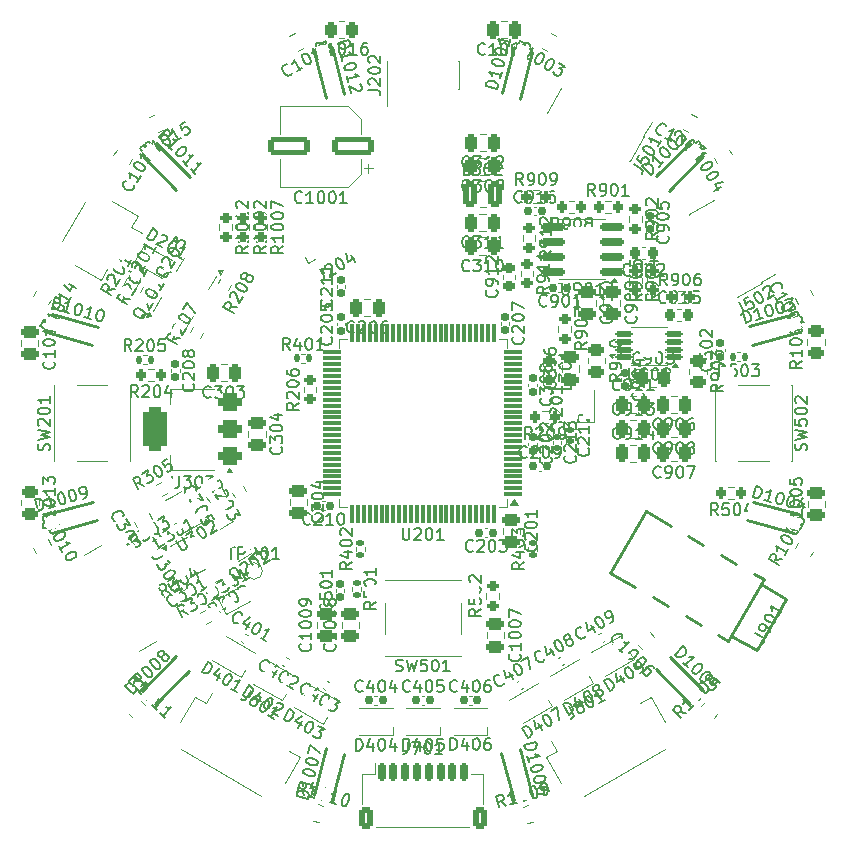
<source format=gbr>
%TF.GenerationSoftware,KiCad,Pcbnew,8.0.3*%
%TF.CreationDate,2024-08-19T15:25:54-04:00*%
%TF.ProjectId,vibrometer_h7,76696272-6f6d-4657-9465-725f68372e6b,rev?*%
%TF.SameCoordinates,Original*%
%TF.FileFunction,Legend,Top*%
%TF.FilePolarity,Positive*%
%FSLAX46Y46*%
G04 Gerber Fmt 4.6, Leading zero omitted, Abs format (unit mm)*
G04 Created by KiCad (PCBNEW 8.0.3) date 2024-08-19 15:25:54*
%MOMM*%
%LPD*%
G01*
G04 APERTURE LIST*
G04 Aperture macros list*
%AMRoundRect*
0 Rectangle with rounded corners*
0 $1 Rounding radius*
0 $2 $3 $4 $5 $6 $7 $8 $9 X,Y pos of 4 corners*
0 Add a 4 corners polygon primitive as box body*
4,1,4,$2,$3,$4,$5,$6,$7,$8,$9,$2,$3,0*
0 Add four circle primitives for the rounded corners*
1,1,$1+$1,$2,$3*
1,1,$1+$1,$4,$5*
1,1,$1+$1,$6,$7*
1,1,$1+$1,$8,$9*
0 Add four rect primitives between the rounded corners*
20,1,$1+$1,$2,$3,$4,$5,0*
20,1,$1+$1,$4,$5,$6,$7,0*
20,1,$1+$1,$6,$7,$8,$9,0*
20,1,$1+$1,$8,$9,$2,$3,0*%
%AMHorizOval*
0 Thick line with rounded ends*
0 $1 width*
0 $2 $3 position (X,Y) of the first rounded end (center of the circle)*
0 $4 $5 position (X,Y) of the second rounded end (center of the circle)*
0 Add line between two ends*
20,1,$1,$2,$3,$4,$5,0*
0 Add two circle primitives to create the rounded ends*
1,1,$1,$2,$3*
1,1,$1,$4,$5*%
%AMRotRect*
0 Rectangle, with rotation*
0 The origin of the aperture is its center*
0 $1 length*
0 $2 width*
0 $3 Rotation angle, in degrees counterclockwise*
0 Add horizontal line*
21,1,$1,$2,0,0,$3*%
G04 Aperture macros list end*
%ADD10C,0.150000*%
%ADD11C,0.120000*%
%ADD12C,0.250000*%
%ADD13RoundRect,0.250000X-0.450000X0.262500X-0.450000X-0.262500X0.450000X-0.262500X0.450000X0.262500X0*%
%ADD14RoundRect,0.200000X-0.275000X0.200000X-0.275000X-0.200000X0.275000X-0.200000X0.275000X0.200000X0*%
%ADD15RoundRect,0.250000X0.512652X0.159099X0.159099X0.512652X-0.512652X-0.159099X-0.159099X-0.512652X0*%
%ADD16RoundRect,0.250000X0.536362X0.020994X0.286362X0.454006X-0.536362X-0.020994X-0.286362X-0.454006X0*%
%ADD17RoundRect,0.155000X0.155000X-0.212500X0.155000X0.212500X-0.155000X0.212500X-0.155000X-0.212500X0*%
%ADD18R,0.800000X0.900000*%
%ADD19R,0.700000X0.700000*%
%ADD20RoundRect,0.200000X0.200000X0.275000X-0.200000X0.275000X-0.200000X-0.275000X0.200000X-0.275000X0*%
%ADD21RoundRect,0.250000X-0.503814X-0.132583X-0.132583X-0.503814X0.503814X0.132583X0.132583X0.503814X0*%
%ADD22RoundRect,0.225000X-0.225000X-0.250000X0.225000X-0.250000X0.225000X0.250000X-0.225000X0.250000X0*%
%ADD23RoundRect,0.250000X-0.536362X-0.020994X-0.286362X-0.454006X0.536362X0.020994X0.286362X0.454006X0*%
%ADD24RoundRect,0.150000X-0.442404X-0.466266X-0.182596X-0.616266X0.442404X0.466266X0.182596X0.616266X0*%
%ADD25RoundRect,0.250000X-0.628109X-0.387917X-0.021891X-0.737917X0.628109X0.387917X0.021891X0.737917X0*%
%ADD26RoundRect,0.250000X0.132583X-0.503814X0.503814X-0.132583X-0.132583X0.503814X-0.503814X0.132583X0*%
%ADD27RoundRect,0.155000X-0.106530X-0.240484X0.261530X-0.027984X0.106530X0.240484X-0.261530X0.027984X0*%
%ADD28RoundRect,0.250000X0.250000X0.475000X-0.250000X0.475000X-0.250000X-0.475000X0.250000X-0.475000X0*%
%ADD29RoundRect,0.250000X0.262500X0.450000X-0.262500X0.450000X-0.262500X-0.450000X0.262500X-0.450000X0*%
%ADD30RoundRect,0.250000X0.454006X0.286362X0.020994X0.536362X-0.454006X-0.286362X-0.020994X-0.536362X0*%
%ADD31RoundRect,0.250000X-0.250000X-0.475000X0.250000X-0.475000X0.250000X0.475000X-0.250000X0.475000X0*%
%ADD32RoundRect,0.155000X-0.155000X0.212500X-0.155000X-0.212500X0.155000X-0.212500X0.155000X0.212500X0*%
%ADD33RoundRect,0.135000X-0.024413X-0.227715X0.209413X-0.092715X0.024413X0.227715X-0.209413X0.092715X0*%
%ADD34RotRect,2.920000X1.040000X285.000000*%
%ADD35RotRect,1.100000X1.040000X285.000000*%
%ADD36RoundRect,0.225000X0.250000X-0.225000X0.250000X0.225000X-0.250000X0.225000X-0.250000X-0.225000X0*%
%ADD37RotRect,0.700000X0.700000X150.000000*%
%ADD38R,1.300000X1.550000*%
%ADD39RoundRect,0.250000X-0.475000X0.250000X-0.475000X-0.250000X0.475000X-0.250000X0.475000X0.250000X0*%
%ADD40RoundRect,0.150000X-0.368838X-0.386154X0.518838X0.126346X0.368838X0.386154X-0.518838X-0.126346X0*%
%ADD41RotRect,2.920000X1.040000X15.000000*%
%ADD42RotRect,1.100000X1.040000X15.000000*%
%ADD43RotRect,2.920000X1.040000X315.000000*%
%ADD44RotRect,1.100000X1.040000X315.000000*%
%ADD45RoundRect,0.155000X0.212500X0.155000X-0.212500X0.155000X-0.212500X-0.155000X0.212500X-0.155000X0*%
%ADD46RoundRect,0.218750X-0.061318X-0.331294X0.317568X-0.112544X0.061318X0.331294X-0.317568X0.112544X0*%
%ADD47RoundRect,0.075000X0.725000X0.075000X-0.725000X0.075000X-0.725000X-0.075000X0.725000X-0.075000X0*%
%ADD48RoundRect,0.075000X0.075000X0.725000X-0.075000X0.725000X-0.075000X-0.725000X0.075000X-0.725000X0*%
%ADD49RoundRect,0.250000X-0.020994X0.536362X-0.454006X0.286362X0.020994X-0.536362X0.454006X-0.286362X0*%
%ADD50RoundRect,0.250000X0.520961X-0.002332X0.258461X0.452332X-0.520961X0.002332X-0.258461X-0.452332X0*%
%ADD51RoundRect,0.155000X-0.212500X-0.155000X0.212500X-0.155000X0.212500X0.155000X-0.212500X0.155000X0*%
%ADD52RoundRect,0.250000X-0.286362X0.454006X-0.536362X0.020994X0.286362X-0.454006X0.536362X-0.020994X0*%
%ADD53R,1.550000X1.300000*%
%ADD54RotRect,2.920000X1.040000X45.000000*%
%ADD55RotRect,1.100000X1.040000X45.000000*%
%ADD56RoundRect,0.200000X0.035705X0.338157X-0.310705X0.138157X-0.035705X-0.338157X0.310705X-0.138157X0*%
%ADD57RoundRect,0.135000X0.135000X0.185000X-0.135000X0.185000X-0.135000X-0.185000X0.135000X-0.185000X0*%
%ADD58RoundRect,0.135000X0.185000X-0.135000X0.185000X0.135000X-0.185000X0.135000X-0.185000X-0.135000X0*%
%ADD59RoundRect,0.112500X-0.218630X-0.003678X0.106130X-0.191178X0.218630X0.003678X-0.106130X0.191178X0*%
%ADD60RoundRect,0.250000X-0.258461X0.452332X-0.520961X-0.002332X0.258461X-0.452332X0.520961X0.002332X0*%
%ADD61RoundRect,0.150000X0.182596X-0.616266X0.442404X-0.466266X-0.182596X0.616266X-0.442404X0.466266X0*%
%ADD62RoundRect,0.250000X0.021891X-0.737917X0.628109X-0.387917X-0.021891X0.737917X-0.628109X0.387917X0*%
%ADD63RoundRect,0.250000X0.450000X-0.262500X0.450000X0.262500X-0.450000X0.262500X-0.450000X-0.262500X0*%
%ADD64RoundRect,0.155000X-0.261530X-0.027984X0.106530X-0.240484X0.261530X0.027984X-0.106530X0.240484X0*%
%ADD65RoundRect,0.200000X-0.035705X-0.338157X0.310705X-0.138157X0.035705X0.338157X-0.310705X0.138157X0*%
%ADD66RoundRect,0.250000X0.475000X-0.250000X0.475000X0.250000X-0.475000X0.250000X-0.475000X-0.250000X0*%
%ADD67RotRect,2.000000X0.500000X240.000000*%
%ADD68C,0.990600*%
%ADD69C,0.787400*%
%ADD70RoundRect,0.200000X0.275000X-0.200000X0.275000X0.200000X-0.275000X0.200000X-0.275000X-0.200000X0*%
%ADD71RotRect,0.700000X0.700000X210.000000*%
%ADD72RotRect,2.920000X1.040000X75.000000*%
%ADD73RotRect,1.100000X1.040000X75.000000*%
%ADD74RoundRect,0.225000X0.225000X0.250000X-0.225000X0.250000X-0.225000X-0.250000X0.225000X-0.250000X0*%
%ADD75RoundRect,0.150000X-0.466266X0.442404X-0.616266X0.182596X0.466266X-0.442404X0.616266X-0.182596X0*%
%ADD76RoundRect,0.250000X-0.387917X0.628109X-0.737917X0.021891X0.387917X-0.628109X0.737917X-0.021891X0*%
%ADD77RotRect,2.920000X1.040000X255.000000*%
%ADD78RotRect,1.100000X1.040000X255.000000*%
%ADD79RoundRect,0.150000X0.163846X0.583790X-0.423654X-0.433790X-0.163846X-0.583790X0.423654X0.433790X0*%
%ADD80RotRect,2.920000X1.040000X165.000000*%
%ADD81RotRect,1.100000X1.040000X165.000000*%
%ADD82RoundRect,0.135000X-0.135000X-0.185000X0.135000X-0.185000X0.135000X0.185000X-0.135000X0.185000X0*%
%ADD83RoundRect,0.135000X-0.185000X0.135000X-0.185000X-0.135000X0.185000X-0.135000X0.185000X0.135000X0*%
%ADD84RoundRect,0.150000X0.368838X0.386154X-0.518838X-0.126346X-0.368838X-0.386154X0.518838X0.126346X0*%
%ADD85RoundRect,0.150000X0.433790X0.423654X-0.583790X-0.163846X-0.433790X-0.423654X0.583790X0.163846X0*%
%ADD86RoundRect,0.200000X0.338157X-0.035705X0.138157X0.310705X-0.338157X0.035705X-0.138157X-0.310705X0*%
%ADD87RotRect,2.920000X1.040000X345.000000*%
%ADD88RotRect,1.100000X1.040000X345.000000*%
%ADD89RoundRect,0.140000X-0.170000X0.140000X-0.170000X-0.140000X0.170000X-0.140000X0.170000X0.140000X0*%
%ADD90RoundRect,0.200000X-0.200000X-0.275000X0.200000X-0.275000X0.200000X0.275000X-0.200000X0.275000X0*%
%ADD91RotRect,2.920000X1.040000X195.000000*%
%ADD92RotRect,1.100000X1.040000X195.000000*%
%ADD93RoundRect,0.250000X-0.137087X-0.502607X0.370024X-0.366727X0.137087X0.502607X-0.370024X0.366727X0*%
%ADD94RoundRect,0.218750X-0.256250X0.218750X-0.256250X-0.218750X0.256250X-0.218750X0.256250X0.218750X0*%
%ADD95RotRect,2.000000X0.500000X210.000000*%
%ADD96RoundRect,0.250000X0.258461X-0.452332X0.520961X0.002332X-0.258461X0.452332X-0.520961X-0.002332X0*%
%ADD97R,0.500000X2.000000*%
%ADD98RoundRect,0.250000X0.002332X0.520961X-0.452332X0.258461X-0.002332X-0.520961X0.452332X-0.258461X0*%
%ADD99RoundRect,0.200000X0.138157X-0.310705X0.338157X0.035705X-0.138157X0.310705X-0.338157X-0.035705X0*%
%ADD100RoundRect,0.125000X0.600000X0.125000X-0.600000X0.125000X-0.600000X-0.125000X0.600000X-0.125000X0*%
%ADD101R,1.570000X1.890000*%
%ADD102RoundRect,0.200000X-0.138157X0.310705X-0.338157X-0.035705X0.138157X-0.310705X0.338157X0.035705X0*%
%ADD103RoundRect,0.150000X-0.150000X-0.625000X0.150000X-0.625000X0.150000X0.625000X-0.150000X0.625000X0*%
%ADD104RoundRect,0.250000X-0.350000X-0.650000X0.350000X-0.650000X0.350000X0.650000X-0.350000X0.650000X0*%
%ADD105C,1.600000*%
%ADD106RotRect,2.500000X1.250000X240.000000*%
%ADD107RoundRect,0.250000X0.452332X0.258461X-0.002332X0.520961X-0.452332X-0.258461X0.002332X-0.520961X0*%
%ADD108RoundRect,0.150000X-0.163846X-0.583790X0.423654X0.433790X0.163846X0.583790X-0.423654X-0.433790X0*%
%ADD109RotRect,2.920000X1.040000X225.000000*%
%ADD110RotRect,1.100000X1.040000X225.000000*%
%ADD111RoundRect,0.250000X1.500000X0.550000X-1.500000X0.550000X-1.500000X-0.550000X1.500000X-0.550000X0*%
%ADD112RotRect,2.920000X1.040000X135.000000*%
%ADD113RotRect,1.100000X1.040000X135.000000*%
%ADD114RoundRect,0.150000X0.825000X0.150000X-0.825000X0.150000X-0.825000X-0.150000X0.825000X-0.150000X0*%
%ADD115R,2.410000X3.810000*%
%ADD116RoundRect,0.250000X-0.370024X-0.366727X0.137087X-0.502607X0.370024X0.366727X-0.137087X0.502607X0*%
%ADD117C,0.650000*%
%ADD118RoundRect,0.150000X-0.443061X-0.082596X-0.293061X-0.342404X0.443061X0.082596X0.293061X0.342404X0*%
%ADD119RoundRect,0.075000X-0.470513X-0.185048X-0.395513X-0.314952X0.470513X0.185048X0.395513X0.314952X0*%
%ADD120HorizOval,1.000000X-0.476314X-0.275000X0.476314X0.275000X0*%
%ADD121HorizOval,1.000000X-0.346410X-0.200000X0.346410X0.200000X0*%
%ADD122C,1.000000*%
%ADD123RoundRect,0.250000X-0.375000X-0.850000X0.375000X-0.850000X0.375000X0.850000X-0.375000X0.850000X0*%
%ADD124RotRect,2.920000X1.040000X105.000000*%
%ADD125RotRect,1.100000X1.040000X105.000000*%
%ADD126RoundRect,0.375000X0.625000X0.375000X-0.625000X0.375000X-0.625000X-0.375000X0.625000X-0.375000X0*%
%ADD127RoundRect,0.500000X0.500000X1.400000X-0.500000X1.400000X-0.500000X-1.400000X0.500000X-1.400000X0*%
G04 APERTURE END LIST*
D10*
X175404819Y-96719047D02*
X174928628Y-97052380D01*
X175404819Y-97290475D02*
X174404819Y-97290475D01*
X174404819Y-97290475D02*
X174404819Y-96909523D01*
X174404819Y-96909523D02*
X174452438Y-96814285D01*
X174452438Y-96814285D02*
X174500057Y-96766666D01*
X174500057Y-96766666D02*
X174595295Y-96719047D01*
X174595295Y-96719047D02*
X174738152Y-96719047D01*
X174738152Y-96719047D02*
X174833390Y-96766666D01*
X174833390Y-96766666D02*
X174881009Y-96814285D01*
X174881009Y-96814285D02*
X174928628Y-96909523D01*
X174928628Y-96909523D02*
X174928628Y-97290475D01*
X175404819Y-96242856D02*
X175404819Y-96052380D01*
X175404819Y-96052380D02*
X175357200Y-95957142D01*
X175357200Y-95957142D02*
X175309580Y-95909523D01*
X175309580Y-95909523D02*
X175166723Y-95814285D01*
X175166723Y-95814285D02*
X174976247Y-95766666D01*
X174976247Y-95766666D02*
X174595295Y-95766666D01*
X174595295Y-95766666D02*
X174500057Y-95814285D01*
X174500057Y-95814285D02*
X174452438Y-95861904D01*
X174452438Y-95861904D02*
X174404819Y-95957142D01*
X174404819Y-95957142D02*
X174404819Y-96147618D01*
X174404819Y-96147618D02*
X174452438Y-96242856D01*
X174452438Y-96242856D02*
X174500057Y-96290475D01*
X174500057Y-96290475D02*
X174595295Y-96338094D01*
X174595295Y-96338094D02*
X174833390Y-96338094D01*
X174833390Y-96338094D02*
X174928628Y-96290475D01*
X174928628Y-96290475D02*
X174976247Y-96242856D01*
X174976247Y-96242856D02*
X175023866Y-96147618D01*
X175023866Y-96147618D02*
X175023866Y-95957142D01*
X175023866Y-95957142D02*
X174976247Y-95861904D01*
X174976247Y-95861904D02*
X174928628Y-95814285D01*
X174928628Y-95814285D02*
X174833390Y-95766666D01*
X174404819Y-95147618D02*
X174404819Y-95052380D01*
X174404819Y-95052380D02*
X174452438Y-94957142D01*
X174452438Y-94957142D02*
X174500057Y-94909523D01*
X174500057Y-94909523D02*
X174595295Y-94861904D01*
X174595295Y-94861904D02*
X174785771Y-94814285D01*
X174785771Y-94814285D02*
X175023866Y-94814285D01*
X175023866Y-94814285D02*
X175214342Y-94861904D01*
X175214342Y-94861904D02*
X175309580Y-94909523D01*
X175309580Y-94909523D02*
X175357200Y-94957142D01*
X175357200Y-94957142D02*
X175404819Y-95052380D01*
X175404819Y-95052380D02*
X175404819Y-95147618D01*
X175404819Y-95147618D02*
X175357200Y-95242856D01*
X175357200Y-95242856D02*
X175309580Y-95290475D01*
X175309580Y-95290475D02*
X175214342Y-95338094D01*
X175214342Y-95338094D02*
X175023866Y-95385713D01*
X175023866Y-95385713D02*
X174785771Y-95385713D01*
X174785771Y-95385713D02*
X174595295Y-95338094D01*
X174595295Y-95338094D02*
X174500057Y-95290475D01*
X174500057Y-95290475D02*
X174452438Y-95242856D01*
X174452438Y-95242856D02*
X174404819Y-95147618D01*
X174404819Y-94480951D02*
X174404819Y-93861904D01*
X174404819Y-93861904D02*
X174785771Y-94195237D01*
X174785771Y-94195237D02*
X174785771Y-94052380D01*
X174785771Y-94052380D02*
X174833390Y-93957142D01*
X174833390Y-93957142D02*
X174881009Y-93909523D01*
X174881009Y-93909523D02*
X174976247Y-93861904D01*
X174976247Y-93861904D02*
X175214342Y-93861904D01*
X175214342Y-93861904D02*
X175309580Y-93909523D01*
X175309580Y-93909523D02*
X175357200Y-93957142D01*
X175357200Y-93957142D02*
X175404819Y-94052380D01*
X175404819Y-94052380D02*
X175404819Y-94338094D01*
X175404819Y-94338094D02*
X175357200Y-94433332D01*
X175357200Y-94433332D02*
X175309580Y-94480951D01*
X160684819Y-88419047D02*
X160208628Y-88752380D01*
X160684819Y-88990475D02*
X159684819Y-88990475D01*
X159684819Y-88990475D02*
X159684819Y-88609523D01*
X159684819Y-88609523D02*
X159732438Y-88514285D01*
X159732438Y-88514285D02*
X159780057Y-88466666D01*
X159780057Y-88466666D02*
X159875295Y-88419047D01*
X159875295Y-88419047D02*
X160018152Y-88419047D01*
X160018152Y-88419047D02*
X160113390Y-88466666D01*
X160113390Y-88466666D02*
X160161009Y-88514285D01*
X160161009Y-88514285D02*
X160208628Y-88609523D01*
X160208628Y-88609523D02*
X160208628Y-88990475D01*
X160684819Y-87942856D02*
X160684819Y-87752380D01*
X160684819Y-87752380D02*
X160637200Y-87657142D01*
X160637200Y-87657142D02*
X160589580Y-87609523D01*
X160589580Y-87609523D02*
X160446723Y-87514285D01*
X160446723Y-87514285D02*
X160256247Y-87466666D01*
X160256247Y-87466666D02*
X159875295Y-87466666D01*
X159875295Y-87466666D02*
X159780057Y-87514285D01*
X159780057Y-87514285D02*
X159732438Y-87561904D01*
X159732438Y-87561904D02*
X159684819Y-87657142D01*
X159684819Y-87657142D02*
X159684819Y-87847618D01*
X159684819Y-87847618D02*
X159732438Y-87942856D01*
X159732438Y-87942856D02*
X159780057Y-87990475D01*
X159780057Y-87990475D02*
X159875295Y-88038094D01*
X159875295Y-88038094D02*
X160113390Y-88038094D01*
X160113390Y-88038094D02*
X160208628Y-87990475D01*
X160208628Y-87990475D02*
X160256247Y-87942856D01*
X160256247Y-87942856D02*
X160303866Y-87847618D01*
X160303866Y-87847618D02*
X160303866Y-87657142D01*
X160303866Y-87657142D02*
X160256247Y-87561904D01*
X160256247Y-87561904D02*
X160208628Y-87514285D01*
X160208628Y-87514285D02*
X160113390Y-87466666D01*
X160684819Y-86514285D02*
X160684819Y-87085713D01*
X160684819Y-86799999D02*
X159684819Y-86799999D01*
X159684819Y-86799999D02*
X159827676Y-86895237D01*
X159827676Y-86895237D02*
X159922914Y-86990475D01*
X159922914Y-86990475D02*
X159970533Y-87085713D01*
X160684819Y-85561904D02*
X160684819Y-86133332D01*
X160684819Y-85847618D02*
X159684819Y-85847618D01*
X159684819Y-85847618D02*
X159827676Y-85942856D01*
X159827676Y-85942856D02*
X159922914Y-86038094D01*
X159922914Y-86038094D02*
X159970533Y-86133332D01*
X166329794Y-118714197D02*
X166262450Y-118714197D01*
X166262450Y-118714197D02*
X166127763Y-118646853D01*
X166127763Y-118646853D02*
X166060420Y-118579510D01*
X166060420Y-118579510D02*
X165993076Y-118444823D01*
X165993076Y-118444823D02*
X165993076Y-118310136D01*
X165993076Y-118310136D02*
X166026748Y-118209121D01*
X166026748Y-118209121D02*
X166127763Y-118040762D01*
X166127763Y-118040762D02*
X166228778Y-117939747D01*
X166228778Y-117939747D02*
X166397137Y-117838731D01*
X166397137Y-117838731D02*
X166498152Y-117805060D01*
X166498152Y-117805060D02*
X166632839Y-117805060D01*
X166632839Y-117805060D02*
X166767526Y-117872403D01*
X166767526Y-117872403D02*
X166834870Y-117939747D01*
X166834870Y-117939747D02*
X166902213Y-118074434D01*
X166902213Y-118074434D02*
X166902213Y-118141777D01*
X166935885Y-119454975D02*
X166531824Y-119050914D01*
X166733855Y-119252945D02*
X167440961Y-118545838D01*
X167440961Y-118545838D02*
X167272603Y-118579510D01*
X167272603Y-118579510D02*
X167137916Y-118579510D01*
X167137916Y-118579510D02*
X167036900Y-118545838D01*
X168080725Y-119185601D02*
X168148068Y-119252945D01*
X168148068Y-119252945D02*
X168181740Y-119353960D01*
X168181740Y-119353960D02*
X168181740Y-119421304D01*
X168181740Y-119421304D02*
X168148068Y-119522319D01*
X168148068Y-119522319D02*
X168047053Y-119690678D01*
X168047053Y-119690678D02*
X167878694Y-119859036D01*
X167878694Y-119859036D02*
X167710335Y-119960052D01*
X167710335Y-119960052D02*
X167609320Y-119993723D01*
X167609320Y-119993723D02*
X167541977Y-119993723D01*
X167541977Y-119993723D02*
X167440961Y-119960052D01*
X167440961Y-119960052D02*
X167373618Y-119892708D01*
X167373618Y-119892708D02*
X167339946Y-119791693D01*
X167339946Y-119791693D02*
X167339946Y-119724349D01*
X167339946Y-119724349D02*
X167373618Y-119623334D01*
X167373618Y-119623334D02*
X167474633Y-119454975D01*
X167474633Y-119454975D02*
X167642992Y-119286617D01*
X167642992Y-119286617D02*
X167811351Y-119185601D01*
X167811351Y-119185601D02*
X167912366Y-119151930D01*
X167912366Y-119151930D02*
X167979709Y-119151930D01*
X167979709Y-119151930D02*
X168080725Y-119185601D01*
X168754160Y-119859037D02*
X168821503Y-119926380D01*
X168821503Y-119926380D02*
X168855175Y-120027395D01*
X168855175Y-120027395D02*
X168855175Y-120094739D01*
X168855175Y-120094739D02*
X168821503Y-120195754D01*
X168821503Y-120195754D02*
X168720488Y-120364113D01*
X168720488Y-120364113D02*
X168552129Y-120532472D01*
X168552129Y-120532472D02*
X168383771Y-120633487D01*
X168383771Y-120633487D02*
X168282755Y-120667159D01*
X168282755Y-120667159D02*
X168215412Y-120667159D01*
X168215412Y-120667159D02*
X168114397Y-120633487D01*
X168114397Y-120633487D02*
X168047053Y-120566143D01*
X168047053Y-120566143D02*
X168013381Y-120465128D01*
X168013381Y-120465128D02*
X168013381Y-120397785D01*
X168013381Y-120397785D02*
X168047053Y-120296769D01*
X168047053Y-120296769D02*
X168148068Y-120128411D01*
X168148068Y-120128411D02*
X168316427Y-119960052D01*
X168316427Y-119960052D02*
X168484786Y-119859037D01*
X168484786Y-119859037D02*
X168585801Y-119825365D01*
X168585801Y-119825365D02*
X168653145Y-119825365D01*
X168653145Y-119825365D02*
X168754160Y-119859037D01*
X169595954Y-120700830D02*
X169461267Y-120566143D01*
X169461267Y-120566143D02*
X169360251Y-120532472D01*
X169360251Y-120532472D02*
X169292908Y-120532472D01*
X169292908Y-120532472D02*
X169124549Y-120566143D01*
X169124549Y-120566143D02*
X168956190Y-120667159D01*
X168956190Y-120667159D02*
X168686816Y-120936533D01*
X168686816Y-120936533D02*
X168653145Y-121037548D01*
X168653145Y-121037548D02*
X168653145Y-121104891D01*
X168653145Y-121104891D02*
X168686816Y-121205907D01*
X168686816Y-121205907D02*
X168821503Y-121340594D01*
X168821503Y-121340594D02*
X168922519Y-121374265D01*
X168922519Y-121374265D02*
X168989862Y-121374265D01*
X168989862Y-121374265D02*
X169090877Y-121340594D01*
X169090877Y-121340594D02*
X169259236Y-121172235D01*
X169259236Y-121172235D02*
X169292908Y-121071220D01*
X169292908Y-121071220D02*
X169292908Y-121003876D01*
X169292908Y-121003876D02*
X169259236Y-120902861D01*
X169259236Y-120902861D02*
X169124549Y-120768174D01*
X169124549Y-120768174D02*
X169023534Y-120734502D01*
X169023534Y-120734502D02*
X168956190Y-120734502D01*
X168956190Y-120734502D02*
X168855175Y-120768174D01*
X123949147Y-108250667D02*
X123884098Y-108233237D01*
X123884098Y-108233237D02*
X123771430Y-108133329D01*
X123771430Y-108133329D02*
X123723811Y-108050850D01*
X123723811Y-108050850D02*
X123693622Y-107903322D01*
X123693622Y-107903322D02*
X123728481Y-107773225D01*
X123728481Y-107773225D02*
X123787150Y-107684366D01*
X123787150Y-107684366D02*
X123928298Y-107547889D01*
X123928298Y-107547889D02*
X124052016Y-107476460D01*
X124052016Y-107476460D02*
X124240783Y-107422462D01*
X124240783Y-107422462D02*
X124347071Y-107416082D01*
X124347071Y-107416082D02*
X124477168Y-107450942D01*
X124477168Y-107450942D02*
X124589836Y-107550850D01*
X124589836Y-107550850D02*
X124637455Y-107633329D01*
X124637455Y-107633329D02*
X124667645Y-107780856D01*
X124667645Y-107780856D02*
X124650215Y-107845905D01*
X124899360Y-108086961D02*
X125208884Y-108623072D01*
X125208884Y-108623072D02*
X124712303Y-108524873D01*
X124712303Y-108524873D02*
X124783731Y-108648591D01*
X124783731Y-108648591D02*
X124790111Y-108754879D01*
X124790111Y-108754879D02*
X124772681Y-108819928D01*
X124772681Y-108819928D02*
X124714012Y-108908786D01*
X124714012Y-108908786D02*
X124507816Y-109027834D01*
X124507816Y-109027834D02*
X124401528Y-109034213D01*
X124401528Y-109034213D02*
X124336479Y-109016784D01*
X124336479Y-109016784D02*
X124247620Y-108958115D01*
X124247620Y-108958115D02*
X124104763Y-108710679D01*
X124104763Y-108710679D02*
X124098384Y-108604391D01*
X124098384Y-108604391D02*
X124115813Y-108539342D01*
X125518408Y-109159183D02*
X125566027Y-109241661D01*
X125566027Y-109241661D02*
X125572407Y-109347950D01*
X125572407Y-109347950D02*
X125554977Y-109412998D01*
X125554977Y-109412998D02*
X125496308Y-109501857D01*
X125496308Y-109501857D02*
X125355160Y-109638334D01*
X125355160Y-109638334D02*
X125148963Y-109757382D01*
X125148963Y-109757382D02*
X124960197Y-109811381D01*
X124960197Y-109811381D02*
X124853909Y-109817760D01*
X124853909Y-109817760D02*
X124788860Y-109800331D01*
X124788860Y-109800331D02*
X124700001Y-109741661D01*
X124700001Y-109741661D02*
X124652382Y-109659183D01*
X124652382Y-109659183D02*
X124646003Y-109552895D01*
X124646003Y-109552895D02*
X124663432Y-109487846D01*
X124663432Y-109487846D02*
X124722101Y-109398988D01*
X124722101Y-109398988D02*
X124863249Y-109262510D01*
X124863249Y-109262510D02*
X125069446Y-109143462D01*
X125069446Y-109143462D02*
X125258212Y-109089464D01*
X125258212Y-109089464D02*
X125364501Y-109083084D01*
X125364501Y-109083084D02*
X125429549Y-109100514D01*
X125429549Y-109100514D02*
X125518408Y-109159183D01*
X125793072Y-109825391D02*
X125858121Y-109842821D01*
X125858121Y-109842821D02*
X125946979Y-109901490D01*
X125946979Y-109901490D02*
X126066027Y-110107687D01*
X126066027Y-110107687D02*
X126072407Y-110213975D01*
X126072407Y-110213975D02*
X126054977Y-110279024D01*
X126054977Y-110279024D02*
X125996308Y-110367882D01*
X125996308Y-110367882D02*
X125913829Y-110415501D01*
X125913829Y-110415501D02*
X125766302Y-110445691D01*
X125766302Y-110445691D02*
X124985716Y-110236533D01*
X124985716Y-110236533D02*
X125295240Y-110772644D01*
X142249580Y-92719047D02*
X142297200Y-92766666D01*
X142297200Y-92766666D02*
X142344819Y-92909523D01*
X142344819Y-92909523D02*
X142344819Y-93004761D01*
X142344819Y-93004761D02*
X142297200Y-93147618D01*
X142297200Y-93147618D02*
X142201961Y-93242856D01*
X142201961Y-93242856D02*
X142106723Y-93290475D01*
X142106723Y-93290475D02*
X141916247Y-93338094D01*
X141916247Y-93338094D02*
X141773390Y-93338094D01*
X141773390Y-93338094D02*
X141582914Y-93290475D01*
X141582914Y-93290475D02*
X141487676Y-93242856D01*
X141487676Y-93242856D02*
X141392438Y-93147618D01*
X141392438Y-93147618D02*
X141344819Y-93004761D01*
X141344819Y-93004761D02*
X141344819Y-92909523D01*
X141344819Y-92909523D02*
X141392438Y-92766666D01*
X141392438Y-92766666D02*
X141440057Y-92719047D01*
X141440057Y-92338094D02*
X141392438Y-92290475D01*
X141392438Y-92290475D02*
X141344819Y-92195237D01*
X141344819Y-92195237D02*
X141344819Y-91957142D01*
X141344819Y-91957142D02*
X141392438Y-91861904D01*
X141392438Y-91861904D02*
X141440057Y-91814285D01*
X141440057Y-91814285D02*
X141535295Y-91766666D01*
X141535295Y-91766666D02*
X141630533Y-91766666D01*
X141630533Y-91766666D02*
X141773390Y-91814285D01*
X141773390Y-91814285D02*
X142344819Y-92385713D01*
X142344819Y-92385713D02*
X142344819Y-91766666D01*
X141344819Y-91147618D02*
X141344819Y-91052380D01*
X141344819Y-91052380D02*
X141392438Y-90957142D01*
X141392438Y-90957142D02*
X141440057Y-90909523D01*
X141440057Y-90909523D02*
X141535295Y-90861904D01*
X141535295Y-90861904D02*
X141725771Y-90814285D01*
X141725771Y-90814285D02*
X141963866Y-90814285D01*
X141963866Y-90814285D02*
X142154342Y-90861904D01*
X142154342Y-90861904D02*
X142249580Y-90909523D01*
X142249580Y-90909523D02*
X142297200Y-90957142D01*
X142297200Y-90957142D02*
X142344819Y-91052380D01*
X142344819Y-91052380D02*
X142344819Y-91147618D01*
X142344819Y-91147618D02*
X142297200Y-91242856D01*
X142297200Y-91242856D02*
X142249580Y-91290475D01*
X142249580Y-91290475D02*
X142154342Y-91338094D01*
X142154342Y-91338094D02*
X141963866Y-91385713D01*
X141963866Y-91385713D02*
X141725771Y-91385713D01*
X141725771Y-91385713D02*
X141535295Y-91338094D01*
X141535295Y-91338094D02*
X141440057Y-91290475D01*
X141440057Y-91290475D02*
X141392438Y-91242856D01*
X141392438Y-91242856D02*
X141344819Y-91147618D01*
X141344819Y-89909523D02*
X141344819Y-90385713D01*
X141344819Y-90385713D02*
X141821009Y-90433332D01*
X141821009Y-90433332D02*
X141773390Y-90385713D01*
X141773390Y-90385713D02*
X141725771Y-90290475D01*
X141725771Y-90290475D02*
X141725771Y-90052380D01*
X141725771Y-90052380D02*
X141773390Y-89957142D01*
X141773390Y-89957142D02*
X141821009Y-89909523D01*
X141821009Y-89909523D02*
X141916247Y-89861904D01*
X141916247Y-89861904D02*
X142154342Y-89861904D01*
X142154342Y-89861904D02*
X142249580Y-89909523D01*
X142249580Y-89909523D02*
X142297200Y-89957142D01*
X142297200Y-89957142D02*
X142344819Y-90052380D01*
X142344819Y-90052380D02*
X142344819Y-90290475D01*
X142344819Y-90290475D02*
X142297200Y-90385713D01*
X142297200Y-90385713D02*
X142249580Y-90433332D01*
X130124147Y-106150667D02*
X130059098Y-106133237D01*
X130059098Y-106133237D02*
X129946430Y-106033329D01*
X129946430Y-106033329D02*
X129898811Y-105950850D01*
X129898811Y-105950850D02*
X129868622Y-105803322D01*
X129868622Y-105803322D02*
X129903481Y-105673225D01*
X129903481Y-105673225D02*
X129962150Y-105584366D01*
X129962150Y-105584366D02*
X130103298Y-105447889D01*
X130103298Y-105447889D02*
X130227016Y-105376460D01*
X130227016Y-105376460D02*
X130415783Y-105322462D01*
X130415783Y-105322462D02*
X130522071Y-105316082D01*
X130522071Y-105316082D02*
X130652168Y-105350942D01*
X130652168Y-105350942D02*
X130764836Y-105450850D01*
X130764836Y-105450850D02*
X130812455Y-105533329D01*
X130812455Y-105533329D02*
X130842645Y-105680856D01*
X130842645Y-105680856D02*
X130825215Y-105745905D01*
X131074360Y-105986961D02*
X131383884Y-106523072D01*
X131383884Y-106523072D02*
X130887303Y-106424873D01*
X130887303Y-106424873D02*
X130958731Y-106548591D01*
X130958731Y-106548591D02*
X130965111Y-106654879D01*
X130965111Y-106654879D02*
X130947681Y-106719928D01*
X130947681Y-106719928D02*
X130889012Y-106808786D01*
X130889012Y-106808786D02*
X130682816Y-106927834D01*
X130682816Y-106927834D02*
X130576528Y-106934213D01*
X130576528Y-106934213D02*
X130511479Y-106916784D01*
X130511479Y-106916784D02*
X130422620Y-106858115D01*
X130422620Y-106858115D02*
X130279763Y-106610679D01*
X130279763Y-106610679D02*
X130273384Y-106504391D01*
X130273384Y-106504391D02*
X130290813Y-106439342D01*
X131693408Y-107059183D02*
X131741027Y-107141661D01*
X131741027Y-107141661D02*
X131747407Y-107247950D01*
X131747407Y-107247950D02*
X131729977Y-107312998D01*
X131729977Y-107312998D02*
X131671308Y-107401857D01*
X131671308Y-107401857D02*
X131530160Y-107538334D01*
X131530160Y-107538334D02*
X131323963Y-107657382D01*
X131323963Y-107657382D02*
X131135197Y-107711381D01*
X131135197Y-107711381D02*
X131028909Y-107717760D01*
X131028909Y-107717760D02*
X130963860Y-107700331D01*
X130963860Y-107700331D02*
X130875001Y-107641661D01*
X130875001Y-107641661D02*
X130827382Y-107559183D01*
X130827382Y-107559183D02*
X130821003Y-107452895D01*
X130821003Y-107452895D02*
X130838432Y-107387846D01*
X130838432Y-107387846D02*
X130897101Y-107298988D01*
X130897101Y-107298988D02*
X131038249Y-107162510D01*
X131038249Y-107162510D02*
X131244446Y-107043462D01*
X131244446Y-107043462D02*
X131433212Y-106989464D01*
X131433212Y-106989464D02*
X131539501Y-106983084D01*
X131539501Y-106983084D02*
X131604549Y-107000514D01*
X131604549Y-107000514D02*
X131693408Y-107059183D01*
X132312455Y-108131405D02*
X132074360Y-107719012D01*
X132074360Y-107719012D02*
X131638158Y-107915868D01*
X131638158Y-107915868D02*
X131703206Y-107933297D01*
X131703206Y-107933297D02*
X131792065Y-107991967D01*
X131792065Y-107991967D02*
X131911112Y-108198163D01*
X131911112Y-108198163D02*
X131917492Y-108304451D01*
X131917492Y-108304451D02*
X131900062Y-108369500D01*
X131900062Y-108369500D02*
X131841393Y-108458358D01*
X131841393Y-108458358D02*
X131635197Y-108577406D01*
X131635197Y-108577406D02*
X131528909Y-108583786D01*
X131528909Y-108583786D02*
X131463860Y-108566356D01*
X131463860Y-108566356D02*
X131375001Y-108507687D01*
X131375001Y-108507687D02*
X131255954Y-108301490D01*
X131255954Y-108301490D02*
X131249574Y-108195202D01*
X131249574Y-108195202D02*
X131267004Y-108130153D01*
X161298628Y-99928571D02*
X161774819Y-99928571D01*
X160774819Y-100261904D02*
X161298628Y-99928571D01*
X161298628Y-99928571D02*
X160774819Y-99595238D01*
X160870057Y-99309523D02*
X160822438Y-99261904D01*
X160822438Y-99261904D02*
X160774819Y-99166666D01*
X160774819Y-99166666D02*
X160774819Y-98928571D01*
X160774819Y-98928571D02*
X160822438Y-98833333D01*
X160822438Y-98833333D02*
X160870057Y-98785714D01*
X160870057Y-98785714D02*
X160965295Y-98738095D01*
X160965295Y-98738095D02*
X161060533Y-98738095D01*
X161060533Y-98738095D02*
X161203390Y-98785714D01*
X161203390Y-98785714D02*
X161774819Y-99357142D01*
X161774819Y-99357142D02*
X161774819Y-98738095D01*
X160774819Y-98119047D02*
X160774819Y-98023809D01*
X160774819Y-98023809D02*
X160822438Y-97928571D01*
X160822438Y-97928571D02*
X160870057Y-97880952D01*
X160870057Y-97880952D02*
X160965295Y-97833333D01*
X160965295Y-97833333D02*
X161155771Y-97785714D01*
X161155771Y-97785714D02*
X161393866Y-97785714D01*
X161393866Y-97785714D02*
X161584342Y-97833333D01*
X161584342Y-97833333D02*
X161679580Y-97880952D01*
X161679580Y-97880952D02*
X161727200Y-97928571D01*
X161727200Y-97928571D02*
X161774819Y-98023809D01*
X161774819Y-98023809D02*
X161774819Y-98119047D01*
X161774819Y-98119047D02*
X161727200Y-98214285D01*
X161727200Y-98214285D02*
X161679580Y-98261904D01*
X161679580Y-98261904D02*
X161584342Y-98309523D01*
X161584342Y-98309523D02*
X161393866Y-98357142D01*
X161393866Y-98357142D02*
X161155771Y-98357142D01*
X161155771Y-98357142D02*
X160965295Y-98309523D01*
X160965295Y-98309523D02*
X160870057Y-98261904D01*
X160870057Y-98261904D02*
X160822438Y-98214285D01*
X160822438Y-98214285D02*
X160774819Y-98119047D01*
X161774819Y-96833333D02*
X161774819Y-97404761D01*
X161774819Y-97119047D02*
X160774819Y-97119047D01*
X160774819Y-97119047D02*
X160917676Y-97214285D01*
X160917676Y-97214285D02*
X161012914Y-97309523D01*
X161012914Y-97309523D02*
X161060533Y-97404761D01*
X148327024Y-127704819D02*
X148327024Y-126704819D01*
X148327024Y-126704819D02*
X148565119Y-126704819D01*
X148565119Y-126704819D02*
X148707976Y-126752438D01*
X148707976Y-126752438D02*
X148803214Y-126847676D01*
X148803214Y-126847676D02*
X148850833Y-126942914D01*
X148850833Y-126942914D02*
X148898452Y-127133390D01*
X148898452Y-127133390D02*
X148898452Y-127276247D01*
X148898452Y-127276247D02*
X148850833Y-127466723D01*
X148850833Y-127466723D02*
X148803214Y-127561961D01*
X148803214Y-127561961D02*
X148707976Y-127657200D01*
X148707976Y-127657200D02*
X148565119Y-127704819D01*
X148565119Y-127704819D02*
X148327024Y-127704819D01*
X149755595Y-127038152D02*
X149755595Y-127704819D01*
X149517500Y-126657200D02*
X149279405Y-127371485D01*
X149279405Y-127371485D02*
X149898452Y-127371485D01*
X150469881Y-126704819D02*
X150565119Y-126704819D01*
X150565119Y-126704819D02*
X150660357Y-126752438D01*
X150660357Y-126752438D02*
X150707976Y-126800057D01*
X150707976Y-126800057D02*
X150755595Y-126895295D01*
X150755595Y-126895295D02*
X150803214Y-127085771D01*
X150803214Y-127085771D02*
X150803214Y-127323866D01*
X150803214Y-127323866D02*
X150755595Y-127514342D01*
X150755595Y-127514342D02*
X150707976Y-127609580D01*
X150707976Y-127609580D02*
X150660357Y-127657200D01*
X150660357Y-127657200D02*
X150565119Y-127704819D01*
X150565119Y-127704819D02*
X150469881Y-127704819D01*
X150469881Y-127704819D02*
X150374643Y-127657200D01*
X150374643Y-127657200D02*
X150327024Y-127609580D01*
X150327024Y-127609580D02*
X150279405Y-127514342D01*
X150279405Y-127514342D02*
X150231786Y-127323866D01*
X150231786Y-127323866D02*
X150231786Y-127085771D01*
X150231786Y-127085771D02*
X150279405Y-126895295D01*
X150279405Y-126895295D02*
X150327024Y-126800057D01*
X150327024Y-126800057D02*
X150374643Y-126752438D01*
X150374643Y-126752438D02*
X150469881Y-126704819D01*
X151707976Y-126704819D02*
X151231786Y-126704819D01*
X151231786Y-126704819D02*
X151184167Y-127181009D01*
X151184167Y-127181009D02*
X151231786Y-127133390D01*
X151231786Y-127133390D02*
X151327024Y-127085771D01*
X151327024Y-127085771D02*
X151565119Y-127085771D01*
X151565119Y-127085771D02*
X151660357Y-127133390D01*
X151660357Y-127133390D02*
X151707976Y-127181009D01*
X151707976Y-127181009D02*
X151755595Y-127276247D01*
X151755595Y-127276247D02*
X151755595Y-127514342D01*
X151755595Y-127514342D02*
X151707976Y-127609580D01*
X151707976Y-127609580D02*
X151660357Y-127657200D01*
X151660357Y-127657200D02*
X151565119Y-127704819D01*
X151565119Y-127704819D02*
X151327024Y-127704819D01*
X151327024Y-127704819D02*
X151231786Y-127657200D01*
X151231786Y-127657200D02*
X151184167Y-127609580D01*
X161480952Y-83584819D02*
X161147619Y-83108628D01*
X160909524Y-83584819D02*
X160909524Y-82584819D01*
X160909524Y-82584819D02*
X161290476Y-82584819D01*
X161290476Y-82584819D02*
X161385714Y-82632438D01*
X161385714Y-82632438D02*
X161433333Y-82680057D01*
X161433333Y-82680057D02*
X161480952Y-82775295D01*
X161480952Y-82775295D02*
X161480952Y-82918152D01*
X161480952Y-82918152D02*
X161433333Y-83013390D01*
X161433333Y-83013390D02*
X161385714Y-83061009D01*
X161385714Y-83061009D02*
X161290476Y-83108628D01*
X161290476Y-83108628D02*
X160909524Y-83108628D01*
X161957143Y-83584819D02*
X162147619Y-83584819D01*
X162147619Y-83584819D02*
X162242857Y-83537200D01*
X162242857Y-83537200D02*
X162290476Y-83489580D01*
X162290476Y-83489580D02*
X162385714Y-83346723D01*
X162385714Y-83346723D02*
X162433333Y-83156247D01*
X162433333Y-83156247D02*
X162433333Y-82775295D01*
X162433333Y-82775295D02*
X162385714Y-82680057D01*
X162385714Y-82680057D02*
X162338095Y-82632438D01*
X162338095Y-82632438D02*
X162242857Y-82584819D01*
X162242857Y-82584819D02*
X162052381Y-82584819D01*
X162052381Y-82584819D02*
X161957143Y-82632438D01*
X161957143Y-82632438D02*
X161909524Y-82680057D01*
X161909524Y-82680057D02*
X161861905Y-82775295D01*
X161861905Y-82775295D02*
X161861905Y-83013390D01*
X161861905Y-83013390D02*
X161909524Y-83108628D01*
X161909524Y-83108628D02*
X161957143Y-83156247D01*
X161957143Y-83156247D02*
X162052381Y-83203866D01*
X162052381Y-83203866D02*
X162242857Y-83203866D01*
X162242857Y-83203866D02*
X162338095Y-83156247D01*
X162338095Y-83156247D02*
X162385714Y-83108628D01*
X162385714Y-83108628D02*
X162433333Y-83013390D01*
X163052381Y-82584819D02*
X163147619Y-82584819D01*
X163147619Y-82584819D02*
X163242857Y-82632438D01*
X163242857Y-82632438D02*
X163290476Y-82680057D01*
X163290476Y-82680057D02*
X163338095Y-82775295D01*
X163338095Y-82775295D02*
X163385714Y-82965771D01*
X163385714Y-82965771D02*
X163385714Y-83203866D01*
X163385714Y-83203866D02*
X163338095Y-83394342D01*
X163338095Y-83394342D02*
X163290476Y-83489580D01*
X163290476Y-83489580D02*
X163242857Y-83537200D01*
X163242857Y-83537200D02*
X163147619Y-83584819D01*
X163147619Y-83584819D02*
X163052381Y-83584819D01*
X163052381Y-83584819D02*
X162957143Y-83537200D01*
X162957143Y-83537200D02*
X162909524Y-83489580D01*
X162909524Y-83489580D02*
X162861905Y-83394342D01*
X162861905Y-83394342D02*
X162814286Y-83203866D01*
X162814286Y-83203866D02*
X162814286Y-82965771D01*
X162814286Y-82965771D02*
X162861905Y-82775295D01*
X162861905Y-82775295D02*
X162909524Y-82680057D01*
X162909524Y-82680057D02*
X162957143Y-82632438D01*
X162957143Y-82632438D02*
X163052381Y-82584819D01*
X163957143Y-83013390D02*
X163861905Y-82965771D01*
X163861905Y-82965771D02*
X163814286Y-82918152D01*
X163814286Y-82918152D02*
X163766667Y-82822914D01*
X163766667Y-82822914D02*
X163766667Y-82775295D01*
X163766667Y-82775295D02*
X163814286Y-82680057D01*
X163814286Y-82680057D02*
X163861905Y-82632438D01*
X163861905Y-82632438D02*
X163957143Y-82584819D01*
X163957143Y-82584819D02*
X164147619Y-82584819D01*
X164147619Y-82584819D02*
X164242857Y-82632438D01*
X164242857Y-82632438D02*
X164290476Y-82680057D01*
X164290476Y-82680057D02*
X164338095Y-82775295D01*
X164338095Y-82775295D02*
X164338095Y-82822914D01*
X164338095Y-82822914D02*
X164290476Y-82918152D01*
X164290476Y-82918152D02*
X164242857Y-82965771D01*
X164242857Y-82965771D02*
X164147619Y-83013390D01*
X164147619Y-83013390D02*
X163957143Y-83013390D01*
X163957143Y-83013390D02*
X163861905Y-83061009D01*
X163861905Y-83061009D02*
X163814286Y-83108628D01*
X163814286Y-83108628D02*
X163766667Y-83203866D01*
X163766667Y-83203866D02*
X163766667Y-83394342D01*
X163766667Y-83394342D02*
X163814286Y-83489580D01*
X163814286Y-83489580D02*
X163861905Y-83537200D01*
X163861905Y-83537200D02*
X163957143Y-83584819D01*
X163957143Y-83584819D02*
X164147619Y-83584819D01*
X164147619Y-83584819D02*
X164242857Y-83537200D01*
X164242857Y-83537200D02*
X164290476Y-83489580D01*
X164290476Y-83489580D02*
X164338095Y-83394342D01*
X164338095Y-83394342D02*
X164338095Y-83203866D01*
X164338095Y-83203866D02*
X164290476Y-83108628D01*
X164290476Y-83108628D02*
X164242857Y-83061009D01*
X164242857Y-83061009D02*
X164147619Y-83013390D01*
X169884819Y-89019047D02*
X169408628Y-89352380D01*
X169884819Y-89590475D02*
X168884819Y-89590475D01*
X168884819Y-89590475D02*
X168884819Y-89209523D01*
X168884819Y-89209523D02*
X168932438Y-89114285D01*
X168932438Y-89114285D02*
X168980057Y-89066666D01*
X168980057Y-89066666D02*
X169075295Y-89019047D01*
X169075295Y-89019047D02*
X169218152Y-89019047D01*
X169218152Y-89019047D02*
X169313390Y-89066666D01*
X169313390Y-89066666D02*
X169361009Y-89114285D01*
X169361009Y-89114285D02*
X169408628Y-89209523D01*
X169408628Y-89209523D02*
X169408628Y-89590475D01*
X169884819Y-88542856D02*
X169884819Y-88352380D01*
X169884819Y-88352380D02*
X169837200Y-88257142D01*
X169837200Y-88257142D02*
X169789580Y-88209523D01*
X169789580Y-88209523D02*
X169646723Y-88114285D01*
X169646723Y-88114285D02*
X169456247Y-88066666D01*
X169456247Y-88066666D02*
X169075295Y-88066666D01*
X169075295Y-88066666D02*
X168980057Y-88114285D01*
X168980057Y-88114285D02*
X168932438Y-88161904D01*
X168932438Y-88161904D02*
X168884819Y-88257142D01*
X168884819Y-88257142D02*
X168884819Y-88447618D01*
X168884819Y-88447618D02*
X168932438Y-88542856D01*
X168932438Y-88542856D02*
X168980057Y-88590475D01*
X168980057Y-88590475D02*
X169075295Y-88638094D01*
X169075295Y-88638094D02*
X169313390Y-88638094D01*
X169313390Y-88638094D02*
X169408628Y-88590475D01*
X169408628Y-88590475D02*
X169456247Y-88542856D01*
X169456247Y-88542856D02*
X169503866Y-88447618D01*
X169503866Y-88447618D02*
X169503866Y-88257142D01*
X169503866Y-88257142D02*
X169456247Y-88161904D01*
X169456247Y-88161904D02*
X169408628Y-88114285D01*
X169408628Y-88114285D02*
X169313390Y-88066666D01*
X168884819Y-87447618D02*
X168884819Y-87352380D01*
X168884819Y-87352380D02*
X168932438Y-87257142D01*
X168932438Y-87257142D02*
X168980057Y-87209523D01*
X168980057Y-87209523D02*
X169075295Y-87161904D01*
X169075295Y-87161904D02*
X169265771Y-87114285D01*
X169265771Y-87114285D02*
X169503866Y-87114285D01*
X169503866Y-87114285D02*
X169694342Y-87161904D01*
X169694342Y-87161904D02*
X169789580Y-87209523D01*
X169789580Y-87209523D02*
X169837200Y-87257142D01*
X169837200Y-87257142D02*
X169884819Y-87352380D01*
X169884819Y-87352380D02*
X169884819Y-87447618D01*
X169884819Y-87447618D02*
X169837200Y-87542856D01*
X169837200Y-87542856D02*
X169789580Y-87590475D01*
X169789580Y-87590475D02*
X169694342Y-87638094D01*
X169694342Y-87638094D02*
X169503866Y-87685713D01*
X169503866Y-87685713D02*
X169265771Y-87685713D01*
X169265771Y-87685713D02*
X169075295Y-87638094D01*
X169075295Y-87638094D02*
X168980057Y-87590475D01*
X168980057Y-87590475D02*
X168932438Y-87542856D01*
X168932438Y-87542856D02*
X168884819Y-87447618D01*
X169218152Y-86257142D02*
X169884819Y-86257142D01*
X168837200Y-86495237D02*
X169551485Y-86733332D01*
X169551485Y-86733332D02*
X169551485Y-86114285D01*
X125492117Y-122251876D02*
X125593132Y-121679457D01*
X125088056Y-121847815D02*
X125795163Y-121140709D01*
X125795163Y-121140709D02*
X126064537Y-121410083D01*
X126064537Y-121410083D02*
X126098209Y-121511098D01*
X126098209Y-121511098D02*
X126098209Y-121578441D01*
X126098209Y-121578441D02*
X126064537Y-121679457D01*
X126064537Y-121679457D02*
X125963522Y-121780472D01*
X125963522Y-121780472D02*
X125862506Y-121814144D01*
X125862506Y-121814144D02*
X125795163Y-121814144D01*
X125795163Y-121814144D02*
X125694148Y-121780472D01*
X125694148Y-121780472D02*
X125424774Y-121511098D01*
X126165552Y-122925311D02*
X125761491Y-122521250D01*
X125963522Y-122723281D02*
X126670628Y-122016174D01*
X126670628Y-122016174D02*
X126502270Y-122049846D01*
X126502270Y-122049846D02*
X126367583Y-122049846D01*
X126367583Y-122049846D02*
X126266567Y-122016174D01*
X127310392Y-122655937D02*
X127377735Y-122723281D01*
X127377735Y-122723281D02*
X127411407Y-122824296D01*
X127411407Y-122824296D02*
X127411407Y-122891640D01*
X127411407Y-122891640D02*
X127377735Y-122992655D01*
X127377735Y-122992655D02*
X127276720Y-123161014D01*
X127276720Y-123161014D02*
X127108361Y-123329372D01*
X127108361Y-123329372D02*
X126940002Y-123430388D01*
X126940002Y-123430388D02*
X126838987Y-123464059D01*
X126838987Y-123464059D02*
X126771644Y-123464059D01*
X126771644Y-123464059D02*
X126670628Y-123430388D01*
X126670628Y-123430388D02*
X126603285Y-123363044D01*
X126603285Y-123363044D02*
X126569613Y-123262029D01*
X126569613Y-123262029D02*
X126569613Y-123194685D01*
X126569613Y-123194685D02*
X126603285Y-123093670D01*
X126603285Y-123093670D02*
X126704300Y-122925311D01*
X126704300Y-122925311D02*
X126872659Y-122756953D01*
X126872659Y-122756953D02*
X127041018Y-122655937D01*
X127041018Y-122655937D02*
X127142033Y-122622266D01*
X127142033Y-122622266D02*
X127209376Y-122622266D01*
X127209376Y-122622266D02*
X127310392Y-122655937D01*
X127512422Y-124272182D02*
X127108361Y-123868121D01*
X127310392Y-124070151D02*
X128017499Y-123363044D01*
X128017499Y-123363044D02*
X127849140Y-123396716D01*
X127849140Y-123396716D02*
X127714453Y-123396716D01*
X127714453Y-123396716D02*
X127613438Y-123363044D01*
X128185857Y-124945617D02*
X127781796Y-124541556D01*
X127983827Y-124743586D02*
X128690934Y-124036479D01*
X128690934Y-124036479D02*
X128522575Y-124070151D01*
X128522575Y-124070151D02*
X128387888Y-124070151D01*
X128387888Y-124070151D02*
X128286873Y-124036479D01*
X170580952Y-89729580D02*
X170533333Y-89777200D01*
X170533333Y-89777200D02*
X170390476Y-89824819D01*
X170390476Y-89824819D02*
X170295238Y-89824819D01*
X170295238Y-89824819D02*
X170152381Y-89777200D01*
X170152381Y-89777200D02*
X170057143Y-89681961D01*
X170057143Y-89681961D02*
X170009524Y-89586723D01*
X170009524Y-89586723D02*
X169961905Y-89396247D01*
X169961905Y-89396247D02*
X169961905Y-89253390D01*
X169961905Y-89253390D02*
X170009524Y-89062914D01*
X170009524Y-89062914D02*
X170057143Y-88967676D01*
X170057143Y-88967676D02*
X170152381Y-88872438D01*
X170152381Y-88872438D02*
X170295238Y-88824819D01*
X170295238Y-88824819D02*
X170390476Y-88824819D01*
X170390476Y-88824819D02*
X170533333Y-88872438D01*
X170533333Y-88872438D02*
X170580952Y-88920057D01*
X171057143Y-89824819D02*
X171247619Y-89824819D01*
X171247619Y-89824819D02*
X171342857Y-89777200D01*
X171342857Y-89777200D02*
X171390476Y-89729580D01*
X171390476Y-89729580D02*
X171485714Y-89586723D01*
X171485714Y-89586723D02*
X171533333Y-89396247D01*
X171533333Y-89396247D02*
X171533333Y-89015295D01*
X171533333Y-89015295D02*
X171485714Y-88920057D01*
X171485714Y-88920057D02*
X171438095Y-88872438D01*
X171438095Y-88872438D02*
X171342857Y-88824819D01*
X171342857Y-88824819D02*
X171152381Y-88824819D01*
X171152381Y-88824819D02*
X171057143Y-88872438D01*
X171057143Y-88872438D02*
X171009524Y-88920057D01*
X171009524Y-88920057D02*
X170961905Y-89015295D01*
X170961905Y-89015295D02*
X170961905Y-89253390D01*
X170961905Y-89253390D02*
X171009524Y-89348628D01*
X171009524Y-89348628D02*
X171057143Y-89396247D01*
X171057143Y-89396247D02*
X171152381Y-89443866D01*
X171152381Y-89443866D02*
X171342857Y-89443866D01*
X171342857Y-89443866D02*
X171438095Y-89396247D01*
X171438095Y-89396247D02*
X171485714Y-89348628D01*
X171485714Y-89348628D02*
X171533333Y-89253390D01*
X172485714Y-89824819D02*
X171914286Y-89824819D01*
X172200000Y-89824819D02*
X172200000Y-88824819D01*
X172200000Y-88824819D02*
X172104762Y-88967676D01*
X172104762Y-88967676D02*
X172009524Y-89062914D01*
X172009524Y-89062914D02*
X171914286Y-89110533D01*
X173390476Y-88824819D02*
X172914286Y-88824819D01*
X172914286Y-88824819D02*
X172866667Y-89301009D01*
X172866667Y-89301009D02*
X172914286Y-89253390D01*
X172914286Y-89253390D02*
X173009524Y-89205771D01*
X173009524Y-89205771D02*
X173247619Y-89205771D01*
X173247619Y-89205771D02*
X173342857Y-89253390D01*
X173342857Y-89253390D02*
X173390476Y-89301009D01*
X173390476Y-89301009D02*
X173438095Y-89396247D01*
X173438095Y-89396247D02*
X173438095Y-89634342D01*
X173438095Y-89634342D02*
X173390476Y-89729580D01*
X173390476Y-89729580D02*
X173342857Y-89777200D01*
X173342857Y-89777200D02*
X173247619Y-89824819D01*
X173247619Y-89824819D02*
X173009524Y-89824819D01*
X173009524Y-89824819D02*
X172914286Y-89777200D01*
X172914286Y-89777200D02*
X172866667Y-89729580D01*
X118095897Y-108383273D02*
X118030848Y-108365843D01*
X118030848Y-108365843D02*
X117918180Y-108265935D01*
X117918180Y-108265935D02*
X117870561Y-108183456D01*
X117870561Y-108183456D02*
X117840372Y-108035929D01*
X117840372Y-108035929D02*
X117875232Y-107905831D01*
X117875232Y-107905831D02*
X117933901Y-107816973D01*
X117933901Y-107816973D02*
X118075048Y-107680496D01*
X118075048Y-107680496D02*
X118198766Y-107609067D01*
X118198766Y-107609067D02*
X118387533Y-107555068D01*
X118387533Y-107555068D02*
X118493821Y-107548688D01*
X118493821Y-107548688D02*
X118623919Y-107583548D01*
X118623919Y-107583548D02*
X118736587Y-107683456D01*
X118736587Y-107683456D02*
X118784206Y-107765935D01*
X118784206Y-107765935D02*
X118814395Y-107913462D01*
X118814395Y-107913462D02*
X118796965Y-107978511D01*
X118489609Y-109255678D02*
X118203895Y-108760807D01*
X118346752Y-109008242D02*
X119212777Y-108508242D01*
X119212777Y-108508242D02*
X119041440Y-108497192D01*
X119041440Y-108497192D02*
X118911343Y-108462333D01*
X118911343Y-108462333D02*
X118822484Y-108403664D01*
X119665158Y-109291789D02*
X119712777Y-109374268D01*
X119712777Y-109374268D02*
X119719157Y-109480556D01*
X119719157Y-109480556D02*
X119701727Y-109545605D01*
X119701727Y-109545605D02*
X119643058Y-109634463D01*
X119643058Y-109634463D02*
X119501910Y-109770941D01*
X119501910Y-109770941D02*
X119295714Y-109889988D01*
X119295714Y-109889988D02*
X119106947Y-109943987D01*
X119106947Y-109943987D02*
X119000659Y-109950367D01*
X119000659Y-109950367D02*
X118935610Y-109932937D01*
X118935610Y-109932937D02*
X118846752Y-109874268D01*
X118846752Y-109874268D02*
X118799133Y-109791789D01*
X118799133Y-109791789D02*
X118792753Y-109685501D01*
X118792753Y-109685501D02*
X118810183Y-109620452D01*
X118810183Y-109620452D02*
X118868852Y-109531594D01*
X118868852Y-109531594D02*
X119010000Y-109395117D01*
X119010000Y-109395117D02*
X119216196Y-109276069D01*
X119216196Y-109276069D02*
X119404963Y-109222070D01*
X119404963Y-109222070D02*
X119511251Y-109215690D01*
X119511251Y-109215690D02*
X119576300Y-109233120D01*
X119576300Y-109233120D02*
X119665158Y-109291789D01*
X119441990Y-110905251D02*
X119156276Y-110410379D01*
X119299133Y-110657815D02*
X120165158Y-110157815D01*
X120165158Y-110157815D02*
X119993821Y-110146765D01*
X119993821Y-110146765D02*
X119863724Y-110111905D01*
X119863724Y-110111905D02*
X119774865Y-110053236D01*
X120617539Y-110941362D02*
X120665158Y-111023840D01*
X120665158Y-111023840D02*
X120671538Y-111130128D01*
X120671538Y-111130128D02*
X120654108Y-111195177D01*
X120654108Y-111195177D02*
X120595439Y-111284036D01*
X120595439Y-111284036D02*
X120454291Y-111420513D01*
X120454291Y-111420513D02*
X120248095Y-111539561D01*
X120248095Y-111539561D02*
X120059328Y-111593559D01*
X120059328Y-111593559D02*
X119953040Y-111599939D01*
X119953040Y-111599939D02*
X119887991Y-111582509D01*
X119887991Y-111582509D02*
X119799133Y-111523840D01*
X119799133Y-111523840D02*
X119751514Y-111441362D01*
X119751514Y-111441362D02*
X119745134Y-111335073D01*
X119745134Y-111335073D02*
X119762564Y-111270025D01*
X119762564Y-111270025D02*
X119821233Y-111181166D01*
X119821233Y-111181166D02*
X119962381Y-111044689D01*
X119962381Y-111044689D02*
X120168577Y-110925641D01*
X120168577Y-110925641D02*
X120357344Y-110871642D01*
X120357344Y-110871642D02*
X120463632Y-110865263D01*
X120463632Y-110865263D02*
X120528681Y-110882693D01*
X120528681Y-110882693D02*
X120617539Y-110941362D01*
X135409129Y-122685002D02*
X135051986Y-123303591D01*
X135051986Y-123303591D02*
X134939318Y-123403500D01*
X134939318Y-123403500D02*
X134809220Y-123438359D01*
X134809220Y-123438359D02*
X134661693Y-123408170D01*
X134661693Y-123408170D02*
X134579214Y-123360551D01*
X136192676Y-123137383D02*
X136027718Y-123042145D01*
X136027718Y-123042145D02*
X135921430Y-123035765D01*
X135921430Y-123035765D02*
X135856381Y-123053195D01*
X135856381Y-123053195D02*
X135702474Y-123129294D01*
X135702474Y-123129294D02*
X135565997Y-123270441D01*
X135565997Y-123270441D02*
X135375521Y-123600356D01*
X135375521Y-123600356D02*
X135369141Y-123706644D01*
X135369141Y-123706644D02*
X135386571Y-123771693D01*
X135386571Y-123771693D02*
X135445240Y-123860551D01*
X135445240Y-123860551D02*
X135610197Y-123955789D01*
X135610197Y-123955789D02*
X135716485Y-123962169D01*
X135716485Y-123962169D02*
X135781534Y-123944739D01*
X135781534Y-123944739D02*
X135870392Y-123886070D01*
X135870392Y-123886070D02*
X135989440Y-123679873D01*
X135989440Y-123679873D02*
X135995820Y-123573585D01*
X135995820Y-123573585D02*
X135978390Y-123508537D01*
X135978390Y-123508537D02*
X135919721Y-123419678D01*
X135919721Y-123419678D02*
X135754764Y-123324440D01*
X135754764Y-123324440D02*
X135648475Y-123318060D01*
X135648475Y-123318060D02*
X135583427Y-123335490D01*
X135583427Y-123335490D02*
X135494568Y-123394159D01*
X136811265Y-123494526D02*
X136893744Y-123542145D01*
X136893744Y-123542145D02*
X136952413Y-123631003D01*
X136952413Y-123631003D02*
X136969843Y-123696052D01*
X136969843Y-123696052D02*
X136963463Y-123802340D01*
X136963463Y-123802340D02*
X136909464Y-123991107D01*
X136909464Y-123991107D02*
X136790417Y-124197303D01*
X136790417Y-124197303D02*
X136653939Y-124338451D01*
X136653939Y-124338451D02*
X136565081Y-124397120D01*
X136565081Y-124397120D02*
X136500032Y-124414550D01*
X136500032Y-124414550D02*
X136393744Y-124408170D01*
X136393744Y-124408170D02*
X136311265Y-124360551D01*
X136311265Y-124360551D02*
X136252596Y-124271693D01*
X136252596Y-124271693D02*
X136235166Y-124206644D01*
X136235166Y-124206644D02*
X136241546Y-124100356D01*
X136241546Y-124100356D02*
X136295545Y-123911589D01*
X136295545Y-123911589D02*
X136414592Y-123705392D01*
X136414592Y-123705392D02*
X136551070Y-123564245D01*
X136551070Y-123564245D02*
X136639928Y-123505576D01*
X136639928Y-123505576D02*
X136704977Y-123488146D01*
X136704977Y-123488146D02*
X136811265Y-123494526D01*
X137424726Y-125003408D02*
X136929855Y-124717694D01*
X137177291Y-124860551D02*
X137677291Y-123994526D01*
X137677291Y-123994526D02*
X137523383Y-124070625D01*
X137523383Y-124070625D02*
X137393286Y-124105484D01*
X137393286Y-124105484D02*
X137286998Y-124099104D01*
X172286875Y-124542883D02*
X171714456Y-124441868D01*
X171882814Y-124946944D02*
X171175708Y-124239837D01*
X171175708Y-124239837D02*
X171445082Y-123970463D01*
X171445082Y-123970463D02*
X171546097Y-123936791D01*
X171546097Y-123936791D02*
X171613440Y-123936791D01*
X171613440Y-123936791D02*
X171714456Y-123970463D01*
X171714456Y-123970463D02*
X171815471Y-124071478D01*
X171815471Y-124071478D02*
X171849143Y-124172494D01*
X171849143Y-124172494D02*
X171849143Y-124239837D01*
X171849143Y-124239837D02*
X171815471Y-124340852D01*
X171815471Y-124340852D02*
X171546097Y-124610226D01*
X172960310Y-123869448D02*
X172556249Y-124273509D01*
X172758280Y-124071478D02*
X172051173Y-123364372D01*
X172051173Y-123364372D02*
X172084845Y-123532730D01*
X172084845Y-123532730D02*
X172084845Y-123667417D01*
X172084845Y-123667417D02*
X172051173Y-123768433D01*
X172690936Y-122724608D02*
X172758280Y-122657265D01*
X172758280Y-122657265D02*
X172859295Y-122623593D01*
X172859295Y-122623593D02*
X172926639Y-122623593D01*
X172926639Y-122623593D02*
X173027654Y-122657265D01*
X173027654Y-122657265D02*
X173196013Y-122758280D01*
X173196013Y-122758280D02*
X173364371Y-122926639D01*
X173364371Y-122926639D02*
X173465387Y-123094998D01*
X173465387Y-123094998D02*
X173499058Y-123196013D01*
X173499058Y-123196013D02*
X173499058Y-123263356D01*
X173499058Y-123263356D02*
X173465387Y-123364372D01*
X173465387Y-123364372D02*
X173398043Y-123431715D01*
X173398043Y-123431715D02*
X173297028Y-123465387D01*
X173297028Y-123465387D02*
X173229684Y-123465387D01*
X173229684Y-123465387D02*
X173128669Y-123431715D01*
X173128669Y-123431715D02*
X172960310Y-123330700D01*
X172960310Y-123330700D02*
X172791952Y-123162341D01*
X172791952Y-123162341D02*
X172690936Y-122993982D01*
X172690936Y-122993982D02*
X172657265Y-122892967D01*
X172657265Y-122892967D02*
X172657265Y-122825624D01*
X172657265Y-122825624D02*
X172690936Y-122724608D01*
X173364372Y-122051173D02*
X173431715Y-121983830D01*
X173431715Y-121983830D02*
X173532730Y-121950158D01*
X173532730Y-121950158D02*
X173600074Y-121950158D01*
X173600074Y-121950158D02*
X173701089Y-121983830D01*
X173701089Y-121983830D02*
X173869448Y-122084845D01*
X173869448Y-122084845D02*
X174037807Y-122253204D01*
X174037807Y-122253204D02*
X174138822Y-122421562D01*
X174138822Y-122421562D02*
X174172494Y-122522578D01*
X174172494Y-122522578D02*
X174172494Y-122589921D01*
X174172494Y-122589921D02*
X174138822Y-122690936D01*
X174138822Y-122690936D02*
X174071478Y-122758280D01*
X174071478Y-122758280D02*
X173970463Y-122791952D01*
X173970463Y-122791952D02*
X173903120Y-122791952D01*
X173903120Y-122791952D02*
X173802104Y-122758280D01*
X173802104Y-122758280D02*
X173633746Y-122657265D01*
X173633746Y-122657265D02*
X173465387Y-122488906D01*
X173465387Y-122488906D02*
X173364372Y-122320547D01*
X173364372Y-122320547D02*
X173330700Y-122219532D01*
X173330700Y-122219532D02*
X173330700Y-122152188D01*
X173330700Y-122152188D02*
X173364372Y-122051173D01*
X174307181Y-121714456D02*
X174206165Y-121748127D01*
X174206165Y-121748127D02*
X174138822Y-121748127D01*
X174138822Y-121748127D02*
X174037807Y-121714456D01*
X174037807Y-121714456D02*
X174004135Y-121680784D01*
X174004135Y-121680784D02*
X173970463Y-121579769D01*
X173970463Y-121579769D02*
X173970463Y-121512425D01*
X173970463Y-121512425D02*
X174004135Y-121411410D01*
X174004135Y-121411410D02*
X174138822Y-121276723D01*
X174138822Y-121276723D02*
X174239837Y-121243051D01*
X174239837Y-121243051D02*
X174307181Y-121243051D01*
X174307181Y-121243051D02*
X174408196Y-121276723D01*
X174408196Y-121276723D02*
X174441868Y-121310395D01*
X174441868Y-121310395D02*
X174475539Y-121411410D01*
X174475539Y-121411410D02*
X174475539Y-121478753D01*
X174475539Y-121478753D02*
X174441868Y-121579769D01*
X174441868Y-121579769D02*
X174307181Y-121714456D01*
X174307181Y-121714456D02*
X174273509Y-121815471D01*
X174273509Y-121815471D02*
X174273509Y-121882814D01*
X174273509Y-121882814D02*
X174307181Y-121983830D01*
X174307181Y-121983830D02*
X174441868Y-122118517D01*
X174441868Y-122118517D02*
X174542883Y-122152188D01*
X174542883Y-122152188D02*
X174610226Y-122152188D01*
X174610226Y-122152188D02*
X174711242Y-122118517D01*
X174711242Y-122118517D02*
X174845929Y-121983830D01*
X174845929Y-121983830D02*
X174879600Y-121882814D01*
X174879600Y-121882814D02*
X174879600Y-121815471D01*
X174879600Y-121815471D02*
X174845929Y-121714456D01*
X174845929Y-121714456D02*
X174711242Y-121579769D01*
X174711242Y-121579769D02*
X174610226Y-121546097D01*
X174610226Y-121546097D02*
X174542883Y-121546097D01*
X174542883Y-121546097D02*
X174441868Y-121579769D01*
X129205667Y-115216340D02*
X129188237Y-115281389D01*
X129188237Y-115281389D02*
X129088329Y-115394057D01*
X129088329Y-115394057D02*
X129005850Y-115441676D01*
X129005850Y-115441676D02*
X128858322Y-115471865D01*
X128858322Y-115471865D02*
X128728225Y-115437006D01*
X128728225Y-115437006D02*
X128639366Y-115378337D01*
X128639366Y-115378337D02*
X128502889Y-115237189D01*
X128502889Y-115237189D02*
X128431460Y-115113471D01*
X128431460Y-115113471D02*
X128377462Y-114924704D01*
X128377462Y-114924704D02*
X128371082Y-114818416D01*
X128371082Y-114818416D02*
X128405942Y-114688319D01*
X128405942Y-114688319D02*
X128505850Y-114575651D01*
X128505850Y-114575651D02*
X128588329Y-114528032D01*
X128588329Y-114528032D02*
X128735856Y-114497842D01*
X128735856Y-114497842D02*
X128800905Y-114515272D01*
X129041961Y-114266127D02*
X129578072Y-113956603D01*
X129578072Y-113956603D02*
X129479873Y-114453184D01*
X129479873Y-114453184D02*
X129603591Y-114381756D01*
X129603591Y-114381756D02*
X129709879Y-114375376D01*
X129709879Y-114375376D02*
X129774928Y-114392806D01*
X129774928Y-114392806D02*
X129863786Y-114451475D01*
X129863786Y-114451475D02*
X129982834Y-114657671D01*
X129982834Y-114657671D02*
X129989213Y-114763959D01*
X129989213Y-114763959D02*
X129971784Y-114829008D01*
X129971784Y-114829008D02*
X129913115Y-114917867D01*
X129913115Y-114917867D02*
X129665679Y-115060724D01*
X129665679Y-115060724D02*
X129559391Y-115067103D01*
X129559391Y-115067103D02*
X129494342Y-115049674D01*
X130114183Y-113647079D02*
X130196661Y-113599460D01*
X130196661Y-113599460D02*
X130302950Y-113593080D01*
X130302950Y-113593080D02*
X130367998Y-113610510D01*
X130367998Y-113610510D02*
X130456857Y-113669179D01*
X130456857Y-113669179D02*
X130593334Y-113810327D01*
X130593334Y-113810327D02*
X130712382Y-114016524D01*
X130712382Y-114016524D02*
X130766381Y-114205290D01*
X130766381Y-114205290D02*
X130772760Y-114311578D01*
X130772760Y-114311578D02*
X130755331Y-114376627D01*
X130755331Y-114376627D02*
X130696661Y-114465486D01*
X130696661Y-114465486D02*
X130614183Y-114513105D01*
X130614183Y-114513105D02*
X130507895Y-114519484D01*
X130507895Y-114519484D02*
X130442846Y-114502055D01*
X130442846Y-114502055D02*
X130353988Y-114443386D01*
X130353988Y-114443386D02*
X130217510Y-114302238D01*
X130217510Y-114302238D02*
X130098462Y-114096041D01*
X130098462Y-114096041D02*
X130044464Y-113907275D01*
X130044464Y-113907275D02*
X130038084Y-113800986D01*
X130038084Y-113800986D02*
X130055514Y-113735938D01*
X130055514Y-113735938D02*
X130114183Y-113647079D01*
X131727644Y-113870247D02*
X131232772Y-114155962D01*
X131480208Y-114013105D02*
X130980208Y-113147079D01*
X130980208Y-113147079D02*
X130969158Y-113318416D01*
X130969158Y-113318416D02*
X130934299Y-113448514D01*
X130934299Y-113448514D02*
X130875630Y-113537372D01*
X170140952Y-104519580D02*
X170093333Y-104567200D01*
X170093333Y-104567200D02*
X169950476Y-104614819D01*
X169950476Y-104614819D02*
X169855238Y-104614819D01*
X169855238Y-104614819D02*
X169712381Y-104567200D01*
X169712381Y-104567200D02*
X169617143Y-104471961D01*
X169617143Y-104471961D02*
X169569524Y-104376723D01*
X169569524Y-104376723D02*
X169521905Y-104186247D01*
X169521905Y-104186247D02*
X169521905Y-104043390D01*
X169521905Y-104043390D02*
X169569524Y-103852914D01*
X169569524Y-103852914D02*
X169617143Y-103757676D01*
X169617143Y-103757676D02*
X169712381Y-103662438D01*
X169712381Y-103662438D02*
X169855238Y-103614819D01*
X169855238Y-103614819D02*
X169950476Y-103614819D01*
X169950476Y-103614819D02*
X170093333Y-103662438D01*
X170093333Y-103662438D02*
X170140952Y-103710057D01*
X170617143Y-104614819D02*
X170807619Y-104614819D01*
X170807619Y-104614819D02*
X170902857Y-104567200D01*
X170902857Y-104567200D02*
X170950476Y-104519580D01*
X170950476Y-104519580D02*
X171045714Y-104376723D01*
X171045714Y-104376723D02*
X171093333Y-104186247D01*
X171093333Y-104186247D02*
X171093333Y-103805295D01*
X171093333Y-103805295D02*
X171045714Y-103710057D01*
X171045714Y-103710057D02*
X170998095Y-103662438D01*
X170998095Y-103662438D02*
X170902857Y-103614819D01*
X170902857Y-103614819D02*
X170712381Y-103614819D01*
X170712381Y-103614819D02*
X170617143Y-103662438D01*
X170617143Y-103662438D02*
X170569524Y-103710057D01*
X170569524Y-103710057D02*
X170521905Y-103805295D01*
X170521905Y-103805295D02*
X170521905Y-104043390D01*
X170521905Y-104043390D02*
X170569524Y-104138628D01*
X170569524Y-104138628D02*
X170617143Y-104186247D01*
X170617143Y-104186247D02*
X170712381Y-104233866D01*
X170712381Y-104233866D02*
X170902857Y-104233866D01*
X170902857Y-104233866D02*
X170998095Y-104186247D01*
X170998095Y-104186247D02*
X171045714Y-104138628D01*
X171045714Y-104138628D02*
X171093333Y-104043390D01*
X171712381Y-103614819D02*
X171807619Y-103614819D01*
X171807619Y-103614819D02*
X171902857Y-103662438D01*
X171902857Y-103662438D02*
X171950476Y-103710057D01*
X171950476Y-103710057D02*
X171998095Y-103805295D01*
X171998095Y-103805295D02*
X172045714Y-103995771D01*
X172045714Y-103995771D02*
X172045714Y-104233866D01*
X172045714Y-104233866D02*
X171998095Y-104424342D01*
X171998095Y-104424342D02*
X171950476Y-104519580D01*
X171950476Y-104519580D02*
X171902857Y-104567200D01*
X171902857Y-104567200D02*
X171807619Y-104614819D01*
X171807619Y-104614819D02*
X171712381Y-104614819D01*
X171712381Y-104614819D02*
X171617143Y-104567200D01*
X171617143Y-104567200D02*
X171569524Y-104519580D01*
X171569524Y-104519580D02*
X171521905Y-104424342D01*
X171521905Y-104424342D02*
X171474286Y-104233866D01*
X171474286Y-104233866D02*
X171474286Y-103995771D01*
X171474286Y-103995771D02*
X171521905Y-103805295D01*
X171521905Y-103805295D02*
X171569524Y-103710057D01*
X171569524Y-103710057D02*
X171617143Y-103662438D01*
X171617143Y-103662438D02*
X171712381Y-103614819D01*
X172379048Y-103614819D02*
X173045714Y-103614819D01*
X173045714Y-103614819D02*
X172617143Y-104614819D01*
X141529761Y-68779819D02*
X141196428Y-68303628D01*
X140958333Y-68779819D02*
X140958333Y-67779819D01*
X140958333Y-67779819D02*
X141339285Y-67779819D01*
X141339285Y-67779819D02*
X141434523Y-67827438D01*
X141434523Y-67827438D02*
X141482142Y-67875057D01*
X141482142Y-67875057D02*
X141529761Y-67970295D01*
X141529761Y-67970295D02*
X141529761Y-68113152D01*
X141529761Y-68113152D02*
X141482142Y-68208390D01*
X141482142Y-68208390D02*
X141434523Y-68256009D01*
X141434523Y-68256009D02*
X141339285Y-68303628D01*
X141339285Y-68303628D02*
X140958333Y-68303628D01*
X142482142Y-68779819D02*
X141910714Y-68779819D01*
X142196428Y-68779819D02*
X142196428Y-67779819D01*
X142196428Y-67779819D02*
X142101190Y-67922676D01*
X142101190Y-67922676D02*
X142005952Y-68017914D01*
X142005952Y-68017914D02*
X141910714Y-68065533D01*
X143101190Y-67779819D02*
X143196428Y-67779819D01*
X143196428Y-67779819D02*
X143291666Y-67827438D01*
X143291666Y-67827438D02*
X143339285Y-67875057D01*
X143339285Y-67875057D02*
X143386904Y-67970295D01*
X143386904Y-67970295D02*
X143434523Y-68160771D01*
X143434523Y-68160771D02*
X143434523Y-68398866D01*
X143434523Y-68398866D02*
X143386904Y-68589342D01*
X143386904Y-68589342D02*
X143339285Y-68684580D01*
X143339285Y-68684580D02*
X143291666Y-68732200D01*
X143291666Y-68732200D02*
X143196428Y-68779819D01*
X143196428Y-68779819D02*
X143101190Y-68779819D01*
X143101190Y-68779819D02*
X143005952Y-68732200D01*
X143005952Y-68732200D02*
X142958333Y-68684580D01*
X142958333Y-68684580D02*
X142910714Y-68589342D01*
X142910714Y-68589342D02*
X142863095Y-68398866D01*
X142863095Y-68398866D02*
X142863095Y-68160771D01*
X142863095Y-68160771D02*
X142910714Y-67970295D01*
X142910714Y-67970295D02*
X142958333Y-67875057D01*
X142958333Y-67875057D02*
X143005952Y-67827438D01*
X143005952Y-67827438D02*
X143101190Y-67779819D01*
X144386904Y-68779819D02*
X143815476Y-68779819D01*
X144101190Y-68779819D02*
X144101190Y-67779819D01*
X144101190Y-67779819D02*
X144005952Y-67922676D01*
X144005952Y-67922676D02*
X143910714Y-68017914D01*
X143910714Y-68017914D02*
X143815476Y-68065533D01*
X145244047Y-67779819D02*
X145053571Y-67779819D01*
X145053571Y-67779819D02*
X144958333Y-67827438D01*
X144958333Y-67827438D02*
X144910714Y-67875057D01*
X144910714Y-67875057D02*
X144815476Y-68017914D01*
X144815476Y-68017914D02*
X144767857Y-68208390D01*
X144767857Y-68208390D02*
X144767857Y-68589342D01*
X144767857Y-68589342D02*
X144815476Y-68684580D01*
X144815476Y-68684580D02*
X144863095Y-68732200D01*
X144863095Y-68732200D02*
X144958333Y-68779819D01*
X144958333Y-68779819D02*
X145148809Y-68779819D01*
X145148809Y-68779819D02*
X145244047Y-68732200D01*
X145244047Y-68732200D02*
X145291666Y-68684580D01*
X145291666Y-68684580D02*
X145339285Y-68589342D01*
X145339285Y-68589342D02*
X145339285Y-68351247D01*
X145339285Y-68351247D02*
X145291666Y-68256009D01*
X145291666Y-68256009D02*
X145244047Y-68208390D01*
X145244047Y-68208390D02*
X145148809Y-68160771D01*
X145148809Y-68160771D02*
X144958333Y-68160771D01*
X144958333Y-68160771D02*
X144863095Y-68208390D01*
X144863095Y-68208390D02*
X144815476Y-68256009D01*
X144815476Y-68256009D02*
X144767857Y-68351247D01*
X160884819Y-85419047D02*
X160408628Y-85752380D01*
X160884819Y-85990475D02*
X159884819Y-85990475D01*
X159884819Y-85990475D02*
X159884819Y-85609523D01*
X159884819Y-85609523D02*
X159932438Y-85514285D01*
X159932438Y-85514285D02*
X159980057Y-85466666D01*
X159980057Y-85466666D02*
X160075295Y-85419047D01*
X160075295Y-85419047D02*
X160218152Y-85419047D01*
X160218152Y-85419047D02*
X160313390Y-85466666D01*
X160313390Y-85466666D02*
X160361009Y-85514285D01*
X160361009Y-85514285D02*
X160408628Y-85609523D01*
X160408628Y-85609523D02*
X160408628Y-85990475D01*
X160884819Y-84942856D02*
X160884819Y-84752380D01*
X160884819Y-84752380D02*
X160837200Y-84657142D01*
X160837200Y-84657142D02*
X160789580Y-84609523D01*
X160789580Y-84609523D02*
X160646723Y-84514285D01*
X160646723Y-84514285D02*
X160456247Y-84466666D01*
X160456247Y-84466666D02*
X160075295Y-84466666D01*
X160075295Y-84466666D02*
X159980057Y-84514285D01*
X159980057Y-84514285D02*
X159932438Y-84561904D01*
X159932438Y-84561904D02*
X159884819Y-84657142D01*
X159884819Y-84657142D02*
X159884819Y-84847618D01*
X159884819Y-84847618D02*
X159932438Y-84942856D01*
X159932438Y-84942856D02*
X159980057Y-84990475D01*
X159980057Y-84990475D02*
X160075295Y-85038094D01*
X160075295Y-85038094D02*
X160313390Y-85038094D01*
X160313390Y-85038094D02*
X160408628Y-84990475D01*
X160408628Y-84990475D02*
X160456247Y-84942856D01*
X160456247Y-84942856D02*
X160503866Y-84847618D01*
X160503866Y-84847618D02*
X160503866Y-84657142D01*
X160503866Y-84657142D02*
X160456247Y-84561904D01*
X160456247Y-84561904D02*
X160408628Y-84514285D01*
X160408628Y-84514285D02*
X160313390Y-84466666D01*
X160884819Y-83514285D02*
X160884819Y-84085713D01*
X160884819Y-83799999D02*
X159884819Y-83799999D01*
X159884819Y-83799999D02*
X160027676Y-83895237D01*
X160027676Y-83895237D02*
X160122914Y-83990475D01*
X160122914Y-83990475D02*
X160170533Y-84085713D01*
X159980057Y-83133332D02*
X159932438Y-83085713D01*
X159932438Y-83085713D02*
X159884819Y-82990475D01*
X159884819Y-82990475D02*
X159884819Y-82752380D01*
X159884819Y-82752380D02*
X159932438Y-82657142D01*
X159932438Y-82657142D02*
X159980057Y-82609523D01*
X159980057Y-82609523D02*
X160075295Y-82561904D01*
X160075295Y-82561904D02*
X160170533Y-82561904D01*
X160170533Y-82561904D02*
X160313390Y-82609523D01*
X160313390Y-82609523D02*
X160884819Y-83180951D01*
X160884819Y-83180951D02*
X160884819Y-82561904D01*
X170198692Y-75568710D02*
X170133643Y-75586139D01*
X170133643Y-75586139D02*
X169986116Y-75555950D01*
X169986116Y-75555950D02*
X169903637Y-75508331D01*
X169903637Y-75508331D02*
X169803729Y-75395663D01*
X169803729Y-75395663D02*
X169768869Y-75265566D01*
X169768869Y-75265566D02*
X169775249Y-75159277D01*
X169775249Y-75159277D02*
X169829248Y-74970511D01*
X169829248Y-74970511D02*
X169900676Y-74846793D01*
X169900676Y-74846793D02*
X170037154Y-74705645D01*
X170037154Y-74705645D02*
X170126012Y-74646976D01*
X170126012Y-74646976D02*
X170256110Y-74612116D01*
X170256110Y-74612116D02*
X170403637Y-74642306D01*
X170403637Y-74642306D02*
X170486116Y-74689925D01*
X170486116Y-74689925D02*
X170586024Y-74802593D01*
X170586024Y-74802593D02*
X170603454Y-74867641D01*
X170975859Y-76127379D02*
X170480988Y-75841664D01*
X170728423Y-75984522D02*
X171228423Y-75118496D01*
X171228423Y-75118496D02*
X171074516Y-75194595D01*
X171074516Y-75194595D02*
X170944419Y-75229455D01*
X170944419Y-75229455D02*
X170838130Y-75223075D01*
X172011970Y-75570877D02*
X172094449Y-75618496D01*
X172094449Y-75618496D02*
X172153118Y-75707355D01*
X172153118Y-75707355D02*
X172170548Y-75772403D01*
X172170548Y-75772403D02*
X172164168Y-75878692D01*
X172164168Y-75878692D02*
X172110169Y-76067458D01*
X172110169Y-76067458D02*
X171991122Y-76273655D01*
X171991122Y-76273655D02*
X171854644Y-76414802D01*
X171854644Y-76414802D02*
X171765786Y-76473472D01*
X171765786Y-76473472D02*
X171700737Y-76490901D01*
X171700737Y-76490901D02*
X171594449Y-76484522D01*
X171594449Y-76484522D02*
X171511970Y-76436903D01*
X171511970Y-76436903D02*
X171453301Y-76348044D01*
X171453301Y-76348044D02*
X171435871Y-76282995D01*
X171435871Y-76282995D02*
X171442251Y-76176707D01*
X171442251Y-76176707D02*
X171496250Y-75987941D01*
X171496250Y-75987941D02*
X171615298Y-75781744D01*
X171615298Y-75781744D02*
X171751775Y-75640596D01*
X171751775Y-75640596D02*
X171840633Y-75581927D01*
X171840633Y-75581927D02*
X171905682Y-75564497D01*
X171905682Y-75564497D02*
X172011970Y-75570877D01*
X172836756Y-76047068D02*
X172919235Y-76094687D01*
X172919235Y-76094687D02*
X172977904Y-76183545D01*
X172977904Y-76183545D02*
X172995334Y-76248594D01*
X172995334Y-76248594D02*
X172988954Y-76354882D01*
X172988954Y-76354882D02*
X172934955Y-76543649D01*
X172934955Y-76543649D02*
X172815908Y-76749845D01*
X172815908Y-76749845D02*
X172679430Y-76890993D01*
X172679430Y-76890993D02*
X172590572Y-76949662D01*
X172590572Y-76949662D02*
X172525523Y-76967092D01*
X172525523Y-76967092D02*
X172419235Y-76960712D01*
X172419235Y-76960712D02*
X172336756Y-76913093D01*
X172336756Y-76913093D02*
X172278087Y-76824235D01*
X172278087Y-76824235D02*
X172260658Y-76759186D01*
X172260658Y-76759186D02*
X172267037Y-76652898D01*
X172267037Y-76652898D02*
X172321036Y-76464131D01*
X172321036Y-76464131D02*
X172440084Y-76257934D01*
X172440084Y-76257934D02*
X172576561Y-76116787D01*
X172576561Y-76116787D02*
X172665419Y-76058118D01*
X172665419Y-76058118D02*
X172730468Y-76040688D01*
X172730468Y-76040688D02*
X172836756Y-76047068D01*
X173414107Y-76380401D02*
X173950218Y-76689925D01*
X173950218Y-76689925D02*
X173471066Y-76853173D01*
X173471066Y-76853173D02*
X173594784Y-76924601D01*
X173594784Y-76924601D02*
X173653453Y-77013460D01*
X173653453Y-77013460D02*
X173670883Y-77078508D01*
X173670883Y-77078508D02*
X173664503Y-77184796D01*
X173664503Y-77184796D02*
X173545456Y-77390993D01*
X173545456Y-77390993D02*
X173456597Y-77449662D01*
X173456597Y-77449662D02*
X173391549Y-77467092D01*
X173391549Y-77467092D02*
X173285260Y-77460712D01*
X173285260Y-77460712D02*
X173037825Y-77317855D01*
X173037825Y-77317855D02*
X172979156Y-77228997D01*
X172979156Y-77228997D02*
X172961726Y-77163948D01*
X166690952Y-97109580D02*
X166643333Y-97157200D01*
X166643333Y-97157200D02*
X166500476Y-97204819D01*
X166500476Y-97204819D02*
X166405238Y-97204819D01*
X166405238Y-97204819D02*
X166262381Y-97157200D01*
X166262381Y-97157200D02*
X166167143Y-97061961D01*
X166167143Y-97061961D02*
X166119524Y-96966723D01*
X166119524Y-96966723D02*
X166071905Y-96776247D01*
X166071905Y-96776247D02*
X166071905Y-96633390D01*
X166071905Y-96633390D02*
X166119524Y-96442914D01*
X166119524Y-96442914D02*
X166167143Y-96347676D01*
X166167143Y-96347676D02*
X166262381Y-96252438D01*
X166262381Y-96252438D02*
X166405238Y-96204819D01*
X166405238Y-96204819D02*
X166500476Y-96204819D01*
X166500476Y-96204819D02*
X166643333Y-96252438D01*
X166643333Y-96252438D02*
X166690952Y-96300057D01*
X167167143Y-97204819D02*
X167357619Y-97204819D01*
X167357619Y-97204819D02*
X167452857Y-97157200D01*
X167452857Y-97157200D02*
X167500476Y-97109580D01*
X167500476Y-97109580D02*
X167595714Y-96966723D01*
X167595714Y-96966723D02*
X167643333Y-96776247D01*
X167643333Y-96776247D02*
X167643333Y-96395295D01*
X167643333Y-96395295D02*
X167595714Y-96300057D01*
X167595714Y-96300057D02*
X167548095Y-96252438D01*
X167548095Y-96252438D02*
X167452857Y-96204819D01*
X167452857Y-96204819D02*
X167262381Y-96204819D01*
X167262381Y-96204819D02*
X167167143Y-96252438D01*
X167167143Y-96252438D02*
X167119524Y-96300057D01*
X167119524Y-96300057D02*
X167071905Y-96395295D01*
X167071905Y-96395295D02*
X167071905Y-96633390D01*
X167071905Y-96633390D02*
X167119524Y-96728628D01*
X167119524Y-96728628D02*
X167167143Y-96776247D01*
X167167143Y-96776247D02*
X167262381Y-96823866D01*
X167262381Y-96823866D02*
X167452857Y-96823866D01*
X167452857Y-96823866D02*
X167548095Y-96776247D01*
X167548095Y-96776247D02*
X167595714Y-96728628D01*
X167595714Y-96728628D02*
X167643333Y-96633390D01*
X168595714Y-97204819D02*
X168024286Y-97204819D01*
X168310000Y-97204819D02*
X168310000Y-96204819D01*
X168310000Y-96204819D02*
X168214762Y-96347676D01*
X168214762Y-96347676D02*
X168119524Y-96442914D01*
X168119524Y-96442914D02*
X168024286Y-96490533D01*
X169548095Y-97204819D02*
X168976667Y-97204819D01*
X169262381Y-97204819D02*
X169262381Y-96204819D01*
X169262381Y-96204819D02*
X169167143Y-96347676D01*
X169167143Y-96347676D02*
X169071905Y-96442914D01*
X169071905Y-96442914D02*
X168976667Y-96490533D01*
X130569580Y-96669047D02*
X130617200Y-96716666D01*
X130617200Y-96716666D02*
X130664819Y-96859523D01*
X130664819Y-96859523D02*
X130664819Y-96954761D01*
X130664819Y-96954761D02*
X130617200Y-97097618D01*
X130617200Y-97097618D02*
X130521961Y-97192856D01*
X130521961Y-97192856D02*
X130426723Y-97240475D01*
X130426723Y-97240475D02*
X130236247Y-97288094D01*
X130236247Y-97288094D02*
X130093390Y-97288094D01*
X130093390Y-97288094D02*
X129902914Y-97240475D01*
X129902914Y-97240475D02*
X129807676Y-97192856D01*
X129807676Y-97192856D02*
X129712438Y-97097618D01*
X129712438Y-97097618D02*
X129664819Y-96954761D01*
X129664819Y-96954761D02*
X129664819Y-96859523D01*
X129664819Y-96859523D02*
X129712438Y-96716666D01*
X129712438Y-96716666D02*
X129760057Y-96669047D01*
X129760057Y-96288094D02*
X129712438Y-96240475D01*
X129712438Y-96240475D02*
X129664819Y-96145237D01*
X129664819Y-96145237D02*
X129664819Y-95907142D01*
X129664819Y-95907142D02*
X129712438Y-95811904D01*
X129712438Y-95811904D02*
X129760057Y-95764285D01*
X129760057Y-95764285D02*
X129855295Y-95716666D01*
X129855295Y-95716666D02*
X129950533Y-95716666D01*
X129950533Y-95716666D02*
X130093390Y-95764285D01*
X130093390Y-95764285D02*
X130664819Y-96335713D01*
X130664819Y-96335713D02*
X130664819Y-95716666D01*
X129664819Y-95097618D02*
X129664819Y-95002380D01*
X129664819Y-95002380D02*
X129712438Y-94907142D01*
X129712438Y-94907142D02*
X129760057Y-94859523D01*
X129760057Y-94859523D02*
X129855295Y-94811904D01*
X129855295Y-94811904D02*
X130045771Y-94764285D01*
X130045771Y-94764285D02*
X130283866Y-94764285D01*
X130283866Y-94764285D02*
X130474342Y-94811904D01*
X130474342Y-94811904D02*
X130569580Y-94859523D01*
X130569580Y-94859523D02*
X130617200Y-94907142D01*
X130617200Y-94907142D02*
X130664819Y-95002380D01*
X130664819Y-95002380D02*
X130664819Y-95097618D01*
X130664819Y-95097618D02*
X130617200Y-95192856D01*
X130617200Y-95192856D02*
X130569580Y-95240475D01*
X130569580Y-95240475D02*
X130474342Y-95288094D01*
X130474342Y-95288094D02*
X130283866Y-95335713D01*
X130283866Y-95335713D02*
X130045771Y-95335713D01*
X130045771Y-95335713D02*
X129855295Y-95288094D01*
X129855295Y-95288094D02*
X129760057Y-95240475D01*
X129760057Y-95240475D02*
X129712438Y-95192856D01*
X129712438Y-95192856D02*
X129664819Y-95097618D01*
X130093390Y-94192856D02*
X130045771Y-94288094D01*
X130045771Y-94288094D02*
X129998152Y-94335713D01*
X129998152Y-94335713D02*
X129902914Y-94383332D01*
X129902914Y-94383332D02*
X129855295Y-94383332D01*
X129855295Y-94383332D02*
X129760057Y-94335713D01*
X129760057Y-94335713D02*
X129712438Y-94288094D01*
X129712438Y-94288094D02*
X129664819Y-94192856D01*
X129664819Y-94192856D02*
X129664819Y-94002380D01*
X129664819Y-94002380D02*
X129712438Y-93907142D01*
X129712438Y-93907142D02*
X129760057Y-93859523D01*
X129760057Y-93859523D02*
X129855295Y-93811904D01*
X129855295Y-93811904D02*
X129902914Y-93811904D01*
X129902914Y-93811904D02*
X129998152Y-93859523D01*
X129998152Y-93859523D02*
X130045771Y-93907142D01*
X130045771Y-93907142D02*
X130093390Y-94002380D01*
X130093390Y-94002380D02*
X130093390Y-94192856D01*
X130093390Y-94192856D02*
X130141009Y-94288094D01*
X130141009Y-94288094D02*
X130188628Y-94335713D01*
X130188628Y-94335713D02*
X130283866Y-94383332D01*
X130283866Y-94383332D02*
X130474342Y-94383332D01*
X130474342Y-94383332D02*
X130569580Y-94335713D01*
X130569580Y-94335713D02*
X130617200Y-94288094D01*
X130617200Y-94288094D02*
X130664819Y-94192856D01*
X130664819Y-94192856D02*
X130664819Y-94002380D01*
X130664819Y-94002380D02*
X130617200Y-93907142D01*
X130617200Y-93907142D02*
X130569580Y-93859523D01*
X130569580Y-93859523D02*
X130474342Y-93811904D01*
X130474342Y-93811904D02*
X130283866Y-93811904D01*
X130283866Y-93811904D02*
X130188628Y-93859523D01*
X130188628Y-93859523D02*
X130141009Y-93907142D01*
X130141009Y-93907142D02*
X130093390Y-94002380D01*
X153943676Y-80277927D02*
X153896057Y-80325547D01*
X153896057Y-80325547D02*
X153753200Y-80373166D01*
X153753200Y-80373166D02*
X153657962Y-80373166D01*
X153657962Y-80373166D02*
X153515105Y-80325547D01*
X153515105Y-80325547D02*
X153419867Y-80230308D01*
X153419867Y-80230308D02*
X153372248Y-80135070D01*
X153372248Y-80135070D02*
X153324629Y-79944594D01*
X153324629Y-79944594D02*
X153324629Y-79801737D01*
X153324629Y-79801737D02*
X153372248Y-79611261D01*
X153372248Y-79611261D02*
X153419867Y-79516023D01*
X153419867Y-79516023D02*
X153515105Y-79420785D01*
X153515105Y-79420785D02*
X153657962Y-79373166D01*
X153657962Y-79373166D02*
X153753200Y-79373166D01*
X153753200Y-79373166D02*
X153896057Y-79420785D01*
X153896057Y-79420785D02*
X153943676Y-79468404D01*
X154277010Y-79373166D02*
X154896057Y-79373166D01*
X154896057Y-79373166D02*
X154562724Y-79754118D01*
X154562724Y-79754118D02*
X154705581Y-79754118D01*
X154705581Y-79754118D02*
X154800819Y-79801737D01*
X154800819Y-79801737D02*
X154848438Y-79849356D01*
X154848438Y-79849356D02*
X154896057Y-79944594D01*
X154896057Y-79944594D02*
X154896057Y-80182689D01*
X154896057Y-80182689D02*
X154848438Y-80277927D01*
X154848438Y-80277927D02*
X154800819Y-80325547D01*
X154800819Y-80325547D02*
X154705581Y-80373166D01*
X154705581Y-80373166D02*
X154419867Y-80373166D01*
X154419867Y-80373166D02*
X154324629Y-80325547D01*
X154324629Y-80325547D02*
X154277010Y-80277927D01*
X155515105Y-79373166D02*
X155610343Y-79373166D01*
X155610343Y-79373166D02*
X155705581Y-79420785D01*
X155705581Y-79420785D02*
X155753200Y-79468404D01*
X155753200Y-79468404D02*
X155800819Y-79563642D01*
X155800819Y-79563642D02*
X155848438Y-79754118D01*
X155848438Y-79754118D02*
X155848438Y-79992213D01*
X155848438Y-79992213D02*
X155800819Y-80182689D01*
X155800819Y-80182689D02*
X155753200Y-80277927D01*
X155753200Y-80277927D02*
X155705581Y-80325547D01*
X155705581Y-80325547D02*
X155610343Y-80373166D01*
X155610343Y-80373166D02*
X155515105Y-80373166D01*
X155515105Y-80373166D02*
X155419867Y-80325547D01*
X155419867Y-80325547D02*
X155372248Y-80277927D01*
X155372248Y-80277927D02*
X155324629Y-80182689D01*
X155324629Y-80182689D02*
X155277010Y-79992213D01*
X155277010Y-79992213D02*
X155277010Y-79754118D01*
X155277010Y-79754118D02*
X155324629Y-79563642D01*
X155324629Y-79563642D02*
X155372248Y-79468404D01*
X155372248Y-79468404D02*
X155419867Y-79420785D01*
X155419867Y-79420785D02*
X155515105Y-79373166D01*
X156324629Y-80373166D02*
X156515105Y-80373166D01*
X156515105Y-80373166D02*
X156610343Y-80325547D01*
X156610343Y-80325547D02*
X156657962Y-80277927D01*
X156657962Y-80277927D02*
X156753200Y-80135070D01*
X156753200Y-80135070D02*
X156800819Y-79944594D01*
X156800819Y-79944594D02*
X156800819Y-79563642D01*
X156800819Y-79563642D02*
X156753200Y-79468404D01*
X156753200Y-79468404D02*
X156705581Y-79420785D01*
X156705581Y-79420785D02*
X156610343Y-79373166D01*
X156610343Y-79373166D02*
X156419867Y-79373166D01*
X156419867Y-79373166D02*
X156324629Y-79420785D01*
X156324629Y-79420785D02*
X156277010Y-79468404D01*
X156277010Y-79468404D02*
X156229391Y-79563642D01*
X156229391Y-79563642D02*
X156229391Y-79801737D01*
X156229391Y-79801737D02*
X156277010Y-79896975D01*
X156277010Y-79896975D02*
X156324629Y-79944594D01*
X156324629Y-79944594D02*
X156419867Y-79992213D01*
X156419867Y-79992213D02*
X156610343Y-79992213D01*
X156610343Y-79992213D02*
X156705581Y-79944594D01*
X156705581Y-79944594D02*
X156753200Y-79896975D01*
X156753200Y-79896975D02*
X156800819Y-79801737D01*
X153930952Y-87039580D02*
X153883333Y-87087200D01*
X153883333Y-87087200D02*
X153740476Y-87134819D01*
X153740476Y-87134819D02*
X153645238Y-87134819D01*
X153645238Y-87134819D02*
X153502381Y-87087200D01*
X153502381Y-87087200D02*
X153407143Y-86991961D01*
X153407143Y-86991961D02*
X153359524Y-86896723D01*
X153359524Y-86896723D02*
X153311905Y-86706247D01*
X153311905Y-86706247D02*
X153311905Y-86563390D01*
X153311905Y-86563390D02*
X153359524Y-86372914D01*
X153359524Y-86372914D02*
X153407143Y-86277676D01*
X153407143Y-86277676D02*
X153502381Y-86182438D01*
X153502381Y-86182438D02*
X153645238Y-86134819D01*
X153645238Y-86134819D02*
X153740476Y-86134819D01*
X153740476Y-86134819D02*
X153883333Y-86182438D01*
X153883333Y-86182438D02*
X153930952Y-86230057D01*
X154264286Y-86134819D02*
X154883333Y-86134819D01*
X154883333Y-86134819D02*
X154550000Y-86515771D01*
X154550000Y-86515771D02*
X154692857Y-86515771D01*
X154692857Y-86515771D02*
X154788095Y-86563390D01*
X154788095Y-86563390D02*
X154835714Y-86611009D01*
X154835714Y-86611009D02*
X154883333Y-86706247D01*
X154883333Y-86706247D02*
X154883333Y-86944342D01*
X154883333Y-86944342D02*
X154835714Y-87039580D01*
X154835714Y-87039580D02*
X154788095Y-87087200D01*
X154788095Y-87087200D02*
X154692857Y-87134819D01*
X154692857Y-87134819D02*
X154407143Y-87134819D01*
X154407143Y-87134819D02*
X154311905Y-87087200D01*
X154311905Y-87087200D02*
X154264286Y-87039580D01*
X155835714Y-87134819D02*
X155264286Y-87134819D01*
X155550000Y-87134819D02*
X155550000Y-86134819D01*
X155550000Y-86134819D02*
X155454762Y-86277676D01*
X155454762Y-86277676D02*
X155359524Y-86372914D01*
X155359524Y-86372914D02*
X155264286Y-86420533D01*
X156454762Y-86134819D02*
X156550000Y-86134819D01*
X156550000Y-86134819D02*
X156645238Y-86182438D01*
X156645238Y-86182438D02*
X156692857Y-86230057D01*
X156692857Y-86230057D02*
X156740476Y-86325295D01*
X156740476Y-86325295D02*
X156788095Y-86515771D01*
X156788095Y-86515771D02*
X156788095Y-86753866D01*
X156788095Y-86753866D02*
X156740476Y-86944342D01*
X156740476Y-86944342D02*
X156692857Y-87039580D01*
X156692857Y-87039580D02*
X156645238Y-87087200D01*
X156645238Y-87087200D02*
X156550000Y-87134819D01*
X156550000Y-87134819D02*
X156454762Y-87134819D01*
X156454762Y-87134819D02*
X156359524Y-87087200D01*
X156359524Y-87087200D02*
X156311905Y-87039580D01*
X156311905Y-87039580D02*
X156264286Y-86944342D01*
X156264286Y-86944342D02*
X156216667Y-86753866D01*
X156216667Y-86753866D02*
X156216667Y-86515771D01*
X156216667Y-86515771D02*
X156264286Y-86325295D01*
X156264286Y-86325295D02*
X156311905Y-86230057D01*
X156311905Y-86230057D02*
X156359524Y-86182438D01*
X156359524Y-86182438D02*
X156454762Y-86134819D01*
X126098286Y-110165158D02*
X125571515Y-109919432D01*
X125603414Y-110450872D02*
X125103414Y-109584847D01*
X125103414Y-109584847D02*
X125433329Y-109394371D01*
X125433329Y-109394371D02*
X125539617Y-109387991D01*
X125539617Y-109387991D02*
X125604665Y-109405421D01*
X125604665Y-109405421D02*
X125693524Y-109464090D01*
X125693524Y-109464090D02*
X125764952Y-109587808D01*
X125764952Y-109587808D02*
X125771332Y-109694096D01*
X125771332Y-109694096D02*
X125753902Y-109759145D01*
X125753902Y-109759145D02*
X125695233Y-109848003D01*
X125695233Y-109848003D02*
X125365319Y-110038479D01*
X125886961Y-109132466D02*
X126423072Y-108822942D01*
X126423072Y-108822942D02*
X126324873Y-109319523D01*
X126324873Y-109319523D02*
X126448591Y-109248095D01*
X126448591Y-109248095D02*
X126554879Y-109241715D01*
X126554879Y-109241715D02*
X126619928Y-109259145D01*
X126619928Y-109259145D02*
X126708786Y-109317814D01*
X126708786Y-109317814D02*
X126827834Y-109524010D01*
X126827834Y-109524010D02*
X126834213Y-109630298D01*
X126834213Y-109630298D02*
X126816784Y-109695347D01*
X126816784Y-109695347D02*
X126758115Y-109784206D01*
X126758115Y-109784206D02*
X126510679Y-109927063D01*
X126510679Y-109927063D02*
X126404391Y-109933442D01*
X126404391Y-109933442D02*
X126339342Y-109916013D01*
X126959183Y-108513418D02*
X127041661Y-108465799D01*
X127041661Y-108465799D02*
X127147950Y-108459419D01*
X127147950Y-108459419D02*
X127212998Y-108476849D01*
X127212998Y-108476849D02*
X127301857Y-108535518D01*
X127301857Y-108535518D02*
X127438334Y-108676666D01*
X127438334Y-108676666D02*
X127557382Y-108882863D01*
X127557382Y-108882863D02*
X127611381Y-109071629D01*
X127611381Y-109071629D02*
X127617760Y-109177917D01*
X127617760Y-109177917D02*
X127600331Y-109242966D01*
X127600331Y-109242966D02*
X127541661Y-109331825D01*
X127541661Y-109331825D02*
X127459183Y-109379444D01*
X127459183Y-109379444D02*
X127352895Y-109385823D01*
X127352895Y-109385823D02*
X127287846Y-109368394D01*
X127287846Y-109368394D02*
X127198988Y-109309725D01*
X127198988Y-109309725D02*
X127062510Y-109168577D01*
X127062510Y-109168577D02*
X126943462Y-108962380D01*
X126943462Y-108962380D02*
X126889464Y-108773614D01*
X126889464Y-108773614D02*
X126883084Y-108667325D01*
X126883084Y-108667325D02*
X126900514Y-108602277D01*
X126900514Y-108602277D02*
X126959183Y-108513418D01*
X127536533Y-108180085D02*
X128072644Y-107870561D01*
X128072644Y-107870561D02*
X127974445Y-108367142D01*
X127974445Y-108367142D02*
X128098163Y-108295714D01*
X128098163Y-108295714D02*
X128204451Y-108289334D01*
X128204451Y-108289334D02*
X128269500Y-108306764D01*
X128269500Y-108306764D02*
X128358358Y-108365433D01*
X128358358Y-108365433D02*
X128477406Y-108571629D01*
X128477406Y-108571629D02*
X128483786Y-108677917D01*
X128483786Y-108677917D02*
X128466356Y-108742966D01*
X128466356Y-108742966D02*
X128407687Y-108831825D01*
X128407687Y-108831825D02*
X128160251Y-108974682D01*
X128160251Y-108974682D02*
X128053963Y-108981061D01*
X128053963Y-108981061D02*
X127988914Y-108963632D01*
X158599903Y-127224876D02*
X159565829Y-126966057D01*
X159565829Y-126966057D02*
X159627453Y-127196039D01*
X159627453Y-127196039D02*
X159618431Y-127346353D01*
X159618431Y-127346353D02*
X159551087Y-127462996D01*
X159551087Y-127462996D02*
X159471419Y-127533642D01*
X159471419Y-127533642D02*
X159299758Y-127628937D01*
X159299758Y-127628937D02*
X159161768Y-127665911D01*
X159161768Y-127665911D02*
X158965458Y-127669214D01*
X158965458Y-127669214D02*
X158861140Y-127647866D01*
X158861140Y-127647866D02*
X158744498Y-127580523D01*
X158744498Y-127580523D02*
X158661527Y-127454858D01*
X158661527Y-127454858D02*
X158599903Y-127224876D01*
X158994294Y-128696763D02*
X158846398Y-128144805D01*
X158920346Y-128420784D02*
X159886272Y-128161965D01*
X159886272Y-128161965D02*
X159723633Y-128106946D01*
X159723633Y-128106946D02*
X159606991Y-128039603D01*
X159606991Y-128039603D02*
X159536345Y-127959935D01*
X160120441Y-129035898D02*
X160145091Y-129127891D01*
X160145091Y-129127891D02*
X160123744Y-129232209D01*
X160123744Y-129232209D02*
X160090072Y-129290530D01*
X160090072Y-129290530D02*
X160010404Y-129361176D01*
X160010404Y-129361176D02*
X159838743Y-129456471D01*
X159838743Y-129456471D02*
X159608760Y-129518095D01*
X159608760Y-129518095D02*
X159412450Y-129521397D01*
X159412450Y-129521397D02*
X159308132Y-129500050D01*
X159308132Y-129500050D02*
X159249811Y-129466378D01*
X159249811Y-129466378D02*
X159179165Y-129386710D01*
X159179165Y-129386710D02*
X159154516Y-129294717D01*
X159154516Y-129294717D02*
X159175863Y-129190399D01*
X159175863Y-129190399D02*
X159209534Y-129132078D01*
X159209534Y-129132078D02*
X159289203Y-129061432D01*
X159289203Y-129061432D02*
X159460864Y-128966137D01*
X159460864Y-128966137D02*
X159690846Y-128904513D01*
X159690846Y-128904513D02*
X159887157Y-128901211D01*
X159887157Y-128901211D02*
X159991474Y-128922558D01*
X159991474Y-128922558D02*
X160049796Y-128956230D01*
X160049796Y-128956230D02*
X160120441Y-129035898D01*
X160366936Y-129955827D02*
X160391585Y-130047820D01*
X160391585Y-130047820D02*
X160370238Y-130152138D01*
X160370238Y-130152138D02*
X160336566Y-130210459D01*
X160336566Y-130210459D02*
X160256898Y-130281105D01*
X160256898Y-130281105D02*
X160085237Y-130376400D01*
X160085237Y-130376400D02*
X159855255Y-130438024D01*
X159855255Y-130438024D02*
X159658944Y-130441326D01*
X159658944Y-130441326D02*
X159554627Y-130419979D01*
X159554627Y-130419979D02*
X159496305Y-130386308D01*
X159496305Y-130386308D02*
X159425659Y-130306639D01*
X159425659Y-130306639D02*
X159401010Y-130214646D01*
X159401010Y-130214646D02*
X159422357Y-130110329D01*
X159422357Y-130110329D02*
X159456029Y-130052008D01*
X159456029Y-130052008D02*
X159535697Y-129981362D01*
X159535697Y-129981362D02*
X159707358Y-129886066D01*
X159707358Y-129886066D02*
X159937341Y-129824443D01*
X159937341Y-129824443D02*
X160133651Y-129821140D01*
X160133651Y-129821140D02*
X160237969Y-129842487D01*
X160237969Y-129842487D02*
X160296290Y-129876159D01*
X160296290Y-129876159D02*
X160366936Y-129955827D01*
X160675054Y-131105739D02*
X160625755Y-130921753D01*
X160625755Y-130921753D02*
X160555109Y-130842085D01*
X160555109Y-130842085D02*
X160496788Y-130808413D01*
X160496788Y-130808413D02*
X160334149Y-130753395D01*
X160334149Y-130753395D02*
X160137838Y-130756697D01*
X160137838Y-130756697D02*
X159769867Y-130855295D01*
X159769867Y-130855295D02*
X159690198Y-130925941D01*
X159690198Y-130925941D02*
X159656527Y-130984262D01*
X159656527Y-130984262D02*
X159635180Y-131088579D01*
X159635180Y-131088579D02*
X159684478Y-131272565D01*
X159684478Y-131272565D02*
X159755124Y-131352233D01*
X159755124Y-131352233D02*
X159813446Y-131385905D01*
X159813446Y-131385905D02*
X159917763Y-131407252D01*
X159917763Y-131407252D02*
X160147746Y-131345629D01*
X160147746Y-131345629D02*
X160227414Y-131274983D01*
X160227414Y-131274983D02*
X160261086Y-131216662D01*
X160261086Y-131216662D02*
X160282433Y-131112344D01*
X160282433Y-131112344D02*
X160233134Y-130928358D01*
X160233134Y-130928358D02*
X160162488Y-130848690D01*
X160162488Y-130848690D02*
X160104167Y-130815018D01*
X160104167Y-130815018D02*
X159999849Y-130793671D01*
X156229580Y-88719047D02*
X156277200Y-88766666D01*
X156277200Y-88766666D02*
X156324819Y-88909523D01*
X156324819Y-88909523D02*
X156324819Y-89004761D01*
X156324819Y-89004761D02*
X156277200Y-89147618D01*
X156277200Y-89147618D02*
X156181961Y-89242856D01*
X156181961Y-89242856D02*
X156086723Y-89290475D01*
X156086723Y-89290475D02*
X155896247Y-89338094D01*
X155896247Y-89338094D02*
X155753390Y-89338094D01*
X155753390Y-89338094D02*
X155562914Y-89290475D01*
X155562914Y-89290475D02*
X155467676Y-89242856D01*
X155467676Y-89242856D02*
X155372438Y-89147618D01*
X155372438Y-89147618D02*
X155324819Y-89004761D01*
X155324819Y-89004761D02*
X155324819Y-88909523D01*
X155324819Y-88909523D02*
X155372438Y-88766666D01*
X155372438Y-88766666D02*
X155420057Y-88719047D01*
X156324819Y-88242856D02*
X156324819Y-88052380D01*
X156324819Y-88052380D02*
X156277200Y-87957142D01*
X156277200Y-87957142D02*
X156229580Y-87909523D01*
X156229580Y-87909523D02*
X156086723Y-87814285D01*
X156086723Y-87814285D02*
X155896247Y-87766666D01*
X155896247Y-87766666D02*
X155515295Y-87766666D01*
X155515295Y-87766666D02*
X155420057Y-87814285D01*
X155420057Y-87814285D02*
X155372438Y-87861904D01*
X155372438Y-87861904D02*
X155324819Y-87957142D01*
X155324819Y-87957142D02*
X155324819Y-88147618D01*
X155324819Y-88147618D02*
X155372438Y-88242856D01*
X155372438Y-88242856D02*
X155420057Y-88290475D01*
X155420057Y-88290475D02*
X155515295Y-88338094D01*
X155515295Y-88338094D02*
X155753390Y-88338094D01*
X155753390Y-88338094D02*
X155848628Y-88290475D01*
X155848628Y-88290475D02*
X155896247Y-88242856D01*
X155896247Y-88242856D02*
X155943866Y-88147618D01*
X155943866Y-88147618D02*
X155943866Y-87957142D01*
X155943866Y-87957142D02*
X155896247Y-87861904D01*
X155896247Y-87861904D02*
X155848628Y-87814285D01*
X155848628Y-87814285D02*
X155753390Y-87766666D01*
X156324819Y-86814285D02*
X156324819Y-87385713D01*
X156324819Y-87099999D02*
X155324819Y-87099999D01*
X155324819Y-87099999D02*
X155467676Y-87195237D01*
X155467676Y-87195237D02*
X155562914Y-87290475D01*
X155562914Y-87290475D02*
X155610533Y-87385713D01*
X155420057Y-86433332D02*
X155372438Y-86385713D01*
X155372438Y-86385713D02*
X155324819Y-86290475D01*
X155324819Y-86290475D02*
X155324819Y-86052380D01*
X155324819Y-86052380D02*
X155372438Y-85957142D01*
X155372438Y-85957142D02*
X155420057Y-85909523D01*
X155420057Y-85909523D02*
X155515295Y-85861904D01*
X155515295Y-85861904D02*
X155610533Y-85861904D01*
X155610533Y-85861904D02*
X155753390Y-85909523D01*
X155753390Y-85909523D02*
X156324819Y-86480951D01*
X156324819Y-86480951D02*
X156324819Y-85861904D01*
X138210197Y-125052347D02*
X138710197Y-124186322D01*
X138710197Y-124186322D02*
X138916394Y-124305370D01*
X138916394Y-124305370D02*
X139016302Y-124418038D01*
X139016302Y-124418038D02*
X139051161Y-124548135D01*
X139051161Y-124548135D02*
X139044782Y-124654423D01*
X139044782Y-124654423D02*
X138990783Y-124843190D01*
X138990783Y-124843190D02*
X138919354Y-124966908D01*
X138919354Y-124966908D02*
X138782877Y-125108056D01*
X138782877Y-125108056D02*
X138694019Y-125166725D01*
X138694019Y-125166725D02*
X138563921Y-125201584D01*
X138563921Y-125201584D02*
X138416394Y-125171395D01*
X138416394Y-125171395D02*
X138210197Y-125052347D01*
X139780710Y-125189283D02*
X139447376Y-125766633D01*
X139764989Y-124740321D02*
X139201650Y-125239863D01*
X139201650Y-125239863D02*
X139737761Y-125549387D01*
X140565966Y-125257751D02*
X140648444Y-125305370D01*
X140648444Y-125305370D02*
X140707113Y-125394228D01*
X140707113Y-125394228D02*
X140724543Y-125459277D01*
X140724543Y-125459277D02*
X140718164Y-125565565D01*
X140718164Y-125565565D02*
X140664165Y-125754332D01*
X140664165Y-125754332D02*
X140545117Y-125960528D01*
X140545117Y-125960528D02*
X140408640Y-126101676D01*
X140408640Y-126101676D02*
X140319781Y-126160345D01*
X140319781Y-126160345D02*
X140254733Y-126177775D01*
X140254733Y-126177775D02*
X140148444Y-126171395D01*
X140148444Y-126171395D02*
X140065966Y-126123776D01*
X140065966Y-126123776D02*
X140007297Y-126034918D01*
X140007297Y-126034918D02*
X139989867Y-125969869D01*
X139989867Y-125969869D02*
X139996247Y-125863581D01*
X139996247Y-125863581D02*
X140050245Y-125674814D01*
X140050245Y-125674814D02*
X140169293Y-125468617D01*
X140169293Y-125468617D02*
X140305770Y-125327470D01*
X140305770Y-125327470D02*
X140394629Y-125268801D01*
X140394629Y-125268801D02*
X140459678Y-125251371D01*
X140459678Y-125251371D02*
X140565966Y-125257751D01*
X141143316Y-125591084D02*
X141679427Y-125900608D01*
X141679427Y-125900608D02*
X141200276Y-126063856D01*
X141200276Y-126063856D02*
X141323994Y-126135284D01*
X141323994Y-126135284D02*
X141382663Y-126224143D01*
X141382663Y-126224143D02*
X141400093Y-126289191D01*
X141400093Y-126289191D02*
X141393713Y-126395479D01*
X141393713Y-126395479D02*
X141274665Y-126601676D01*
X141274665Y-126601676D02*
X141185807Y-126660345D01*
X141185807Y-126660345D02*
X141120758Y-126677775D01*
X141120758Y-126677775D02*
X141014470Y-126671395D01*
X141014470Y-126671395D02*
X140767034Y-126528538D01*
X140767034Y-126528538D02*
X140708365Y-126439680D01*
X140708365Y-126439680D02*
X140690935Y-126374631D01*
X118357200Y-102285713D02*
X118404819Y-102142856D01*
X118404819Y-102142856D02*
X118404819Y-101904761D01*
X118404819Y-101904761D02*
X118357200Y-101809523D01*
X118357200Y-101809523D02*
X118309580Y-101761904D01*
X118309580Y-101761904D02*
X118214342Y-101714285D01*
X118214342Y-101714285D02*
X118119104Y-101714285D01*
X118119104Y-101714285D02*
X118023866Y-101761904D01*
X118023866Y-101761904D02*
X117976247Y-101809523D01*
X117976247Y-101809523D02*
X117928628Y-101904761D01*
X117928628Y-101904761D02*
X117881009Y-102095237D01*
X117881009Y-102095237D02*
X117833390Y-102190475D01*
X117833390Y-102190475D02*
X117785771Y-102238094D01*
X117785771Y-102238094D02*
X117690533Y-102285713D01*
X117690533Y-102285713D02*
X117595295Y-102285713D01*
X117595295Y-102285713D02*
X117500057Y-102238094D01*
X117500057Y-102238094D02*
X117452438Y-102190475D01*
X117452438Y-102190475D02*
X117404819Y-102095237D01*
X117404819Y-102095237D02*
X117404819Y-101857142D01*
X117404819Y-101857142D02*
X117452438Y-101714285D01*
X117404819Y-101380951D02*
X118404819Y-101142856D01*
X118404819Y-101142856D02*
X117690533Y-100952380D01*
X117690533Y-100952380D02*
X118404819Y-100761904D01*
X118404819Y-100761904D02*
X117404819Y-100523809D01*
X117500057Y-100190475D02*
X117452438Y-100142856D01*
X117452438Y-100142856D02*
X117404819Y-100047618D01*
X117404819Y-100047618D02*
X117404819Y-99809523D01*
X117404819Y-99809523D02*
X117452438Y-99714285D01*
X117452438Y-99714285D02*
X117500057Y-99666666D01*
X117500057Y-99666666D02*
X117595295Y-99619047D01*
X117595295Y-99619047D02*
X117690533Y-99619047D01*
X117690533Y-99619047D02*
X117833390Y-99666666D01*
X117833390Y-99666666D02*
X118404819Y-100238094D01*
X118404819Y-100238094D02*
X118404819Y-99619047D01*
X117404819Y-98999999D02*
X117404819Y-98904761D01*
X117404819Y-98904761D02*
X117452438Y-98809523D01*
X117452438Y-98809523D02*
X117500057Y-98761904D01*
X117500057Y-98761904D02*
X117595295Y-98714285D01*
X117595295Y-98714285D02*
X117785771Y-98666666D01*
X117785771Y-98666666D02*
X118023866Y-98666666D01*
X118023866Y-98666666D02*
X118214342Y-98714285D01*
X118214342Y-98714285D02*
X118309580Y-98761904D01*
X118309580Y-98761904D02*
X118357200Y-98809523D01*
X118357200Y-98809523D02*
X118404819Y-98904761D01*
X118404819Y-98904761D02*
X118404819Y-98999999D01*
X118404819Y-98999999D02*
X118357200Y-99095237D01*
X118357200Y-99095237D02*
X118309580Y-99142856D01*
X118309580Y-99142856D02*
X118214342Y-99190475D01*
X118214342Y-99190475D02*
X118023866Y-99238094D01*
X118023866Y-99238094D02*
X117785771Y-99238094D01*
X117785771Y-99238094D02*
X117595295Y-99190475D01*
X117595295Y-99190475D02*
X117500057Y-99142856D01*
X117500057Y-99142856D02*
X117452438Y-99095237D01*
X117452438Y-99095237D02*
X117404819Y-98999999D01*
X118404819Y-97714285D02*
X118404819Y-98285713D01*
X118404819Y-97999999D02*
X117404819Y-97999999D01*
X117404819Y-97999999D02*
X117547676Y-98095237D01*
X117547676Y-98095237D02*
X117642914Y-98190475D01*
X117642914Y-98190475D02*
X117690533Y-98285713D01*
X141489580Y-107769047D02*
X141537200Y-107816666D01*
X141537200Y-107816666D02*
X141584819Y-107959523D01*
X141584819Y-107959523D02*
X141584819Y-108054761D01*
X141584819Y-108054761D02*
X141537200Y-108197618D01*
X141537200Y-108197618D02*
X141441961Y-108292856D01*
X141441961Y-108292856D02*
X141346723Y-108340475D01*
X141346723Y-108340475D02*
X141156247Y-108388094D01*
X141156247Y-108388094D02*
X141013390Y-108388094D01*
X141013390Y-108388094D02*
X140822914Y-108340475D01*
X140822914Y-108340475D02*
X140727676Y-108292856D01*
X140727676Y-108292856D02*
X140632438Y-108197618D01*
X140632438Y-108197618D02*
X140584819Y-108054761D01*
X140584819Y-108054761D02*
X140584819Y-107959523D01*
X140584819Y-107959523D02*
X140632438Y-107816666D01*
X140632438Y-107816666D02*
X140680057Y-107769047D01*
X140680057Y-107388094D02*
X140632438Y-107340475D01*
X140632438Y-107340475D02*
X140584819Y-107245237D01*
X140584819Y-107245237D02*
X140584819Y-107007142D01*
X140584819Y-107007142D02*
X140632438Y-106911904D01*
X140632438Y-106911904D02*
X140680057Y-106864285D01*
X140680057Y-106864285D02*
X140775295Y-106816666D01*
X140775295Y-106816666D02*
X140870533Y-106816666D01*
X140870533Y-106816666D02*
X141013390Y-106864285D01*
X141013390Y-106864285D02*
X141584819Y-107435713D01*
X141584819Y-107435713D02*
X141584819Y-106816666D01*
X140584819Y-106197618D02*
X140584819Y-106102380D01*
X140584819Y-106102380D02*
X140632438Y-106007142D01*
X140632438Y-106007142D02*
X140680057Y-105959523D01*
X140680057Y-105959523D02*
X140775295Y-105911904D01*
X140775295Y-105911904D02*
X140965771Y-105864285D01*
X140965771Y-105864285D02*
X141203866Y-105864285D01*
X141203866Y-105864285D02*
X141394342Y-105911904D01*
X141394342Y-105911904D02*
X141489580Y-105959523D01*
X141489580Y-105959523D02*
X141537200Y-106007142D01*
X141537200Y-106007142D02*
X141584819Y-106102380D01*
X141584819Y-106102380D02*
X141584819Y-106197618D01*
X141584819Y-106197618D02*
X141537200Y-106292856D01*
X141537200Y-106292856D02*
X141489580Y-106340475D01*
X141489580Y-106340475D02*
X141394342Y-106388094D01*
X141394342Y-106388094D02*
X141203866Y-106435713D01*
X141203866Y-106435713D02*
X140965771Y-106435713D01*
X140965771Y-106435713D02*
X140775295Y-106388094D01*
X140775295Y-106388094D02*
X140680057Y-106340475D01*
X140680057Y-106340475D02*
X140632438Y-106292856D01*
X140632438Y-106292856D02*
X140584819Y-106197618D01*
X140918152Y-105007142D02*
X141584819Y-105007142D01*
X140537200Y-105245237D02*
X141251485Y-105483332D01*
X141251485Y-105483332D02*
X141251485Y-104864285D01*
X127142794Y-109656541D02*
X127547556Y-110357609D01*
X127547556Y-110357609D02*
X127636414Y-110416278D01*
X127636414Y-110416278D02*
X127701463Y-110433708D01*
X127701463Y-110433708D02*
X127807751Y-110427328D01*
X127807751Y-110427328D02*
X127972708Y-110332090D01*
X127972708Y-110332090D02*
X128031378Y-110243232D01*
X128031378Y-110243232D02*
X128048807Y-110178183D01*
X128048807Y-110178183D02*
X128042428Y-110071895D01*
X128042428Y-110071895D02*
X127637666Y-109370827D01*
X127967580Y-109180350D02*
X128503691Y-108870827D01*
X128503691Y-108870827D02*
X128405492Y-109367408D01*
X128405492Y-109367408D02*
X128529210Y-109295979D01*
X128529210Y-109295979D02*
X128635498Y-109289599D01*
X128635498Y-109289599D02*
X128700547Y-109307029D01*
X128700547Y-109307029D02*
X128789405Y-109365698D01*
X128789405Y-109365698D02*
X128908453Y-109571895D01*
X128908453Y-109571895D02*
X128914833Y-109678183D01*
X128914833Y-109678183D02*
X128897403Y-109743232D01*
X128897403Y-109743232D02*
X128838734Y-109832090D01*
X128838734Y-109832090D02*
X128591298Y-109974947D01*
X128591298Y-109974947D02*
X128485010Y-109981327D01*
X128485010Y-109981327D02*
X128419961Y-109963897D01*
X129039802Y-108561303D02*
X129122281Y-108513684D01*
X129122281Y-108513684D02*
X129228569Y-108507304D01*
X129228569Y-108507304D02*
X129293618Y-108524734D01*
X129293618Y-108524734D02*
X129382476Y-108583403D01*
X129382476Y-108583403D02*
X129518953Y-108724551D01*
X129518953Y-108724551D02*
X129638001Y-108930747D01*
X129638001Y-108930747D02*
X129692000Y-109119514D01*
X129692000Y-109119514D02*
X129698380Y-109225802D01*
X129698380Y-109225802D02*
X129680950Y-109290851D01*
X129680950Y-109290851D02*
X129622281Y-109379709D01*
X129622281Y-109379709D02*
X129539802Y-109427328D01*
X129539802Y-109427328D02*
X129433514Y-109433708D01*
X129433514Y-109433708D02*
X129368465Y-109416278D01*
X129368465Y-109416278D02*
X129279607Y-109357609D01*
X129279607Y-109357609D02*
X129143129Y-109216461D01*
X129143129Y-109216461D02*
X129024082Y-109010265D01*
X129024082Y-109010265D02*
X128970083Y-108821498D01*
X128970083Y-108821498D02*
X128963703Y-108715210D01*
X128963703Y-108715210D02*
X128981133Y-108650161D01*
X128981133Y-108650161D02*
X129039802Y-108561303D01*
X130653263Y-108784471D02*
X130158392Y-109070185D01*
X130405827Y-108927328D02*
X129905827Y-108061303D01*
X129905827Y-108061303D02*
X129894777Y-108232640D01*
X129894777Y-108232640D02*
X129859918Y-108362737D01*
X129859918Y-108362737D02*
X129801249Y-108451596D01*
X177324876Y-91500096D02*
X177066057Y-90534170D01*
X177066057Y-90534170D02*
X177296039Y-90472546D01*
X177296039Y-90472546D02*
X177446353Y-90481568D01*
X177446353Y-90481568D02*
X177562996Y-90548912D01*
X177562996Y-90548912D02*
X177633642Y-90628580D01*
X177633642Y-90628580D02*
X177728937Y-90800241D01*
X177728937Y-90800241D02*
X177765911Y-90938231D01*
X177765911Y-90938231D02*
X177769214Y-91134541D01*
X177769214Y-91134541D02*
X177747866Y-91238859D01*
X177747866Y-91238859D02*
X177680523Y-91355501D01*
X177680523Y-91355501D02*
X177554858Y-91438472D01*
X177554858Y-91438472D02*
X177324876Y-91500096D01*
X178796763Y-91105705D02*
X178244805Y-91253601D01*
X178520784Y-91179653D02*
X178261965Y-90213727D01*
X178261965Y-90213727D02*
X178206946Y-90376366D01*
X178206946Y-90376366D02*
X178139603Y-90493008D01*
X178139603Y-90493008D02*
X178059935Y-90563654D01*
X179135898Y-89979558D02*
X179227891Y-89954908D01*
X179227891Y-89954908D02*
X179332209Y-89976255D01*
X179332209Y-89976255D02*
X179390530Y-90009927D01*
X179390530Y-90009927D02*
X179461176Y-90089595D01*
X179461176Y-90089595D02*
X179556471Y-90261256D01*
X179556471Y-90261256D02*
X179618095Y-90491239D01*
X179618095Y-90491239D02*
X179621397Y-90687549D01*
X179621397Y-90687549D02*
X179600050Y-90791867D01*
X179600050Y-90791867D02*
X179566378Y-90850188D01*
X179566378Y-90850188D02*
X179486710Y-90920834D01*
X179486710Y-90920834D02*
X179394717Y-90945483D01*
X179394717Y-90945483D02*
X179290399Y-90924136D01*
X179290399Y-90924136D02*
X179232078Y-90890465D01*
X179232078Y-90890465D02*
X179161432Y-90810796D01*
X179161432Y-90810796D02*
X179066137Y-90639135D01*
X179066137Y-90639135D02*
X179004513Y-90409153D01*
X179004513Y-90409153D02*
X179001211Y-90212842D01*
X179001211Y-90212842D02*
X179022558Y-90108525D01*
X179022558Y-90108525D02*
X179056230Y-90050203D01*
X179056230Y-90050203D02*
X179135898Y-89979558D01*
X180055827Y-89733063D02*
X180147820Y-89708414D01*
X180147820Y-89708414D02*
X180252138Y-89729761D01*
X180252138Y-89729761D02*
X180310459Y-89763433D01*
X180310459Y-89763433D02*
X180381105Y-89843101D01*
X180381105Y-89843101D02*
X180476400Y-90014762D01*
X180476400Y-90014762D02*
X180538024Y-90244744D01*
X180538024Y-90244744D02*
X180541326Y-90441055D01*
X180541326Y-90441055D02*
X180519979Y-90545372D01*
X180519979Y-90545372D02*
X180486308Y-90603694D01*
X180486308Y-90603694D02*
X180406639Y-90674340D01*
X180406639Y-90674340D02*
X180314646Y-90698989D01*
X180314646Y-90698989D02*
X180210329Y-90677642D01*
X180210329Y-90677642D02*
X180152008Y-90643970D01*
X180152008Y-90643970D02*
X180081362Y-90564302D01*
X180081362Y-90564302D02*
X179986066Y-90392641D01*
X179986066Y-90392641D02*
X179924443Y-90162658D01*
X179924443Y-90162658D02*
X179921140Y-89966348D01*
X179921140Y-89966348D02*
X179942487Y-89862030D01*
X179942487Y-89862030D02*
X179976159Y-89803709D01*
X179976159Y-89803709D02*
X180055827Y-89733063D01*
X180699778Y-89560517D02*
X181297732Y-89400296D01*
X181297732Y-89400296D02*
X181074355Y-89854541D01*
X181074355Y-89854541D02*
X181212344Y-89817566D01*
X181212344Y-89817566D02*
X181316662Y-89838913D01*
X181316662Y-89838913D02*
X181374983Y-89872585D01*
X181374983Y-89872585D02*
X181445629Y-89952253D01*
X181445629Y-89952253D02*
X181507252Y-90182236D01*
X181507252Y-90182236D02*
X181485905Y-90286553D01*
X181485905Y-90286553D02*
X181452233Y-90344875D01*
X181452233Y-90344875D02*
X181372565Y-90415521D01*
X181372565Y-90415521D02*
X181096586Y-90489469D01*
X181096586Y-90489469D02*
X180992269Y-90468122D01*
X180992269Y-90468122D02*
X180933948Y-90434450D01*
X171346329Y-119589540D02*
X172053436Y-118882434D01*
X172053436Y-118882434D02*
X172221795Y-119050792D01*
X172221795Y-119050792D02*
X172289138Y-119185479D01*
X172289138Y-119185479D02*
X172289138Y-119320166D01*
X172289138Y-119320166D02*
X172255466Y-119421182D01*
X172255466Y-119421182D02*
X172154451Y-119589540D01*
X172154451Y-119589540D02*
X172053436Y-119690556D01*
X172053436Y-119690556D02*
X171885077Y-119791571D01*
X171885077Y-119791571D02*
X171784062Y-119825243D01*
X171784062Y-119825243D02*
X171649375Y-119825243D01*
X171649375Y-119825243D02*
X171514688Y-119757899D01*
X171514688Y-119757899D02*
X171346329Y-119589540D01*
X172423825Y-120667036D02*
X172019764Y-120262975D01*
X172221795Y-120465006D02*
X172928901Y-119757899D01*
X172928901Y-119757899D02*
X172760543Y-119791571D01*
X172760543Y-119791571D02*
X172625856Y-119791571D01*
X172625856Y-119791571D02*
X172524840Y-119757899D01*
X173568665Y-120397662D02*
X173636008Y-120465006D01*
X173636008Y-120465006D02*
X173669680Y-120566021D01*
X173669680Y-120566021D02*
X173669680Y-120633365D01*
X173669680Y-120633365D02*
X173636008Y-120734380D01*
X173636008Y-120734380D02*
X173534993Y-120902739D01*
X173534993Y-120902739D02*
X173366634Y-121071097D01*
X173366634Y-121071097D02*
X173198275Y-121172113D01*
X173198275Y-121172113D02*
X173097260Y-121205784D01*
X173097260Y-121205784D02*
X173029917Y-121205784D01*
X173029917Y-121205784D02*
X172928901Y-121172113D01*
X172928901Y-121172113D02*
X172861558Y-121104769D01*
X172861558Y-121104769D02*
X172827886Y-121003754D01*
X172827886Y-121003754D02*
X172827886Y-120936410D01*
X172827886Y-120936410D02*
X172861558Y-120835395D01*
X172861558Y-120835395D02*
X172962573Y-120667036D01*
X172962573Y-120667036D02*
X173130932Y-120498678D01*
X173130932Y-120498678D02*
X173299291Y-120397662D01*
X173299291Y-120397662D02*
X173400306Y-120363991D01*
X173400306Y-120363991D02*
X173467649Y-120363991D01*
X173467649Y-120363991D02*
X173568665Y-120397662D01*
X174242100Y-121071098D02*
X174309443Y-121138441D01*
X174309443Y-121138441D02*
X174343115Y-121239456D01*
X174343115Y-121239456D02*
X174343115Y-121306800D01*
X174343115Y-121306800D02*
X174309443Y-121407815D01*
X174309443Y-121407815D02*
X174208428Y-121576174D01*
X174208428Y-121576174D02*
X174040069Y-121744533D01*
X174040069Y-121744533D02*
X173871711Y-121845548D01*
X173871711Y-121845548D02*
X173770695Y-121879220D01*
X173770695Y-121879220D02*
X173703352Y-121879220D01*
X173703352Y-121879220D02*
X173602337Y-121845548D01*
X173602337Y-121845548D02*
X173534993Y-121778204D01*
X173534993Y-121778204D02*
X173501321Y-121677189D01*
X173501321Y-121677189D02*
X173501321Y-121609846D01*
X173501321Y-121609846D02*
X173534993Y-121508830D01*
X173534993Y-121508830D02*
X173636008Y-121340472D01*
X173636008Y-121340472D02*
X173804367Y-121172113D01*
X173804367Y-121172113D02*
X173972726Y-121071098D01*
X173972726Y-121071098D02*
X174073741Y-121037426D01*
X174073741Y-121037426D02*
X174141085Y-121037426D01*
X174141085Y-121037426D02*
X174242100Y-121071098D01*
X175117565Y-121946563D02*
X174780848Y-121609846D01*
X174780848Y-121609846D02*
X174410459Y-121912891D01*
X174410459Y-121912891D02*
X174477802Y-121912891D01*
X174477802Y-121912891D02*
X174578817Y-121946563D01*
X174578817Y-121946563D02*
X174747176Y-122114922D01*
X174747176Y-122114922D02*
X174780848Y-122215937D01*
X174780848Y-122215937D02*
X174780848Y-122283281D01*
X174780848Y-122283281D02*
X174747176Y-122384296D01*
X174747176Y-122384296D02*
X174578817Y-122552655D01*
X174578817Y-122552655D02*
X174477802Y-122586326D01*
X174477802Y-122586326D02*
X174410459Y-122586326D01*
X174410459Y-122586326D02*
X174309443Y-122552655D01*
X174309443Y-122552655D02*
X174141085Y-122384296D01*
X174141085Y-122384296D02*
X174107413Y-122283281D01*
X174107413Y-122283281D02*
X174107413Y-122215937D01*
X142249580Y-89519047D02*
X142297200Y-89566666D01*
X142297200Y-89566666D02*
X142344819Y-89709523D01*
X142344819Y-89709523D02*
X142344819Y-89804761D01*
X142344819Y-89804761D02*
X142297200Y-89947618D01*
X142297200Y-89947618D02*
X142201961Y-90042856D01*
X142201961Y-90042856D02*
X142106723Y-90090475D01*
X142106723Y-90090475D02*
X141916247Y-90138094D01*
X141916247Y-90138094D02*
X141773390Y-90138094D01*
X141773390Y-90138094D02*
X141582914Y-90090475D01*
X141582914Y-90090475D02*
X141487676Y-90042856D01*
X141487676Y-90042856D02*
X141392438Y-89947618D01*
X141392438Y-89947618D02*
X141344819Y-89804761D01*
X141344819Y-89804761D02*
X141344819Y-89709523D01*
X141344819Y-89709523D02*
X141392438Y-89566666D01*
X141392438Y-89566666D02*
X141440057Y-89519047D01*
X141440057Y-89138094D02*
X141392438Y-89090475D01*
X141392438Y-89090475D02*
X141344819Y-88995237D01*
X141344819Y-88995237D02*
X141344819Y-88757142D01*
X141344819Y-88757142D02*
X141392438Y-88661904D01*
X141392438Y-88661904D02*
X141440057Y-88614285D01*
X141440057Y-88614285D02*
X141535295Y-88566666D01*
X141535295Y-88566666D02*
X141630533Y-88566666D01*
X141630533Y-88566666D02*
X141773390Y-88614285D01*
X141773390Y-88614285D02*
X142344819Y-89185713D01*
X142344819Y-89185713D02*
X142344819Y-88566666D01*
X142344819Y-87614285D02*
X142344819Y-88185713D01*
X142344819Y-87899999D02*
X141344819Y-87899999D01*
X141344819Y-87899999D02*
X141487676Y-87995237D01*
X141487676Y-87995237D02*
X141582914Y-88090475D01*
X141582914Y-88090475D02*
X141630533Y-88185713D01*
X142344819Y-86661904D02*
X142344819Y-87233332D01*
X142344819Y-86947618D02*
X141344819Y-86947618D01*
X141344819Y-86947618D02*
X141487676Y-87042856D01*
X141487676Y-87042856D02*
X141582914Y-87138094D01*
X141582914Y-87138094D02*
X141630533Y-87233332D01*
X160480952Y-90019580D02*
X160433333Y-90067200D01*
X160433333Y-90067200D02*
X160290476Y-90114819D01*
X160290476Y-90114819D02*
X160195238Y-90114819D01*
X160195238Y-90114819D02*
X160052381Y-90067200D01*
X160052381Y-90067200D02*
X159957143Y-89971961D01*
X159957143Y-89971961D02*
X159909524Y-89876723D01*
X159909524Y-89876723D02*
X159861905Y-89686247D01*
X159861905Y-89686247D02*
X159861905Y-89543390D01*
X159861905Y-89543390D02*
X159909524Y-89352914D01*
X159909524Y-89352914D02*
X159957143Y-89257676D01*
X159957143Y-89257676D02*
X160052381Y-89162438D01*
X160052381Y-89162438D02*
X160195238Y-89114819D01*
X160195238Y-89114819D02*
X160290476Y-89114819D01*
X160290476Y-89114819D02*
X160433333Y-89162438D01*
X160433333Y-89162438D02*
X160480952Y-89210057D01*
X160957143Y-90114819D02*
X161147619Y-90114819D01*
X161147619Y-90114819D02*
X161242857Y-90067200D01*
X161242857Y-90067200D02*
X161290476Y-90019580D01*
X161290476Y-90019580D02*
X161385714Y-89876723D01*
X161385714Y-89876723D02*
X161433333Y-89686247D01*
X161433333Y-89686247D02*
X161433333Y-89305295D01*
X161433333Y-89305295D02*
X161385714Y-89210057D01*
X161385714Y-89210057D02*
X161338095Y-89162438D01*
X161338095Y-89162438D02*
X161242857Y-89114819D01*
X161242857Y-89114819D02*
X161052381Y-89114819D01*
X161052381Y-89114819D02*
X160957143Y-89162438D01*
X160957143Y-89162438D02*
X160909524Y-89210057D01*
X160909524Y-89210057D02*
X160861905Y-89305295D01*
X160861905Y-89305295D02*
X160861905Y-89543390D01*
X160861905Y-89543390D02*
X160909524Y-89638628D01*
X160909524Y-89638628D02*
X160957143Y-89686247D01*
X160957143Y-89686247D02*
X161052381Y-89733866D01*
X161052381Y-89733866D02*
X161242857Y-89733866D01*
X161242857Y-89733866D02*
X161338095Y-89686247D01*
X161338095Y-89686247D02*
X161385714Y-89638628D01*
X161385714Y-89638628D02*
X161433333Y-89543390D01*
X162052381Y-89114819D02*
X162147619Y-89114819D01*
X162147619Y-89114819D02*
X162242857Y-89162438D01*
X162242857Y-89162438D02*
X162290476Y-89210057D01*
X162290476Y-89210057D02*
X162338095Y-89305295D01*
X162338095Y-89305295D02*
X162385714Y-89495771D01*
X162385714Y-89495771D02*
X162385714Y-89733866D01*
X162385714Y-89733866D02*
X162338095Y-89924342D01*
X162338095Y-89924342D02*
X162290476Y-90019580D01*
X162290476Y-90019580D02*
X162242857Y-90067200D01*
X162242857Y-90067200D02*
X162147619Y-90114819D01*
X162147619Y-90114819D02*
X162052381Y-90114819D01*
X162052381Y-90114819D02*
X161957143Y-90067200D01*
X161957143Y-90067200D02*
X161909524Y-90019580D01*
X161909524Y-90019580D02*
X161861905Y-89924342D01*
X161861905Y-89924342D02*
X161814286Y-89733866D01*
X161814286Y-89733866D02*
X161814286Y-89495771D01*
X161814286Y-89495771D02*
X161861905Y-89305295D01*
X161861905Y-89305295D02*
X161909524Y-89210057D01*
X161909524Y-89210057D02*
X161957143Y-89162438D01*
X161957143Y-89162438D02*
X162052381Y-89114819D01*
X163338095Y-90114819D02*
X162766667Y-90114819D01*
X163052381Y-90114819D02*
X163052381Y-89114819D01*
X163052381Y-89114819D02*
X162957143Y-89257676D01*
X162957143Y-89257676D02*
X162861905Y-89352914D01*
X162861905Y-89352914D02*
X162766667Y-89400533D01*
X144327024Y-127704819D02*
X144327024Y-126704819D01*
X144327024Y-126704819D02*
X144565119Y-126704819D01*
X144565119Y-126704819D02*
X144707976Y-126752438D01*
X144707976Y-126752438D02*
X144803214Y-126847676D01*
X144803214Y-126847676D02*
X144850833Y-126942914D01*
X144850833Y-126942914D02*
X144898452Y-127133390D01*
X144898452Y-127133390D02*
X144898452Y-127276247D01*
X144898452Y-127276247D02*
X144850833Y-127466723D01*
X144850833Y-127466723D02*
X144803214Y-127561961D01*
X144803214Y-127561961D02*
X144707976Y-127657200D01*
X144707976Y-127657200D02*
X144565119Y-127704819D01*
X144565119Y-127704819D02*
X144327024Y-127704819D01*
X145755595Y-127038152D02*
X145755595Y-127704819D01*
X145517500Y-126657200D02*
X145279405Y-127371485D01*
X145279405Y-127371485D02*
X145898452Y-127371485D01*
X146469881Y-126704819D02*
X146565119Y-126704819D01*
X146565119Y-126704819D02*
X146660357Y-126752438D01*
X146660357Y-126752438D02*
X146707976Y-126800057D01*
X146707976Y-126800057D02*
X146755595Y-126895295D01*
X146755595Y-126895295D02*
X146803214Y-127085771D01*
X146803214Y-127085771D02*
X146803214Y-127323866D01*
X146803214Y-127323866D02*
X146755595Y-127514342D01*
X146755595Y-127514342D02*
X146707976Y-127609580D01*
X146707976Y-127609580D02*
X146660357Y-127657200D01*
X146660357Y-127657200D02*
X146565119Y-127704819D01*
X146565119Y-127704819D02*
X146469881Y-127704819D01*
X146469881Y-127704819D02*
X146374643Y-127657200D01*
X146374643Y-127657200D02*
X146327024Y-127609580D01*
X146327024Y-127609580D02*
X146279405Y-127514342D01*
X146279405Y-127514342D02*
X146231786Y-127323866D01*
X146231786Y-127323866D02*
X146231786Y-127085771D01*
X146231786Y-127085771D02*
X146279405Y-126895295D01*
X146279405Y-126895295D02*
X146327024Y-126800057D01*
X146327024Y-126800057D02*
X146374643Y-126752438D01*
X146374643Y-126752438D02*
X146469881Y-126704819D01*
X147660357Y-127038152D02*
X147660357Y-127704819D01*
X147422262Y-126657200D02*
X147184167Y-127371485D01*
X147184167Y-127371485D02*
X147803214Y-127371485D01*
X160809580Y-102869047D02*
X160857200Y-102916666D01*
X160857200Y-102916666D02*
X160904819Y-103059523D01*
X160904819Y-103059523D02*
X160904819Y-103154761D01*
X160904819Y-103154761D02*
X160857200Y-103297618D01*
X160857200Y-103297618D02*
X160761961Y-103392856D01*
X160761961Y-103392856D02*
X160666723Y-103440475D01*
X160666723Y-103440475D02*
X160476247Y-103488094D01*
X160476247Y-103488094D02*
X160333390Y-103488094D01*
X160333390Y-103488094D02*
X160142914Y-103440475D01*
X160142914Y-103440475D02*
X160047676Y-103392856D01*
X160047676Y-103392856D02*
X159952438Y-103297618D01*
X159952438Y-103297618D02*
X159904819Y-103154761D01*
X159904819Y-103154761D02*
X159904819Y-103059523D01*
X159904819Y-103059523D02*
X159952438Y-102916666D01*
X159952438Y-102916666D02*
X160000057Y-102869047D01*
X160000057Y-102488094D02*
X159952438Y-102440475D01*
X159952438Y-102440475D02*
X159904819Y-102345237D01*
X159904819Y-102345237D02*
X159904819Y-102107142D01*
X159904819Y-102107142D02*
X159952438Y-102011904D01*
X159952438Y-102011904D02*
X160000057Y-101964285D01*
X160000057Y-101964285D02*
X160095295Y-101916666D01*
X160095295Y-101916666D02*
X160190533Y-101916666D01*
X160190533Y-101916666D02*
X160333390Y-101964285D01*
X160333390Y-101964285D02*
X160904819Y-102535713D01*
X160904819Y-102535713D02*
X160904819Y-101916666D01*
X159904819Y-101297618D02*
X159904819Y-101202380D01*
X159904819Y-101202380D02*
X159952438Y-101107142D01*
X159952438Y-101107142D02*
X160000057Y-101059523D01*
X160000057Y-101059523D02*
X160095295Y-101011904D01*
X160095295Y-101011904D02*
X160285771Y-100964285D01*
X160285771Y-100964285D02*
X160523866Y-100964285D01*
X160523866Y-100964285D02*
X160714342Y-101011904D01*
X160714342Y-101011904D02*
X160809580Y-101059523D01*
X160809580Y-101059523D02*
X160857200Y-101107142D01*
X160857200Y-101107142D02*
X160904819Y-101202380D01*
X160904819Y-101202380D02*
X160904819Y-101297618D01*
X160904819Y-101297618D02*
X160857200Y-101392856D01*
X160857200Y-101392856D02*
X160809580Y-101440475D01*
X160809580Y-101440475D02*
X160714342Y-101488094D01*
X160714342Y-101488094D02*
X160523866Y-101535713D01*
X160523866Y-101535713D02*
X160285771Y-101535713D01*
X160285771Y-101535713D02*
X160095295Y-101488094D01*
X160095295Y-101488094D02*
X160000057Y-101440475D01*
X160000057Y-101440475D02*
X159952438Y-101392856D01*
X159952438Y-101392856D02*
X159904819Y-101297618D01*
X160000057Y-100583332D02*
X159952438Y-100535713D01*
X159952438Y-100535713D02*
X159904819Y-100440475D01*
X159904819Y-100440475D02*
X159904819Y-100202380D01*
X159904819Y-100202380D02*
X159952438Y-100107142D01*
X159952438Y-100107142D02*
X160000057Y-100059523D01*
X160000057Y-100059523D02*
X160095295Y-100011904D01*
X160095295Y-100011904D02*
X160190533Y-100011904D01*
X160190533Y-100011904D02*
X160333390Y-100059523D01*
X160333390Y-100059523D02*
X160904819Y-100630951D01*
X160904819Y-100630951D02*
X160904819Y-100011904D01*
X132323414Y-114800706D02*
X131823414Y-113934681D01*
X131823414Y-113934681D02*
X132029611Y-113815633D01*
X132029611Y-113815633D02*
X132177138Y-113785444D01*
X132177138Y-113785444D02*
X132307236Y-113820304D01*
X132307236Y-113820304D02*
X132396094Y-113878973D01*
X132396094Y-113878973D02*
X132532571Y-114020120D01*
X132532571Y-114020120D02*
X132604000Y-114143838D01*
X132604000Y-114143838D02*
X132657999Y-114332605D01*
X132657999Y-114332605D02*
X132664379Y-114438893D01*
X132664379Y-114438893D02*
X132629519Y-114568991D01*
X132629519Y-114568991D02*
X132529611Y-114681659D01*
X132529611Y-114681659D02*
X132323414Y-114800706D01*
X132606961Y-113482300D02*
X133143072Y-113172776D01*
X133143072Y-113172776D02*
X133044873Y-113669357D01*
X133044873Y-113669357D02*
X133168591Y-113597929D01*
X133168591Y-113597929D02*
X133274879Y-113591549D01*
X133274879Y-113591549D02*
X133339928Y-113608979D01*
X133339928Y-113608979D02*
X133428786Y-113667648D01*
X133428786Y-113667648D02*
X133547834Y-113873844D01*
X133547834Y-113873844D02*
X133554213Y-113980132D01*
X133554213Y-113980132D02*
X133536784Y-114045181D01*
X133536784Y-114045181D02*
X133478115Y-114134040D01*
X133478115Y-114134040D02*
X133230679Y-114276897D01*
X133230679Y-114276897D02*
X133124391Y-114283276D01*
X133124391Y-114283276D02*
X133059342Y-114265847D01*
X133679183Y-112863252D02*
X133761661Y-112815633D01*
X133761661Y-112815633D02*
X133867950Y-112809253D01*
X133867950Y-112809253D02*
X133932998Y-112826683D01*
X133932998Y-112826683D02*
X134021857Y-112885352D01*
X134021857Y-112885352D02*
X134158334Y-113026500D01*
X134158334Y-113026500D02*
X134277382Y-113232697D01*
X134277382Y-113232697D02*
X134331381Y-113421463D01*
X134331381Y-113421463D02*
X134337760Y-113527751D01*
X134337760Y-113527751D02*
X134320331Y-113592800D01*
X134320331Y-113592800D02*
X134261661Y-113681659D01*
X134261661Y-113681659D02*
X134179183Y-113729278D01*
X134179183Y-113729278D02*
X134072895Y-113735657D01*
X134072895Y-113735657D02*
X134007846Y-113718228D01*
X134007846Y-113718228D02*
X133918988Y-113659559D01*
X133918988Y-113659559D02*
X133782510Y-113518411D01*
X133782510Y-113518411D02*
X133663462Y-113312214D01*
X133663462Y-113312214D02*
X133609464Y-113123448D01*
X133609464Y-113123448D02*
X133603084Y-113017159D01*
X133603084Y-113017159D02*
X133620514Y-112952111D01*
X133620514Y-112952111D02*
X133679183Y-112863252D01*
X135292644Y-113086420D02*
X134797772Y-113372135D01*
X135045208Y-113229278D02*
X134545208Y-112363252D01*
X134545208Y-112363252D02*
X134534158Y-112534589D01*
X134534158Y-112534589D02*
X134499299Y-112664687D01*
X134499299Y-112664687D02*
X134440630Y-112753545D01*
X148285714Y-108874819D02*
X148285714Y-109684342D01*
X148285714Y-109684342D02*
X148333333Y-109779580D01*
X148333333Y-109779580D02*
X148380952Y-109827200D01*
X148380952Y-109827200D02*
X148476190Y-109874819D01*
X148476190Y-109874819D02*
X148666666Y-109874819D01*
X148666666Y-109874819D02*
X148761904Y-109827200D01*
X148761904Y-109827200D02*
X148809523Y-109779580D01*
X148809523Y-109779580D02*
X148857142Y-109684342D01*
X148857142Y-109684342D02*
X148857142Y-108874819D01*
X149285714Y-108970057D02*
X149333333Y-108922438D01*
X149333333Y-108922438D02*
X149428571Y-108874819D01*
X149428571Y-108874819D02*
X149666666Y-108874819D01*
X149666666Y-108874819D02*
X149761904Y-108922438D01*
X149761904Y-108922438D02*
X149809523Y-108970057D01*
X149809523Y-108970057D02*
X149857142Y-109065295D01*
X149857142Y-109065295D02*
X149857142Y-109160533D01*
X149857142Y-109160533D02*
X149809523Y-109303390D01*
X149809523Y-109303390D02*
X149238095Y-109874819D01*
X149238095Y-109874819D02*
X149857142Y-109874819D01*
X150476190Y-108874819D02*
X150571428Y-108874819D01*
X150571428Y-108874819D02*
X150666666Y-108922438D01*
X150666666Y-108922438D02*
X150714285Y-108970057D01*
X150714285Y-108970057D02*
X150761904Y-109065295D01*
X150761904Y-109065295D02*
X150809523Y-109255771D01*
X150809523Y-109255771D02*
X150809523Y-109493866D01*
X150809523Y-109493866D02*
X150761904Y-109684342D01*
X150761904Y-109684342D02*
X150714285Y-109779580D01*
X150714285Y-109779580D02*
X150666666Y-109827200D01*
X150666666Y-109827200D02*
X150571428Y-109874819D01*
X150571428Y-109874819D02*
X150476190Y-109874819D01*
X150476190Y-109874819D02*
X150380952Y-109827200D01*
X150380952Y-109827200D02*
X150333333Y-109779580D01*
X150333333Y-109779580D02*
X150285714Y-109684342D01*
X150285714Y-109684342D02*
X150238095Y-109493866D01*
X150238095Y-109493866D02*
X150238095Y-109255771D01*
X150238095Y-109255771D02*
X150285714Y-109065295D01*
X150285714Y-109065295D02*
X150333333Y-108970057D01*
X150333333Y-108970057D02*
X150380952Y-108922438D01*
X150380952Y-108922438D02*
X150476190Y-108874819D01*
X151761904Y-109874819D02*
X151190476Y-109874819D01*
X151476190Y-109874819D02*
X151476190Y-108874819D01*
X151476190Y-108874819D02*
X151380952Y-109017676D01*
X151380952Y-109017676D02*
X151285714Y-109112914D01*
X151285714Y-109112914D02*
X151190476Y-109160533D01*
X138938273Y-70313948D02*
X138920843Y-70378997D01*
X138920843Y-70378997D02*
X138820935Y-70491665D01*
X138820935Y-70491665D02*
X138738456Y-70539284D01*
X138738456Y-70539284D02*
X138590929Y-70569473D01*
X138590929Y-70569473D02*
X138460831Y-70534613D01*
X138460831Y-70534613D02*
X138371973Y-70475944D01*
X138371973Y-70475944D02*
X138235496Y-70334797D01*
X138235496Y-70334797D02*
X138164067Y-70211079D01*
X138164067Y-70211079D02*
X138110068Y-70022312D01*
X138110068Y-70022312D02*
X138103688Y-69916024D01*
X138103688Y-69916024D02*
X138138548Y-69785926D01*
X138138548Y-69785926D02*
X138238456Y-69673258D01*
X138238456Y-69673258D02*
X138320935Y-69625639D01*
X138320935Y-69625639D02*
X138468462Y-69595450D01*
X138468462Y-69595450D02*
X138533511Y-69612880D01*
X139810678Y-69920236D02*
X139315807Y-70205950D01*
X139563242Y-70063093D02*
X139063242Y-69197068D01*
X139063242Y-69197068D02*
X139052192Y-69368405D01*
X139052192Y-69368405D02*
X139017333Y-69498502D01*
X139017333Y-69498502D02*
X138958664Y-69587361D01*
X139846789Y-68744687D02*
X139929268Y-68697068D01*
X139929268Y-68697068D02*
X140035556Y-68690688D01*
X140035556Y-68690688D02*
X140100605Y-68708118D01*
X140100605Y-68708118D02*
X140189463Y-68766787D01*
X140189463Y-68766787D02*
X140325941Y-68907935D01*
X140325941Y-68907935D02*
X140444988Y-69114131D01*
X140444988Y-69114131D02*
X140498987Y-69302898D01*
X140498987Y-69302898D02*
X140505367Y-69409186D01*
X140505367Y-69409186D02*
X140487937Y-69474235D01*
X140487937Y-69474235D02*
X140429268Y-69563093D01*
X140429268Y-69563093D02*
X140346789Y-69610712D01*
X140346789Y-69610712D02*
X140240501Y-69617092D01*
X140240501Y-69617092D02*
X140175452Y-69599662D01*
X140175452Y-69599662D02*
X140086594Y-69540993D01*
X140086594Y-69540993D02*
X139950117Y-69399845D01*
X139950117Y-69399845D02*
X139831069Y-69193649D01*
X139831069Y-69193649D02*
X139777070Y-69004882D01*
X139777070Y-69004882D02*
X139770690Y-68898594D01*
X139770690Y-68898594D02*
X139788120Y-68833545D01*
X139788120Y-68833545D02*
X139846789Y-68744687D01*
X141460251Y-68967855D02*
X140965379Y-69253569D01*
X141212815Y-69110712D02*
X140712815Y-68244687D01*
X140712815Y-68244687D02*
X140701765Y-68416024D01*
X140701765Y-68416024D02*
X140666905Y-68546121D01*
X140666905Y-68546121D02*
X140608236Y-68634980D01*
X141248926Y-67935163D02*
X141785037Y-67625639D01*
X141785037Y-67625639D02*
X141686838Y-68122220D01*
X141686838Y-68122220D02*
X141810556Y-68050792D01*
X141810556Y-68050792D02*
X141916844Y-68044412D01*
X141916844Y-68044412D02*
X141981893Y-68061842D01*
X141981893Y-68061842D02*
X142070751Y-68120511D01*
X142070751Y-68120511D02*
X142189799Y-68326707D01*
X142189799Y-68326707D02*
X142196178Y-68432995D01*
X142196178Y-68432995D02*
X142178749Y-68498044D01*
X142178749Y-68498044D02*
X142120080Y-68586903D01*
X142120080Y-68586903D02*
X141872644Y-68729760D01*
X141872644Y-68729760D02*
X141766356Y-68736139D01*
X141766356Y-68736139D02*
X141701307Y-68718710D01*
X172804554Y-77070892D02*
X173050280Y-76544122D01*
X172518839Y-76576021D02*
X173384865Y-76076021D01*
X173384865Y-76076021D02*
X173575341Y-76405935D01*
X173575341Y-76405935D02*
X173581721Y-76512223D01*
X173581721Y-76512223D02*
X173564291Y-76577272D01*
X173564291Y-76577272D02*
X173505622Y-76666130D01*
X173505622Y-76666130D02*
X173381904Y-76737559D01*
X173381904Y-76737559D02*
X173275616Y-76743939D01*
X173275616Y-76743939D02*
X173210567Y-76726509D01*
X173210567Y-76726509D02*
X173121709Y-76667840D01*
X173121709Y-76667840D02*
X172931232Y-76337925D01*
X173280744Y-77895678D02*
X172995030Y-77400807D01*
X173137887Y-77648242D02*
X174003912Y-77148242D01*
X174003912Y-77148242D02*
X173832575Y-77137192D01*
X173832575Y-77137192D02*
X173702478Y-77102333D01*
X173702478Y-77102333D02*
X173613619Y-77043664D01*
X174456293Y-77931789D02*
X174503912Y-78014268D01*
X174503912Y-78014268D02*
X174510292Y-78120556D01*
X174510292Y-78120556D02*
X174492862Y-78185605D01*
X174492862Y-78185605D02*
X174434193Y-78274463D01*
X174434193Y-78274463D02*
X174293045Y-78410941D01*
X174293045Y-78410941D02*
X174086849Y-78529988D01*
X174086849Y-78529988D02*
X173898082Y-78583987D01*
X173898082Y-78583987D02*
X173791794Y-78590367D01*
X173791794Y-78590367D02*
X173726745Y-78572937D01*
X173726745Y-78572937D02*
X173637887Y-78514268D01*
X173637887Y-78514268D02*
X173590268Y-78431789D01*
X173590268Y-78431789D02*
X173583888Y-78325501D01*
X173583888Y-78325501D02*
X173601318Y-78260452D01*
X173601318Y-78260452D02*
X173659987Y-78171594D01*
X173659987Y-78171594D02*
X173801135Y-78035117D01*
X173801135Y-78035117D02*
X174007331Y-77916069D01*
X174007331Y-77916069D02*
X174196098Y-77862070D01*
X174196098Y-77862070D02*
X174302386Y-77855690D01*
X174302386Y-77855690D02*
X174367435Y-77873120D01*
X174367435Y-77873120D02*
X174456293Y-77931789D01*
X174932484Y-78756575D02*
X174980103Y-78839054D01*
X174980103Y-78839054D02*
X174986483Y-78945342D01*
X174986483Y-78945342D02*
X174969053Y-79010391D01*
X174969053Y-79010391D02*
X174910384Y-79099249D01*
X174910384Y-79099249D02*
X174769236Y-79235727D01*
X174769236Y-79235727D02*
X174563039Y-79354774D01*
X174563039Y-79354774D02*
X174374273Y-79408773D01*
X174374273Y-79408773D02*
X174267985Y-79415153D01*
X174267985Y-79415153D02*
X174202936Y-79397723D01*
X174202936Y-79397723D02*
X174114077Y-79339054D01*
X174114077Y-79339054D02*
X174066458Y-79256575D01*
X174066458Y-79256575D02*
X174060079Y-79150287D01*
X174060079Y-79150287D02*
X174077508Y-79085239D01*
X174077508Y-79085239D02*
X174136177Y-78996380D01*
X174136177Y-78996380D02*
X174277325Y-78859903D01*
X174277325Y-78859903D02*
X174483522Y-78740855D01*
X174483522Y-78740855D02*
X174672288Y-78686856D01*
X174672288Y-78686856D02*
X174778577Y-78680477D01*
X174778577Y-78680477D02*
X174843625Y-78697906D01*
X174843625Y-78697906D02*
X174932484Y-78756575D01*
X175239047Y-79954225D02*
X174661696Y-80287558D01*
X175449914Y-79557552D02*
X174712276Y-79708498D01*
X174712276Y-79708498D02*
X175021800Y-80244609D01*
X142199580Y-115269047D02*
X142247200Y-115316666D01*
X142247200Y-115316666D02*
X142294819Y-115459523D01*
X142294819Y-115459523D02*
X142294819Y-115554761D01*
X142294819Y-115554761D02*
X142247200Y-115697618D01*
X142247200Y-115697618D02*
X142151961Y-115792856D01*
X142151961Y-115792856D02*
X142056723Y-115840475D01*
X142056723Y-115840475D02*
X141866247Y-115888094D01*
X141866247Y-115888094D02*
X141723390Y-115888094D01*
X141723390Y-115888094D02*
X141532914Y-115840475D01*
X141532914Y-115840475D02*
X141437676Y-115792856D01*
X141437676Y-115792856D02*
X141342438Y-115697618D01*
X141342438Y-115697618D02*
X141294819Y-115554761D01*
X141294819Y-115554761D02*
X141294819Y-115459523D01*
X141294819Y-115459523D02*
X141342438Y-115316666D01*
X141342438Y-115316666D02*
X141390057Y-115269047D01*
X141294819Y-114364285D02*
X141294819Y-114840475D01*
X141294819Y-114840475D02*
X141771009Y-114888094D01*
X141771009Y-114888094D02*
X141723390Y-114840475D01*
X141723390Y-114840475D02*
X141675771Y-114745237D01*
X141675771Y-114745237D02*
X141675771Y-114507142D01*
X141675771Y-114507142D02*
X141723390Y-114411904D01*
X141723390Y-114411904D02*
X141771009Y-114364285D01*
X141771009Y-114364285D02*
X141866247Y-114316666D01*
X141866247Y-114316666D02*
X142104342Y-114316666D01*
X142104342Y-114316666D02*
X142199580Y-114364285D01*
X142199580Y-114364285D02*
X142247200Y-114411904D01*
X142247200Y-114411904D02*
X142294819Y-114507142D01*
X142294819Y-114507142D02*
X142294819Y-114745237D01*
X142294819Y-114745237D02*
X142247200Y-114840475D01*
X142247200Y-114840475D02*
X142199580Y-114888094D01*
X141294819Y-113697618D02*
X141294819Y-113602380D01*
X141294819Y-113602380D02*
X141342438Y-113507142D01*
X141342438Y-113507142D02*
X141390057Y-113459523D01*
X141390057Y-113459523D02*
X141485295Y-113411904D01*
X141485295Y-113411904D02*
X141675771Y-113364285D01*
X141675771Y-113364285D02*
X141913866Y-113364285D01*
X141913866Y-113364285D02*
X142104342Y-113411904D01*
X142104342Y-113411904D02*
X142199580Y-113459523D01*
X142199580Y-113459523D02*
X142247200Y-113507142D01*
X142247200Y-113507142D02*
X142294819Y-113602380D01*
X142294819Y-113602380D02*
X142294819Y-113697618D01*
X142294819Y-113697618D02*
X142247200Y-113792856D01*
X142247200Y-113792856D02*
X142199580Y-113840475D01*
X142199580Y-113840475D02*
X142104342Y-113888094D01*
X142104342Y-113888094D02*
X141913866Y-113935713D01*
X141913866Y-113935713D02*
X141675771Y-113935713D01*
X141675771Y-113935713D02*
X141485295Y-113888094D01*
X141485295Y-113888094D02*
X141390057Y-113840475D01*
X141390057Y-113840475D02*
X141342438Y-113792856D01*
X141342438Y-113792856D02*
X141294819Y-113697618D01*
X142294819Y-112411904D02*
X142294819Y-112983332D01*
X142294819Y-112697618D02*
X141294819Y-112697618D01*
X141294819Y-112697618D02*
X141437676Y-112792856D01*
X141437676Y-112792856D02*
X141532914Y-112888094D01*
X141532914Y-112888094D02*
X141580533Y-112983332D01*
X144898452Y-122649580D02*
X144850833Y-122697200D01*
X144850833Y-122697200D02*
X144707976Y-122744819D01*
X144707976Y-122744819D02*
X144612738Y-122744819D01*
X144612738Y-122744819D02*
X144469881Y-122697200D01*
X144469881Y-122697200D02*
X144374643Y-122601961D01*
X144374643Y-122601961D02*
X144327024Y-122506723D01*
X144327024Y-122506723D02*
X144279405Y-122316247D01*
X144279405Y-122316247D02*
X144279405Y-122173390D01*
X144279405Y-122173390D02*
X144327024Y-121982914D01*
X144327024Y-121982914D02*
X144374643Y-121887676D01*
X144374643Y-121887676D02*
X144469881Y-121792438D01*
X144469881Y-121792438D02*
X144612738Y-121744819D01*
X144612738Y-121744819D02*
X144707976Y-121744819D01*
X144707976Y-121744819D02*
X144850833Y-121792438D01*
X144850833Y-121792438D02*
X144898452Y-121840057D01*
X145755595Y-122078152D02*
X145755595Y-122744819D01*
X145517500Y-121697200D02*
X145279405Y-122411485D01*
X145279405Y-122411485D02*
X145898452Y-122411485D01*
X146469881Y-121744819D02*
X146565119Y-121744819D01*
X146565119Y-121744819D02*
X146660357Y-121792438D01*
X146660357Y-121792438D02*
X146707976Y-121840057D01*
X146707976Y-121840057D02*
X146755595Y-121935295D01*
X146755595Y-121935295D02*
X146803214Y-122125771D01*
X146803214Y-122125771D02*
X146803214Y-122363866D01*
X146803214Y-122363866D02*
X146755595Y-122554342D01*
X146755595Y-122554342D02*
X146707976Y-122649580D01*
X146707976Y-122649580D02*
X146660357Y-122697200D01*
X146660357Y-122697200D02*
X146565119Y-122744819D01*
X146565119Y-122744819D02*
X146469881Y-122744819D01*
X146469881Y-122744819D02*
X146374643Y-122697200D01*
X146374643Y-122697200D02*
X146327024Y-122649580D01*
X146327024Y-122649580D02*
X146279405Y-122554342D01*
X146279405Y-122554342D02*
X146231786Y-122363866D01*
X146231786Y-122363866D02*
X146231786Y-122125771D01*
X146231786Y-122125771D02*
X146279405Y-121935295D01*
X146279405Y-121935295D02*
X146327024Y-121840057D01*
X146327024Y-121840057D02*
X146374643Y-121792438D01*
X146374643Y-121792438D02*
X146469881Y-121744819D01*
X147660357Y-122078152D02*
X147660357Y-122744819D01*
X147422262Y-121697200D02*
X147184167Y-122411485D01*
X147184167Y-122411485D02*
X147803214Y-122411485D01*
X125543710Y-79851307D02*
X125561139Y-79916356D01*
X125561139Y-79916356D02*
X125530950Y-80063883D01*
X125530950Y-80063883D02*
X125483331Y-80146362D01*
X125483331Y-80146362D02*
X125370663Y-80246270D01*
X125370663Y-80246270D02*
X125240566Y-80281130D01*
X125240566Y-80281130D02*
X125134277Y-80274750D01*
X125134277Y-80274750D02*
X124945511Y-80220751D01*
X124945511Y-80220751D02*
X124821793Y-80149323D01*
X124821793Y-80149323D02*
X124680645Y-80012845D01*
X124680645Y-80012845D02*
X124621976Y-79923987D01*
X124621976Y-79923987D02*
X124587116Y-79793889D01*
X124587116Y-79793889D02*
X124617306Y-79646362D01*
X124617306Y-79646362D02*
X124664925Y-79563883D01*
X124664925Y-79563883D02*
X124777593Y-79463975D01*
X124777593Y-79463975D02*
X124842641Y-79446545D01*
X126102379Y-79074140D02*
X125816664Y-79569011D01*
X125959522Y-79321576D02*
X125093496Y-78821576D01*
X125093496Y-78821576D02*
X125169595Y-78975483D01*
X125169595Y-78975483D02*
X125204455Y-79105580D01*
X125204455Y-79105580D02*
X125198075Y-79211869D01*
X125545877Y-78038029D02*
X125593496Y-77955550D01*
X125593496Y-77955550D02*
X125682355Y-77896881D01*
X125682355Y-77896881D02*
X125747403Y-77879451D01*
X125747403Y-77879451D02*
X125853692Y-77885831D01*
X125853692Y-77885831D02*
X126042458Y-77939830D01*
X126042458Y-77939830D02*
X126248655Y-78058877D01*
X126248655Y-78058877D02*
X126389802Y-78195355D01*
X126389802Y-78195355D02*
X126448472Y-78284213D01*
X126448472Y-78284213D02*
X126465901Y-78349262D01*
X126465901Y-78349262D02*
X126459522Y-78455550D01*
X126459522Y-78455550D02*
X126411903Y-78538029D01*
X126411903Y-78538029D02*
X126323044Y-78596698D01*
X126323044Y-78596698D02*
X126257995Y-78614128D01*
X126257995Y-78614128D02*
X126151707Y-78607748D01*
X126151707Y-78607748D02*
X125962941Y-78553749D01*
X125962941Y-78553749D02*
X125756744Y-78434701D01*
X125756744Y-78434701D02*
X125615596Y-78298224D01*
X125615596Y-78298224D02*
X125556927Y-78209366D01*
X125556927Y-78209366D02*
X125539497Y-78144317D01*
X125539497Y-78144317D02*
X125545877Y-78038029D01*
X127054760Y-77424567D02*
X126769045Y-77919439D01*
X126911903Y-77672003D02*
X126045877Y-77172003D01*
X126045877Y-77172003D02*
X126121976Y-77325910D01*
X126121976Y-77325910D02*
X126156836Y-77456008D01*
X126156836Y-77456008D02*
X126150456Y-77562296D01*
X126461689Y-76642272D02*
X126444259Y-76577223D01*
X126444259Y-76577223D02*
X126450639Y-76470935D01*
X126450639Y-76470935D02*
X126569687Y-76264739D01*
X126569687Y-76264739D02*
X126658545Y-76206069D01*
X126658545Y-76206069D02*
X126723594Y-76188640D01*
X126723594Y-76188640D02*
X126829882Y-76195019D01*
X126829882Y-76195019D02*
X126912361Y-76242638D01*
X126912361Y-76242638D02*
X127012269Y-76355306D01*
X127012269Y-76355306D02*
X127221426Y-77135892D01*
X127221426Y-77135892D02*
X127530950Y-76599781D01*
X147714286Y-120957200D02*
X147857143Y-121004819D01*
X147857143Y-121004819D02*
X148095238Y-121004819D01*
X148095238Y-121004819D02*
X148190476Y-120957200D01*
X148190476Y-120957200D02*
X148238095Y-120909580D01*
X148238095Y-120909580D02*
X148285714Y-120814342D01*
X148285714Y-120814342D02*
X148285714Y-120719104D01*
X148285714Y-120719104D02*
X148238095Y-120623866D01*
X148238095Y-120623866D02*
X148190476Y-120576247D01*
X148190476Y-120576247D02*
X148095238Y-120528628D01*
X148095238Y-120528628D02*
X147904762Y-120481009D01*
X147904762Y-120481009D02*
X147809524Y-120433390D01*
X147809524Y-120433390D02*
X147761905Y-120385771D01*
X147761905Y-120385771D02*
X147714286Y-120290533D01*
X147714286Y-120290533D02*
X147714286Y-120195295D01*
X147714286Y-120195295D02*
X147761905Y-120100057D01*
X147761905Y-120100057D02*
X147809524Y-120052438D01*
X147809524Y-120052438D02*
X147904762Y-120004819D01*
X147904762Y-120004819D02*
X148142857Y-120004819D01*
X148142857Y-120004819D02*
X148285714Y-120052438D01*
X148619048Y-120004819D02*
X148857143Y-121004819D01*
X148857143Y-121004819D02*
X149047619Y-120290533D01*
X149047619Y-120290533D02*
X149238095Y-121004819D01*
X149238095Y-121004819D02*
X149476191Y-120004819D01*
X150333333Y-120004819D02*
X149857143Y-120004819D01*
X149857143Y-120004819D02*
X149809524Y-120481009D01*
X149809524Y-120481009D02*
X149857143Y-120433390D01*
X149857143Y-120433390D02*
X149952381Y-120385771D01*
X149952381Y-120385771D02*
X150190476Y-120385771D01*
X150190476Y-120385771D02*
X150285714Y-120433390D01*
X150285714Y-120433390D02*
X150333333Y-120481009D01*
X150333333Y-120481009D02*
X150380952Y-120576247D01*
X150380952Y-120576247D02*
X150380952Y-120814342D01*
X150380952Y-120814342D02*
X150333333Y-120909580D01*
X150333333Y-120909580D02*
X150285714Y-120957200D01*
X150285714Y-120957200D02*
X150190476Y-121004819D01*
X150190476Y-121004819D02*
X149952381Y-121004819D01*
X149952381Y-121004819D02*
X149857143Y-120957200D01*
X149857143Y-120957200D02*
X149809524Y-120909580D01*
X151000000Y-120004819D02*
X151095238Y-120004819D01*
X151095238Y-120004819D02*
X151190476Y-120052438D01*
X151190476Y-120052438D02*
X151238095Y-120100057D01*
X151238095Y-120100057D02*
X151285714Y-120195295D01*
X151285714Y-120195295D02*
X151333333Y-120385771D01*
X151333333Y-120385771D02*
X151333333Y-120623866D01*
X151333333Y-120623866D02*
X151285714Y-120814342D01*
X151285714Y-120814342D02*
X151238095Y-120909580D01*
X151238095Y-120909580D02*
X151190476Y-120957200D01*
X151190476Y-120957200D02*
X151095238Y-121004819D01*
X151095238Y-121004819D02*
X151000000Y-121004819D01*
X151000000Y-121004819D02*
X150904762Y-120957200D01*
X150904762Y-120957200D02*
X150857143Y-120909580D01*
X150857143Y-120909580D02*
X150809524Y-120814342D01*
X150809524Y-120814342D02*
X150761905Y-120623866D01*
X150761905Y-120623866D02*
X150761905Y-120385771D01*
X150761905Y-120385771D02*
X150809524Y-120195295D01*
X150809524Y-120195295D02*
X150857143Y-120100057D01*
X150857143Y-120100057D02*
X150904762Y-120052438D01*
X150904762Y-120052438D02*
X151000000Y-120004819D01*
X152285714Y-121004819D02*
X151714286Y-121004819D01*
X152000000Y-121004819D02*
X152000000Y-120004819D01*
X152000000Y-120004819D02*
X151904762Y-120147676D01*
X151904762Y-120147676D02*
X151809524Y-120242914D01*
X151809524Y-120242914D02*
X151714286Y-120290533D01*
X135184819Y-84995238D02*
X134708628Y-85328571D01*
X135184819Y-85566666D02*
X134184819Y-85566666D01*
X134184819Y-85566666D02*
X134184819Y-85185714D01*
X134184819Y-85185714D02*
X134232438Y-85090476D01*
X134232438Y-85090476D02*
X134280057Y-85042857D01*
X134280057Y-85042857D02*
X134375295Y-84995238D01*
X134375295Y-84995238D02*
X134518152Y-84995238D01*
X134518152Y-84995238D02*
X134613390Y-85042857D01*
X134613390Y-85042857D02*
X134661009Y-85090476D01*
X134661009Y-85090476D02*
X134708628Y-85185714D01*
X134708628Y-85185714D02*
X134708628Y-85566666D01*
X135184819Y-84042857D02*
X135184819Y-84614285D01*
X135184819Y-84328571D02*
X134184819Y-84328571D01*
X134184819Y-84328571D02*
X134327676Y-84423809D01*
X134327676Y-84423809D02*
X134422914Y-84519047D01*
X134422914Y-84519047D02*
X134470533Y-84614285D01*
X134184819Y-83423809D02*
X134184819Y-83328571D01*
X134184819Y-83328571D02*
X134232438Y-83233333D01*
X134232438Y-83233333D02*
X134280057Y-83185714D01*
X134280057Y-83185714D02*
X134375295Y-83138095D01*
X134375295Y-83138095D02*
X134565771Y-83090476D01*
X134565771Y-83090476D02*
X134803866Y-83090476D01*
X134803866Y-83090476D02*
X134994342Y-83138095D01*
X134994342Y-83138095D02*
X135089580Y-83185714D01*
X135089580Y-83185714D02*
X135137200Y-83233333D01*
X135137200Y-83233333D02*
X135184819Y-83328571D01*
X135184819Y-83328571D02*
X135184819Y-83423809D01*
X135184819Y-83423809D02*
X135137200Y-83519047D01*
X135137200Y-83519047D02*
X135089580Y-83566666D01*
X135089580Y-83566666D02*
X134994342Y-83614285D01*
X134994342Y-83614285D02*
X134803866Y-83661904D01*
X134803866Y-83661904D02*
X134565771Y-83661904D01*
X134565771Y-83661904D02*
X134375295Y-83614285D01*
X134375295Y-83614285D02*
X134280057Y-83566666D01*
X134280057Y-83566666D02*
X134232438Y-83519047D01*
X134232438Y-83519047D02*
X134184819Y-83423809D01*
X135184819Y-82138095D02*
X135184819Y-82709523D01*
X135184819Y-82423809D02*
X134184819Y-82423809D01*
X134184819Y-82423809D02*
X134327676Y-82519047D01*
X134327676Y-82519047D02*
X134422914Y-82614285D01*
X134422914Y-82614285D02*
X134470533Y-82709523D01*
X134280057Y-81757142D02*
X134232438Y-81709523D01*
X134232438Y-81709523D02*
X134184819Y-81614285D01*
X134184819Y-81614285D02*
X134184819Y-81376190D01*
X134184819Y-81376190D02*
X134232438Y-81280952D01*
X134232438Y-81280952D02*
X134280057Y-81233333D01*
X134280057Y-81233333D02*
X134375295Y-81185714D01*
X134375295Y-81185714D02*
X134470533Y-81185714D01*
X134470533Y-81185714D02*
X134613390Y-81233333D01*
X134613390Y-81233333D02*
X135184819Y-81804761D01*
X135184819Y-81804761D02*
X135184819Y-81185714D01*
X169289540Y-78953670D02*
X168582434Y-78246563D01*
X168582434Y-78246563D02*
X168750792Y-78078204D01*
X168750792Y-78078204D02*
X168885479Y-78010861D01*
X168885479Y-78010861D02*
X169020166Y-78010861D01*
X169020166Y-78010861D02*
X169121182Y-78044533D01*
X169121182Y-78044533D02*
X169289540Y-78145548D01*
X169289540Y-78145548D02*
X169390556Y-78246563D01*
X169390556Y-78246563D02*
X169491571Y-78414922D01*
X169491571Y-78414922D02*
X169525243Y-78515937D01*
X169525243Y-78515937D02*
X169525243Y-78650624D01*
X169525243Y-78650624D02*
X169457899Y-78785311D01*
X169457899Y-78785311D02*
X169289540Y-78953670D01*
X170367036Y-77876174D02*
X169962975Y-78280235D01*
X170165006Y-78078204D02*
X169457899Y-77371098D01*
X169457899Y-77371098D02*
X169491571Y-77539456D01*
X169491571Y-77539456D02*
X169491571Y-77674143D01*
X169491571Y-77674143D02*
X169457899Y-77775159D01*
X170097662Y-76731334D02*
X170165006Y-76663991D01*
X170165006Y-76663991D02*
X170266021Y-76630319D01*
X170266021Y-76630319D02*
X170333365Y-76630319D01*
X170333365Y-76630319D02*
X170434380Y-76663991D01*
X170434380Y-76663991D02*
X170602739Y-76765006D01*
X170602739Y-76765006D02*
X170771097Y-76933365D01*
X170771097Y-76933365D02*
X170872113Y-77101724D01*
X170872113Y-77101724D02*
X170905784Y-77202739D01*
X170905784Y-77202739D02*
X170905784Y-77270082D01*
X170905784Y-77270082D02*
X170872113Y-77371098D01*
X170872113Y-77371098D02*
X170804769Y-77438441D01*
X170804769Y-77438441D02*
X170703754Y-77472113D01*
X170703754Y-77472113D02*
X170636410Y-77472113D01*
X170636410Y-77472113D02*
X170535395Y-77438441D01*
X170535395Y-77438441D02*
X170367036Y-77337426D01*
X170367036Y-77337426D02*
X170198678Y-77169067D01*
X170198678Y-77169067D02*
X170097662Y-77000708D01*
X170097662Y-77000708D02*
X170063991Y-76899693D01*
X170063991Y-76899693D02*
X170063991Y-76832350D01*
X170063991Y-76832350D02*
X170097662Y-76731334D01*
X170771098Y-76057899D02*
X170838441Y-75990556D01*
X170838441Y-75990556D02*
X170939456Y-75956884D01*
X170939456Y-75956884D02*
X171006800Y-75956884D01*
X171006800Y-75956884D02*
X171107815Y-75990556D01*
X171107815Y-75990556D02*
X171276174Y-76091571D01*
X171276174Y-76091571D02*
X171444533Y-76259930D01*
X171444533Y-76259930D02*
X171545548Y-76428288D01*
X171545548Y-76428288D02*
X171579220Y-76529304D01*
X171579220Y-76529304D02*
X171579220Y-76596647D01*
X171579220Y-76596647D02*
X171545548Y-76697662D01*
X171545548Y-76697662D02*
X171478204Y-76765006D01*
X171478204Y-76765006D02*
X171377189Y-76798678D01*
X171377189Y-76798678D02*
X171309846Y-76798678D01*
X171309846Y-76798678D02*
X171208830Y-76765006D01*
X171208830Y-76765006D02*
X171040472Y-76663991D01*
X171040472Y-76663991D02*
X170872113Y-76495632D01*
X170872113Y-76495632D02*
X170771098Y-76327273D01*
X170771098Y-76327273D02*
X170737426Y-76226258D01*
X170737426Y-76226258D02*
X170737426Y-76158914D01*
X170737426Y-76158914D02*
X170771098Y-76057899D01*
X171343517Y-75620166D02*
X171343517Y-75552823D01*
X171343517Y-75552823D02*
X171377189Y-75451808D01*
X171377189Y-75451808D02*
X171545548Y-75283449D01*
X171545548Y-75283449D02*
X171646563Y-75249777D01*
X171646563Y-75249777D02*
X171713907Y-75249777D01*
X171713907Y-75249777D02*
X171814922Y-75283449D01*
X171814922Y-75283449D02*
X171882265Y-75350792D01*
X171882265Y-75350792D02*
X171949609Y-75485479D01*
X171949609Y-75485479D02*
X171949609Y-76293601D01*
X171949609Y-76293601D02*
X172387342Y-75855869D01*
X160313254Y-119991308D02*
X160295824Y-120056357D01*
X160295824Y-120056357D02*
X160195916Y-120169025D01*
X160195916Y-120169025D02*
X160113437Y-120216644D01*
X160113437Y-120216644D02*
X159965909Y-120246833D01*
X159965909Y-120246833D02*
X159835812Y-120211974D01*
X159835812Y-120211974D02*
X159746953Y-120153305D01*
X159746953Y-120153305D02*
X159610476Y-120012157D01*
X159610476Y-120012157D02*
X159539047Y-119888439D01*
X159539047Y-119888439D02*
X159485049Y-119699672D01*
X159485049Y-119699672D02*
X159478669Y-119593384D01*
X159478669Y-119593384D02*
X159513529Y-119463287D01*
X159513529Y-119463287D02*
X159613437Y-119350619D01*
X159613437Y-119350619D02*
X159695916Y-119303000D01*
X159695916Y-119303000D02*
X159843443Y-119272810D01*
X159843443Y-119272810D02*
X159908492Y-119290240D01*
X160769847Y-119067865D02*
X161103180Y-119645216D01*
X160373174Y-118856998D02*
X160524121Y-119594636D01*
X160524121Y-119594636D02*
X161060231Y-119285112D01*
X161221770Y-118422047D02*
X161304248Y-118374428D01*
X161304248Y-118374428D02*
X161410537Y-118368048D01*
X161410537Y-118368048D02*
X161475585Y-118385478D01*
X161475585Y-118385478D02*
X161564444Y-118444147D01*
X161564444Y-118444147D02*
X161700921Y-118585295D01*
X161700921Y-118585295D02*
X161819969Y-118791492D01*
X161819969Y-118791492D02*
X161873968Y-118980258D01*
X161873968Y-118980258D02*
X161880347Y-119086546D01*
X161880347Y-119086546D02*
X161862918Y-119151595D01*
X161862918Y-119151595D02*
X161804248Y-119240454D01*
X161804248Y-119240454D02*
X161721770Y-119288073D01*
X161721770Y-119288073D02*
X161615482Y-119294452D01*
X161615482Y-119294452D02*
X161550433Y-119277023D01*
X161550433Y-119277023D02*
X161461575Y-119218354D01*
X161461575Y-119218354D02*
X161325097Y-119077206D01*
X161325097Y-119077206D02*
X161206049Y-118871009D01*
X161206049Y-118871009D02*
X161152051Y-118682243D01*
X161152051Y-118682243D02*
X161145671Y-118575954D01*
X161145671Y-118575954D02*
X161163101Y-118510906D01*
X161163101Y-118510906D02*
X161221770Y-118422047D01*
X162219602Y-118340820D02*
X162113314Y-118347200D01*
X162113314Y-118347200D02*
X162048265Y-118329770D01*
X162048265Y-118329770D02*
X161959407Y-118271101D01*
X161959407Y-118271101D02*
X161935598Y-118229862D01*
X161935598Y-118229862D02*
X161929218Y-118123573D01*
X161929218Y-118123573D02*
X161946648Y-118058525D01*
X161946648Y-118058525D02*
X162005317Y-117969666D01*
X162005317Y-117969666D02*
X162170274Y-117874428D01*
X162170274Y-117874428D02*
X162276562Y-117868048D01*
X162276562Y-117868048D02*
X162341611Y-117885478D01*
X162341611Y-117885478D02*
X162430469Y-117944147D01*
X162430469Y-117944147D02*
X162454279Y-117985387D01*
X162454279Y-117985387D02*
X162460658Y-118091675D01*
X162460658Y-118091675D02*
X162443229Y-118156724D01*
X162443229Y-118156724D02*
X162384560Y-118245582D01*
X162384560Y-118245582D02*
X162219602Y-118340820D01*
X162219602Y-118340820D02*
X162160933Y-118429678D01*
X162160933Y-118429678D02*
X162143504Y-118494727D01*
X162143504Y-118494727D02*
X162149883Y-118601015D01*
X162149883Y-118601015D02*
X162245121Y-118765973D01*
X162245121Y-118765973D02*
X162333980Y-118824642D01*
X162333980Y-118824642D02*
X162399029Y-118842071D01*
X162399029Y-118842071D02*
X162505317Y-118835692D01*
X162505317Y-118835692D02*
X162670274Y-118740454D01*
X162670274Y-118740454D02*
X162728943Y-118651595D01*
X162728943Y-118651595D02*
X162746373Y-118586546D01*
X162746373Y-118586546D02*
X162739993Y-118480258D01*
X162739993Y-118480258D02*
X162644755Y-118315301D01*
X162644755Y-118315301D02*
X162555897Y-118256632D01*
X162555897Y-118256632D02*
X162490848Y-118239202D01*
X162490848Y-118239202D02*
X162384560Y-118245582D01*
X132823286Y-115941824D02*
X132296515Y-115696098D01*
X132328414Y-116227538D02*
X131828414Y-115361513D01*
X131828414Y-115361513D02*
X132158329Y-115171037D01*
X132158329Y-115171037D02*
X132264617Y-115164657D01*
X132264617Y-115164657D02*
X132329665Y-115182087D01*
X132329665Y-115182087D02*
X132418524Y-115240756D01*
X132418524Y-115240756D02*
X132489952Y-115364474D01*
X132489952Y-115364474D02*
X132496332Y-115470762D01*
X132496332Y-115470762D02*
X132478902Y-115535811D01*
X132478902Y-115535811D02*
X132420233Y-115624669D01*
X132420233Y-115624669D02*
X132090319Y-115815145D01*
X132611961Y-114909132D02*
X133148072Y-114599608D01*
X133148072Y-114599608D02*
X133049873Y-115096189D01*
X133049873Y-115096189D02*
X133173591Y-115024761D01*
X133173591Y-115024761D02*
X133279879Y-115018381D01*
X133279879Y-115018381D02*
X133344928Y-115035811D01*
X133344928Y-115035811D02*
X133433786Y-115094480D01*
X133433786Y-115094480D02*
X133552834Y-115300676D01*
X133552834Y-115300676D02*
X133559213Y-115406964D01*
X133559213Y-115406964D02*
X133541784Y-115472013D01*
X133541784Y-115472013D02*
X133483115Y-115560872D01*
X133483115Y-115560872D02*
X133235679Y-115703729D01*
X133235679Y-115703729D02*
X133129391Y-115710108D01*
X133129391Y-115710108D02*
X133064342Y-115692679D01*
X133684183Y-114290084D02*
X133766661Y-114242465D01*
X133766661Y-114242465D02*
X133872950Y-114236085D01*
X133872950Y-114236085D02*
X133937998Y-114253515D01*
X133937998Y-114253515D02*
X134026857Y-114312184D01*
X134026857Y-114312184D02*
X134163334Y-114453332D01*
X134163334Y-114453332D02*
X134282382Y-114659529D01*
X134282382Y-114659529D02*
X134336381Y-114848295D01*
X134336381Y-114848295D02*
X134342760Y-114954583D01*
X134342760Y-114954583D02*
X134325331Y-115019632D01*
X134325331Y-115019632D02*
X134266661Y-115108491D01*
X134266661Y-115108491D02*
X134184183Y-115156110D01*
X134184183Y-115156110D02*
X134077895Y-115162489D01*
X134077895Y-115162489D02*
X134012846Y-115145060D01*
X134012846Y-115145060D02*
X133923988Y-115086391D01*
X133923988Y-115086391D02*
X133787510Y-114945243D01*
X133787510Y-114945243D02*
X133668462Y-114739046D01*
X133668462Y-114739046D02*
X133614464Y-114550280D01*
X133614464Y-114550280D02*
X133608084Y-114443991D01*
X133608084Y-114443991D02*
X133625514Y-114378943D01*
X133625514Y-114378943D02*
X133684183Y-114290084D01*
X134350391Y-114015420D02*
X134367821Y-113950371D01*
X134367821Y-113950371D02*
X134426490Y-113861513D01*
X134426490Y-113861513D02*
X134632687Y-113742465D01*
X134632687Y-113742465D02*
X134738975Y-113736085D01*
X134738975Y-113736085D02*
X134804024Y-113753515D01*
X134804024Y-113753515D02*
X134892882Y-113812184D01*
X134892882Y-113812184D02*
X134940501Y-113894663D01*
X134940501Y-113894663D02*
X134970691Y-114042190D01*
X134970691Y-114042190D02*
X134761533Y-114822776D01*
X134761533Y-114822776D02*
X135297644Y-114513252D01*
X166804819Y-95819047D02*
X166328628Y-96152380D01*
X166804819Y-96390475D02*
X165804819Y-96390475D01*
X165804819Y-96390475D02*
X165804819Y-96009523D01*
X165804819Y-96009523D02*
X165852438Y-95914285D01*
X165852438Y-95914285D02*
X165900057Y-95866666D01*
X165900057Y-95866666D02*
X165995295Y-95819047D01*
X165995295Y-95819047D02*
X166138152Y-95819047D01*
X166138152Y-95819047D02*
X166233390Y-95866666D01*
X166233390Y-95866666D02*
X166281009Y-95914285D01*
X166281009Y-95914285D02*
X166328628Y-96009523D01*
X166328628Y-96009523D02*
X166328628Y-96390475D01*
X166804819Y-95342856D02*
X166804819Y-95152380D01*
X166804819Y-95152380D02*
X166757200Y-95057142D01*
X166757200Y-95057142D02*
X166709580Y-95009523D01*
X166709580Y-95009523D02*
X166566723Y-94914285D01*
X166566723Y-94914285D02*
X166376247Y-94866666D01*
X166376247Y-94866666D02*
X165995295Y-94866666D01*
X165995295Y-94866666D02*
X165900057Y-94914285D01*
X165900057Y-94914285D02*
X165852438Y-94961904D01*
X165852438Y-94961904D02*
X165804819Y-95057142D01*
X165804819Y-95057142D02*
X165804819Y-95247618D01*
X165804819Y-95247618D02*
X165852438Y-95342856D01*
X165852438Y-95342856D02*
X165900057Y-95390475D01*
X165900057Y-95390475D02*
X165995295Y-95438094D01*
X165995295Y-95438094D02*
X166233390Y-95438094D01*
X166233390Y-95438094D02*
X166328628Y-95390475D01*
X166328628Y-95390475D02*
X166376247Y-95342856D01*
X166376247Y-95342856D02*
X166423866Y-95247618D01*
X166423866Y-95247618D02*
X166423866Y-95057142D01*
X166423866Y-95057142D02*
X166376247Y-94961904D01*
X166376247Y-94961904D02*
X166328628Y-94914285D01*
X166328628Y-94914285D02*
X166233390Y-94866666D01*
X166804819Y-93914285D02*
X166804819Y-94485713D01*
X166804819Y-94199999D02*
X165804819Y-94199999D01*
X165804819Y-94199999D02*
X165947676Y-94295237D01*
X165947676Y-94295237D02*
X166042914Y-94390475D01*
X166042914Y-94390475D02*
X166090533Y-94485713D01*
X165804819Y-93295237D02*
X165804819Y-93199999D01*
X165804819Y-93199999D02*
X165852438Y-93104761D01*
X165852438Y-93104761D02*
X165900057Y-93057142D01*
X165900057Y-93057142D02*
X165995295Y-93009523D01*
X165995295Y-93009523D02*
X166185771Y-92961904D01*
X166185771Y-92961904D02*
X166423866Y-92961904D01*
X166423866Y-92961904D02*
X166614342Y-93009523D01*
X166614342Y-93009523D02*
X166709580Y-93057142D01*
X166709580Y-93057142D02*
X166757200Y-93104761D01*
X166757200Y-93104761D02*
X166804819Y-93199999D01*
X166804819Y-93199999D02*
X166804819Y-93295237D01*
X166804819Y-93295237D02*
X166757200Y-93390475D01*
X166757200Y-93390475D02*
X166709580Y-93438094D01*
X166709580Y-93438094D02*
X166614342Y-93485713D01*
X166614342Y-93485713D02*
X166423866Y-93533332D01*
X166423866Y-93533332D02*
X166185771Y-93533332D01*
X166185771Y-93533332D02*
X165995295Y-93485713D01*
X165995295Y-93485713D02*
X165900057Y-93438094D01*
X165900057Y-93438094D02*
X165852438Y-93390475D01*
X165852438Y-93390475D02*
X165804819Y-93295237D01*
X175620952Y-96004819D02*
X175287619Y-95528628D01*
X175049524Y-96004819D02*
X175049524Y-95004819D01*
X175049524Y-95004819D02*
X175430476Y-95004819D01*
X175430476Y-95004819D02*
X175525714Y-95052438D01*
X175525714Y-95052438D02*
X175573333Y-95100057D01*
X175573333Y-95100057D02*
X175620952Y-95195295D01*
X175620952Y-95195295D02*
X175620952Y-95338152D01*
X175620952Y-95338152D02*
X175573333Y-95433390D01*
X175573333Y-95433390D02*
X175525714Y-95481009D01*
X175525714Y-95481009D02*
X175430476Y-95528628D01*
X175430476Y-95528628D02*
X175049524Y-95528628D01*
X176525714Y-95004819D02*
X176049524Y-95004819D01*
X176049524Y-95004819D02*
X176001905Y-95481009D01*
X176001905Y-95481009D02*
X176049524Y-95433390D01*
X176049524Y-95433390D02*
X176144762Y-95385771D01*
X176144762Y-95385771D02*
X176382857Y-95385771D01*
X176382857Y-95385771D02*
X176478095Y-95433390D01*
X176478095Y-95433390D02*
X176525714Y-95481009D01*
X176525714Y-95481009D02*
X176573333Y-95576247D01*
X176573333Y-95576247D02*
X176573333Y-95814342D01*
X176573333Y-95814342D02*
X176525714Y-95909580D01*
X176525714Y-95909580D02*
X176478095Y-95957200D01*
X176478095Y-95957200D02*
X176382857Y-96004819D01*
X176382857Y-96004819D02*
X176144762Y-96004819D01*
X176144762Y-96004819D02*
X176049524Y-95957200D01*
X176049524Y-95957200D02*
X176001905Y-95909580D01*
X177192381Y-95004819D02*
X177287619Y-95004819D01*
X177287619Y-95004819D02*
X177382857Y-95052438D01*
X177382857Y-95052438D02*
X177430476Y-95100057D01*
X177430476Y-95100057D02*
X177478095Y-95195295D01*
X177478095Y-95195295D02*
X177525714Y-95385771D01*
X177525714Y-95385771D02*
X177525714Y-95623866D01*
X177525714Y-95623866D02*
X177478095Y-95814342D01*
X177478095Y-95814342D02*
X177430476Y-95909580D01*
X177430476Y-95909580D02*
X177382857Y-95957200D01*
X177382857Y-95957200D02*
X177287619Y-96004819D01*
X177287619Y-96004819D02*
X177192381Y-96004819D01*
X177192381Y-96004819D02*
X177097143Y-95957200D01*
X177097143Y-95957200D02*
X177049524Y-95909580D01*
X177049524Y-95909580D02*
X177001905Y-95814342D01*
X177001905Y-95814342D02*
X176954286Y-95623866D01*
X176954286Y-95623866D02*
X176954286Y-95385771D01*
X176954286Y-95385771D02*
X177001905Y-95195295D01*
X177001905Y-95195295D02*
X177049524Y-95100057D01*
X177049524Y-95100057D02*
X177097143Y-95052438D01*
X177097143Y-95052438D02*
X177192381Y-95004819D01*
X177859048Y-95004819D02*
X178478095Y-95004819D01*
X178478095Y-95004819D02*
X178144762Y-95385771D01*
X178144762Y-95385771D02*
X178287619Y-95385771D01*
X178287619Y-95385771D02*
X178382857Y-95433390D01*
X178382857Y-95433390D02*
X178430476Y-95481009D01*
X178430476Y-95481009D02*
X178478095Y-95576247D01*
X178478095Y-95576247D02*
X178478095Y-95814342D01*
X178478095Y-95814342D02*
X178430476Y-95909580D01*
X178430476Y-95909580D02*
X178382857Y-95957200D01*
X178382857Y-95957200D02*
X178287619Y-96004819D01*
X178287619Y-96004819D02*
X178001905Y-96004819D01*
X178001905Y-96004819D02*
X177906667Y-95957200D01*
X177906667Y-95957200D02*
X177859048Y-95909580D01*
X152898452Y-122649580D02*
X152850833Y-122697200D01*
X152850833Y-122697200D02*
X152707976Y-122744819D01*
X152707976Y-122744819D02*
X152612738Y-122744819D01*
X152612738Y-122744819D02*
X152469881Y-122697200D01*
X152469881Y-122697200D02*
X152374643Y-122601961D01*
X152374643Y-122601961D02*
X152327024Y-122506723D01*
X152327024Y-122506723D02*
X152279405Y-122316247D01*
X152279405Y-122316247D02*
X152279405Y-122173390D01*
X152279405Y-122173390D02*
X152327024Y-121982914D01*
X152327024Y-121982914D02*
X152374643Y-121887676D01*
X152374643Y-121887676D02*
X152469881Y-121792438D01*
X152469881Y-121792438D02*
X152612738Y-121744819D01*
X152612738Y-121744819D02*
X152707976Y-121744819D01*
X152707976Y-121744819D02*
X152850833Y-121792438D01*
X152850833Y-121792438D02*
X152898452Y-121840057D01*
X153755595Y-122078152D02*
X153755595Y-122744819D01*
X153517500Y-121697200D02*
X153279405Y-122411485D01*
X153279405Y-122411485D02*
X153898452Y-122411485D01*
X154469881Y-121744819D02*
X154565119Y-121744819D01*
X154565119Y-121744819D02*
X154660357Y-121792438D01*
X154660357Y-121792438D02*
X154707976Y-121840057D01*
X154707976Y-121840057D02*
X154755595Y-121935295D01*
X154755595Y-121935295D02*
X154803214Y-122125771D01*
X154803214Y-122125771D02*
X154803214Y-122363866D01*
X154803214Y-122363866D02*
X154755595Y-122554342D01*
X154755595Y-122554342D02*
X154707976Y-122649580D01*
X154707976Y-122649580D02*
X154660357Y-122697200D01*
X154660357Y-122697200D02*
X154565119Y-122744819D01*
X154565119Y-122744819D02*
X154469881Y-122744819D01*
X154469881Y-122744819D02*
X154374643Y-122697200D01*
X154374643Y-122697200D02*
X154327024Y-122649580D01*
X154327024Y-122649580D02*
X154279405Y-122554342D01*
X154279405Y-122554342D02*
X154231786Y-122363866D01*
X154231786Y-122363866D02*
X154231786Y-122125771D01*
X154231786Y-122125771D02*
X154279405Y-121935295D01*
X154279405Y-121935295D02*
X154327024Y-121840057D01*
X154327024Y-121840057D02*
X154374643Y-121792438D01*
X154374643Y-121792438D02*
X154469881Y-121744819D01*
X155660357Y-121744819D02*
X155469881Y-121744819D01*
X155469881Y-121744819D02*
X155374643Y-121792438D01*
X155374643Y-121792438D02*
X155327024Y-121840057D01*
X155327024Y-121840057D02*
X155231786Y-121982914D01*
X155231786Y-121982914D02*
X155184167Y-122173390D01*
X155184167Y-122173390D02*
X155184167Y-122554342D01*
X155184167Y-122554342D02*
X155231786Y-122649580D01*
X155231786Y-122649580D02*
X155279405Y-122697200D01*
X155279405Y-122697200D02*
X155374643Y-122744819D01*
X155374643Y-122744819D02*
X155565119Y-122744819D01*
X155565119Y-122744819D02*
X155660357Y-122697200D01*
X155660357Y-122697200D02*
X155707976Y-122649580D01*
X155707976Y-122649580D02*
X155755595Y-122554342D01*
X155755595Y-122554342D02*
X155755595Y-122316247D01*
X155755595Y-122316247D02*
X155707976Y-122221009D01*
X155707976Y-122221009D02*
X155660357Y-122173390D01*
X155660357Y-122173390D02*
X155565119Y-122125771D01*
X155565119Y-122125771D02*
X155374643Y-122125771D01*
X155374643Y-122125771D02*
X155279405Y-122173390D01*
X155279405Y-122173390D02*
X155231786Y-122221009D01*
X155231786Y-122221009D02*
X155184167Y-122316247D01*
X158584819Y-111769047D02*
X158108628Y-112102380D01*
X158584819Y-112340475D02*
X157584819Y-112340475D01*
X157584819Y-112340475D02*
X157584819Y-111959523D01*
X157584819Y-111959523D02*
X157632438Y-111864285D01*
X157632438Y-111864285D02*
X157680057Y-111816666D01*
X157680057Y-111816666D02*
X157775295Y-111769047D01*
X157775295Y-111769047D02*
X157918152Y-111769047D01*
X157918152Y-111769047D02*
X158013390Y-111816666D01*
X158013390Y-111816666D02*
X158061009Y-111864285D01*
X158061009Y-111864285D02*
X158108628Y-111959523D01*
X158108628Y-111959523D02*
X158108628Y-112340475D01*
X157918152Y-110911904D02*
X158584819Y-110911904D01*
X157537200Y-111149999D02*
X158251485Y-111388094D01*
X158251485Y-111388094D02*
X158251485Y-110769047D01*
X157584819Y-110197618D02*
X157584819Y-110102380D01*
X157584819Y-110102380D02*
X157632438Y-110007142D01*
X157632438Y-110007142D02*
X157680057Y-109959523D01*
X157680057Y-109959523D02*
X157775295Y-109911904D01*
X157775295Y-109911904D02*
X157965771Y-109864285D01*
X157965771Y-109864285D02*
X158203866Y-109864285D01*
X158203866Y-109864285D02*
X158394342Y-109911904D01*
X158394342Y-109911904D02*
X158489580Y-109959523D01*
X158489580Y-109959523D02*
X158537200Y-110007142D01*
X158537200Y-110007142D02*
X158584819Y-110102380D01*
X158584819Y-110102380D02*
X158584819Y-110197618D01*
X158584819Y-110197618D02*
X158537200Y-110292856D01*
X158537200Y-110292856D02*
X158489580Y-110340475D01*
X158489580Y-110340475D02*
X158394342Y-110388094D01*
X158394342Y-110388094D02*
X158203866Y-110435713D01*
X158203866Y-110435713D02*
X157965771Y-110435713D01*
X157965771Y-110435713D02*
X157775295Y-110388094D01*
X157775295Y-110388094D02*
X157680057Y-110340475D01*
X157680057Y-110340475D02*
X157632438Y-110292856D01*
X157632438Y-110292856D02*
X157584819Y-110197618D01*
X157584819Y-109530951D02*
X157584819Y-108911904D01*
X157584819Y-108911904D02*
X157965771Y-109245237D01*
X157965771Y-109245237D02*
X157965771Y-109102380D01*
X157965771Y-109102380D02*
X158013390Y-109007142D01*
X158013390Y-109007142D02*
X158061009Y-108959523D01*
X158061009Y-108959523D02*
X158156247Y-108911904D01*
X158156247Y-108911904D02*
X158394342Y-108911904D01*
X158394342Y-108911904D02*
X158489580Y-108959523D01*
X158489580Y-108959523D02*
X158537200Y-109007142D01*
X158537200Y-109007142D02*
X158584819Y-109102380D01*
X158584819Y-109102380D02*
X158584819Y-109388094D01*
X158584819Y-109388094D02*
X158537200Y-109483332D01*
X158537200Y-109483332D02*
X158489580Y-109530951D01*
X154230952Y-110769580D02*
X154183333Y-110817200D01*
X154183333Y-110817200D02*
X154040476Y-110864819D01*
X154040476Y-110864819D02*
X153945238Y-110864819D01*
X153945238Y-110864819D02*
X153802381Y-110817200D01*
X153802381Y-110817200D02*
X153707143Y-110721961D01*
X153707143Y-110721961D02*
X153659524Y-110626723D01*
X153659524Y-110626723D02*
X153611905Y-110436247D01*
X153611905Y-110436247D02*
X153611905Y-110293390D01*
X153611905Y-110293390D02*
X153659524Y-110102914D01*
X153659524Y-110102914D02*
X153707143Y-110007676D01*
X153707143Y-110007676D02*
X153802381Y-109912438D01*
X153802381Y-109912438D02*
X153945238Y-109864819D01*
X153945238Y-109864819D02*
X154040476Y-109864819D01*
X154040476Y-109864819D02*
X154183333Y-109912438D01*
X154183333Y-109912438D02*
X154230952Y-109960057D01*
X154611905Y-109960057D02*
X154659524Y-109912438D01*
X154659524Y-109912438D02*
X154754762Y-109864819D01*
X154754762Y-109864819D02*
X154992857Y-109864819D01*
X154992857Y-109864819D02*
X155088095Y-109912438D01*
X155088095Y-109912438D02*
X155135714Y-109960057D01*
X155135714Y-109960057D02*
X155183333Y-110055295D01*
X155183333Y-110055295D02*
X155183333Y-110150533D01*
X155183333Y-110150533D02*
X155135714Y-110293390D01*
X155135714Y-110293390D02*
X154564286Y-110864819D01*
X154564286Y-110864819D02*
X155183333Y-110864819D01*
X155802381Y-109864819D02*
X155897619Y-109864819D01*
X155897619Y-109864819D02*
X155992857Y-109912438D01*
X155992857Y-109912438D02*
X156040476Y-109960057D01*
X156040476Y-109960057D02*
X156088095Y-110055295D01*
X156088095Y-110055295D02*
X156135714Y-110245771D01*
X156135714Y-110245771D02*
X156135714Y-110483866D01*
X156135714Y-110483866D02*
X156088095Y-110674342D01*
X156088095Y-110674342D02*
X156040476Y-110769580D01*
X156040476Y-110769580D02*
X155992857Y-110817200D01*
X155992857Y-110817200D02*
X155897619Y-110864819D01*
X155897619Y-110864819D02*
X155802381Y-110864819D01*
X155802381Y-110864819D02*
X155707143Y-110817200D01*
X155707143Y-110817200D02*
X155659524Y-110769580D01*
X155659524Y-110769580D02*
X155611905Y-110674342D01*
X155611905Y-110674342D02*
X155564286Y-110483866D01*
X155564286Y-110483866D02*
X155564286Y-110245771D01*
X155564286Y-110245771D02*
X155611905Y-110055295D01*
X155611905Y-110055295D02*
X155659524Y-109960057D01*
X155659524Y-109960057D02*
X155707143Y-109912438D01*
X155707143Y-109912438D02*
X155802381Y-109864819D01*
X156469048Y-109864819D02*
X157088095Y-109864819D01*
X157088095Y-109864819D02*
X156754762Y-110245771D01*
X156754762Y-110245771D02*
X156897619Y-110245771D01*
X156897619Y-110245771D02*
X156992857Y-110293390D01*
X156992857Y-110293390D02*
X157040476Y-110341009D01*
X157040476Y-110341009D02*
X157088095Y-110436247D01*
X157088095Y-110436247D02*
X157088095Y-110674342D01*
X157088095Y-110674342D02*
X157040476Y-110769580D01*
X157040476Y-110769580D02*
X156992857Y-110817200D01*
X156992857Y-110817200D02*
X156897619Y-110864819D01*
X156897619Y-110864819D02*
X156611905Y-110864819D01*
X156611905Y-110864819D02*
X156516667Y-110817200D01*
X156516667Y-110817200D02*
X156469048Y-110769580D01*
X126633595Y-84346499D02*
X127133595Y-83480474D01*
X127133595Y-83480474D02*
X127339792Y-83599522D01*
X127339792Y-83599522D02*
X127439700Y-83712190D01*
X127439700Y-83712190D02*
X127474559Y-83842287D01*
X127474559Y-83842287D02*
X127468180Y-83948575D01*
X127468180Y-83948575D02*
X127414181Y-84137342D01*
X127414181Y-84137342D02*
X127342752Y-84261060D01*
X127342752Y-84261060D02*
X127206275Y-84402208D01*
X127206275Y-84402208D02*
X127117417Y-84460877D01*
X127117417Y-84460877D02*
X126987319Y-84495736D01*
X126987319Y-84495736D02*
X126839792Y-84465547D01*
X126839792Y-84465547D02*
X126633595Y-84346499D01*
X127910762Y-84039143D02*
X127975811Y-84021713D01*
X127975811Y-84021713D02*
X128082099Y-84028093D01*
X128082099Y-84028093D02*
X128288296Y-84147141D01*
X128288296Y-84147141D02*
X128346965Y-84235999D01*
X128346965Y-84235999D02*
X128364394Y-84301048D01*
X128364394Y-84301048D02*
X128358015Y-84407336D01*
X128358015Y-84407336D02*
X128310396Y-84489815D01*
X128310396Y-84489815D02*
X128197728Y-84589723D01*
X128197728Y-84589723D02*
X127417142Y-84798880D01*
X127417142Y-84798880D02*
X127953253Y-85108404D01*
X128989364Y-84551903D02*
X129071842Y-84599522D01*
X129071842Y-84599522D02*
X129130511Y-84688380D01*
X129130511Y-84688380D02*
X129147941Y-84753429D01*
X129147941Y-84753429D02*
X129141562Y-84859717D01*
X129141562Y-84859717D02*
X129087563Y-85048484D01*
X129087563Y-85048484D02*
X128968515Y-85254680D01*
X128968515Y-85254680D02*
X128832038Y-85395828D01*
X128832038Y-85395828D02*
X128743179Y-85454497D01*
X128743179Y-85454497D02*
X128678131Y-85471927D01*
X128678131Y-85471927D02*
X128571842Y-85465547D01*
X128571842Y-85465547D02*
X128489364Y-85417928D01*
X128489364Y-85417928D02*
X128430695Y-85329070D01*
X128430695Y-85329070D02*
X128413265Y-85264021D01*
X128413265Y-85264021D02*
X128419645Y-85157733D01*
X128419645Y-85157733D02*
X128473643Y-84968966D01*
X128473643Y-84968966D02*
X128592691Y-84762769D01*
X128592691Y-84762769D02*
X128729168Y-84621622D01*
X128729168Y-84621622D02*
X128818027Y-84562953D01*
X128818027Y-84562953D02*
X128883076Y-84545523D01*
X128883076Y-84545523D02*
X128989364Y-84551903D01*
X129602825Y-86060785D02*
X129107953Y-85775071D01*
X129355389Y-85917928D02*
X129855389Y-85051903D01*
X129855389Y-85051903D02*
X129701482Y-85128002D01*
X129701482Y-85128002D02*
X129571384Y-85162861D01*
X129571384Y-85162861D02*
X129465096Y-85156481D01*
X118775207Y-91783926D02*
X118196148Y-91834506D01*
X118489493Y-92278797D02*
X117623468Y-91778797D01*
X117623468Y-91778797D02*
X117813944Y-91448883D01*
X117813944Y-91448883D02*
X117902802Y-91390214D01*
X117902802Y-91390214D02*
X117967851Y-91372784D01*
X117967851Y-91372784D02*
X118074139Y-91379164D01*
X118074139Y-91379164D02*
X118197857Y-91450592D01*
X118197857Y-91450592D02*
X118256526Y-91539451D01*
X118256526Y-91539451D02*
X118273956Y-91604500D01*
X118273956Y-91604500D02*
X118267576Y-91710788D01*
X118267576Y-91710788D02*
X118077100Y-92040702D01*
X119251398Y-90959140D02*
X118965683Y-91454011D01*
X119108541Y-91206576D02*
X118242515Y-90706576D01*
X118242515Y-90706576D02*
X118318614Y-90860483D01*
X118318614Y-90860483D02*
X118353474Y-90990580D01*
X118353474Y-90990580D02*
X118347094Y-91096869D01*
X118694896Y-89923029D02*
X118742515Y-89840550D01*
X118742515Y-89840550D02*
X118831374Y-89781881D01*
X118831374Y-89781881D02*
X118896422Y-89764451D01*
X118896422Y-89764451D02*
X119002711Y-89770831D01*
X119002711Y-89770831D02*
X119191477Y-89824830D01*
X119191477Y-89824830D02*
X119397674Y-89943877D01*
X119397674Y-89943877D02*
X119538821Y-90080355D01*
X119538821Y-90080355D02*
X119597491Y-90169213D01*
X119597491Y-90169213D02*
X119614920Y-90234262D01*
X119614920Y-90234262D02*
X119608541Y-90340550D01*
X119608541Y-90340550D02*
X119560922Y-90423029D01*
X119560922Y-90423029D02*
X119472063Y-90481698D01*
X119472063Y-90481698D02*
X119407014Y-90499128D01*
X119407014Y-90499128D02*
X119300726Y-90492748D01*
X119300726Y-90492748D02*
X119111960Y-90438749D01*
X119111960Y-90438749D02*
X118905763Y-90319701D01*
X118905763Y-90319701D02*
X118764615Y-90183224D01*
X118764615Y-90183224D02*
X118705946Y-90094366D01*
X118705946Y-90094366D02*
X118688516Y-90029317D01*
X118688516Y-90029317D02*
X118694896Y-89923029D01*
X120203779Y-89309567D02*
X119918064Y-89804439D01*
X120060922Y-89557003D02*
X119194896Y-89057003D01*
X119194896Y-89057003D02*
X119270995Y-89210910D01*
X119270995Y-89210910D02*
X119305855Y-89341008D01*
X119305855Y-89341008D02*
X119299475Y-89447296D01*
X120055000Y-88233927D02*
X120632350Y-88567260D01*
X119606038Y-88249647D02*
X120105580Y-88812986D01*
X120105580Y-88812986D02*
X120415104Y-88276875D01*
X162373948Y-123973935D02*
X162731090Y-124592525D01*
X162731090Y-124592525D02*
X162761280Y-124740052D01*
X162761280Y-124740052D02*
X162726420Y-124870150D01*
X162726420Y-124870150D02*
X162626512Y-124982818D01*
X162626512Y-124982818D02*
X162544033Y-125030437D01*
X163124345Y-124035565D02*
X163018056Y-124041945D01*
X163018056Y-124041945D02*
X162953008Y-124024515D01*
X162953008Y-124024515D02*
X162864149Y-123965846D01*
X162864149Y-123965846D02*
X162840340Y-123924607D01*
X162840340Y-123924607D02*
X162833960Y-123818318D01*
X162833960Y-123818318D02*
X162851390Y-123753270D01*
X162851390Y-123753270D02*
X162910059Y-123664411D01*
X162910059Y-123664411D02*
X163075016Y-123569173D01*
X163075016Y-123569173D02*
X163181304Y-123562793D01*
X163181304Y-123562793D02*
X163246353Y-123580223D01*
X163246353Y-123580223D02*
X163335211Y-123638892D01*
X163335211Y-123638892D02*
X163359021Y-123680132D01*
X163359021Y-123680132D02*
X163365401Y-123786420D01*
X163365401Y-123786420D02*
X163347971Y-123851469D01*
X163347971Y-123851469D02*
X163289302Y-123940327D01*
X163289302Y-123940327D02*
X163124345Y-124035565D01*
X163124345Y-124035565D02*
X163065675Y-124124423D01*
X163065675Y-124124423D02*
X163048246Y-124189472D01*
X163048246Y-124189472D02*
X163054625Y-124295760D01*
X163054625Y-124295760D02*
X163149863Y-124460718D01*
X163149863Y-124460718D02*
X163238722Y-124519387D01*
X163238722Y-124519387D02*
X163303771Y-124536816D01*
X163303771Y-124536816D02*
X163410059Y-124530437D01*
X163410059Y-124530437D02*
X163575016Y-124435199D01*
X163575016Y-124435199D02*
X163633685Y-124346340D01*
X163633685Y-124346340D02*
X163651115Y-124281291D01*
X163651115Y-124281291D02*
X163644735Y-124175003D01*
X163644735Y-124175003D02*
X163549497Y-124010046D01*
X163549497Y-124010046D02*
X163460639Y-123951377D01*
X163460639Y-123951377D02*
X163395590Y-123933947D01*
X163395590Y-123933947D02*
X163289302Y-123940327D01*
X163776084Y-123164411D02*
X163858563Y-123116792D01*
X163858563Y-123116792D02*
X163964851Y-123110412D01*
X163964851Y-123110412D02*
X164029900Y-123127842D01*
X164029900Y-123127842D02*
X164118758Y-123186511D01*
X164118758Y-123186511D02*
X164255236Y-123327659D01*
X164255236Y-123327659D02*
X164374283Y-123533856D01*
X164374283Y-123533856D02*
X164428282Y-123722622D01*
X164428282Y-123722622D02*
X164434662Y-123828910D01*
X164434662Y-123828910D02*
X164417232Y-123893959D01*
X164417232Y-123893959D02*
X164358563Y-123982818D01*
X164358563Y-123982818D02*
X164276084Y-124030437D01*
X164276084Y-124030437D02*
X164169796Y-124036816D01*
X164169796Y-124036816D02*
X164104747Y-124019387D01*
X164104747Y-124019387D02*
X164015889Y-123960718D01*
X164015889Y-123960718D02*
X163879412Y-123819570D01*
X163879412Y-123819570D02*
X163760364Y-123613373D01*
X163760364Y-123613373D02*
X163706365Y-123424607D01*
X163706365Y-123424607D02*
X163699985Y-123318318D01*
X163699985Y-123318318D02*
X163717415Y-123253270D01*
X163717415Y-123253270D02*
X163776084Y-123164411D01*
X165389546Y-123387579D02*
X164894674Y-123673294D01*
X165142110Y-123530437D02*
X164642110Y-122664411D01*
X164642110Y-122664411D02*
X164631060Y-122835748D01*
X164631060Y-122835748D02*
X164596200Y-122965846D01*
X164596200Y-122965846D02*
X164537531Y-123054704D01*
X140480952Y-108494580D02*
X140433333Y-108542200D01*
X140433333Y-108542200D02*
X140290476Y-108589819D01*
X140290476Y-108589819D02*
X140195238Y-108589819D01*
X140195238Y-108589819D02*
X140052381Y-108542200D01*
X140052381Y-108542200D02*
X139957143Y-108446961D01*
X139957143Y-108446961D02*
X139909524Y-108351723D01*
X139909524Y-108351723D02*
X139861905Y-108161247D01*
X139861905Y-108161247D02*
X139861905Y-108018390D01*
X139861905Y-108018390D02*
X139909524Y-107827914D01*
X139909524Y-107827914D02*
X139957143Y-107732676D01*
X139957143Y-107732676D02*
X140052381Y-107637438D01*
X140052381Y-107637438D02*
X140195238Y-107589819D01*
X140195238Y-107589819D02*
X140290476Y-107589819D01*
X140290476Y-107589819D02*
X140433333Y-107637438D01*
X140433333Y-107637438D02*
X140480952Y-107685057D01*
X140861905Y-107685057D02*
X140909524Y-107637438D01*
X140909524Y-107637438D02*
X141004762Y-107589819D01*
X141004762Y-107589819D02*
X141242857Y-107589819D01*
X141242857Y-107589819D02*
X141338095Y-107637438D01*
X141338095Y-107637438D02*
X141385714Y-107685057D01*
X141385714Y-107685057D02*
X141433333Y-107780295D01*
X141433333Y-107780295D02*
X141433333Y-107875533D01*
X141433333Y-107875533D02*
X141385714Y-108018390D01*
X141385714Y-108018390D02*
X140814286Y-108589819D01*
X140814286Y-108589819D02*
X141433333Y-108589819D01*
X142385714Y-108589819D02*
X141814286Y-108589819D01*
X142100000Y-108589819D02*
X142100000Y-107589819D01*
X142100000Y-107589819D02*
X142004762Y-107732676D01*
X142004762Y-107732676D02*
X141909524Y-107827914D01*
X141909524Y-107827914D02*
X141814286Y-107875533D01*
X143004762Y-107589819D02*
X143100000Y-107589819D01*
X143100000Y-107589819D02*
X143195238Y-107637438D01*
X143195238Y-107637438D02*
X143242857Y-107685057D01*
X143242857Y-107685057D02*
X143290476Y-107780295D01*
X143290476Y-107780295D02*
X143338095Y-107970771D01*
X143338095Y-107970771D02*
X143338095Y-108208866D01*
X143338095Y-108208866D02*
X143290476Y-108399342D01*
X143290476Y-108399342D02*
X143242857Y-108494580D01*
X143242857Y-108494580D02*
X143195238Y-108542200D01*
X143195238Y-108542200D02*
X143100000Y-108589819D01*
X143100000Y-108589819D02*
X143004762Y-108589819D01*
X143004762Y-108589819D02*
X142909524Y-108542200D01*
X142909524Y-108542200D02*
X142861905Y-108494580D01*
X142861905Y-108494580D02*
X142814286Y-108399342D01*
X142814286Y-108399342D02*
X142766667Y-108208866D01*
X142766667Y-108208866D02*
X142766667Y-107970771D01*
X142766667Y-107970771D02*
X142814286Y-107780295D01*
X142814286Y-107780295D02*
X142861905Y-107685057D01*
X142861905Y-107685057D02*
X142909524Y-107637438D01*
X142909524Y-107637438D02*
X143004762Y-107589819D01*
X182079819Y-94720238D02*
X181603628Y-95053571D01*
X182079819Y-95291666D02*
X181079819Y-95291666D01*
X181079819Y-95291666D02*
X181079819Y-94910714D01*
X181079819Y-94910714D02*
X181127438Y-94815476D01*
X181127438Y-94815476D02*
X181175057Y-94767857D01*
X181175057Y-94767857D02*
X181270295Y-94720238D01*
X181270295Y-94720238D02*
X181413152Y-94720238D01*
X181413152Y-94720238D02*
X181508390Y-94767857D01*
X181508390Y-94767857D02*
X181556009Y-94815476D01*
X181556009Y-94815476D02*
X181603628Y-94910714D01*
X181603628Y-94910714D02*
X181603628Y-95291666D01*
X182079819Y-93767857D02*
X182079819Y-94339285D01*
X182079819Y-94053571D02*
X181079819Y-94053571D01*
X181079819Y-94053571D02*
X181222676Y-94148809D01*
X181222676Y-94148809D02*
X181317914Y-94244047D01*
X181317914Y-94244047D02*
X181365533Y-94339285D01*
X181079819Y-93148809D02*
X181079819Y-93053571D01*
X181079819Y-93053571D02*
X181127438Y-92958333D01*
X181127438Y-92958333D02*
X181175057Y-92910714D01*
X181175057Y-92910714D02*
X181270295Y-92863095D01*
X181270295Y-92863095D02*
X181460771Y-92815476D01*
X181460771Y-92815476D02*
X181698866Y-92815476D01*
X181698866Y-92815476D02*
X181889342Y-92863095D01*
X181889342Y-92863095D02*
X181984580Y-92910714D01*
X181984580Y-92910714D02*
X182032200Y-92958333D01*
X182032200Y-92958333D02*
X182079819Y-93053571D01*
X182079819Y-93053571D02*
X182079819Y-93148809D01*
X182079819Y-93148809D02*
X182032200Y-93244047D01*
X182032200Y-93244047D02*
X181984580Y-93291666D01*
X181984580Y-93291666D02*
X181889342Y-93339285D01*
X181889342Y-93339285D02*
X181698866Y-93386904D01*
X181698866Y-93386904D02*
X181460771Y-93386904D01*
X181460771Y-93386904D02*
X181270295Y-93339285D01*
X181270295Y-93339285D02*
X181175057Y-93291666D01*
X181175057Y-93291666D02*
X181127438Y-93244047D01*
X181127438Y-93244047D02*
X181079819Y-93148809D01*
X181079819Y-92196428D02*
X181079819Y-92101190D01*
X181079819Y-92101190D02*
X181127438Y-92005952D01*
X181127438Y-92005952D02*
X181175057Y-91958333D01*
X181175057Y-91958333D02*
X181270295Y-91910714D01*
X181270295Y-91910714D02*
X181460771Y-91863095D01*
X181460771Y-91863095D02*
X181698866Y-91863095D01*
X181698866Y-91863095D02*
X181889342Y-91910714D01*
X181889342Y-91910714D02*
X181984580Y-91958333D01*
X181984580Y-91958333D02*
X182032200Y-92005952D01*
X182032200Y-92005952D02*
X182079819Y-92101190D01*
X182079819Y-92101190D02*
X182079819Y-92196428D01*
X182079819Y-92196428D02*
X182032200Y-92291666D01*
X182032200Y-92291666D02*
X181984580Y-92339285D01*
X181984580Y-92339285D02*
X181889342Y-92386904D01*
X181889342Y-92386904D02*
X181698866Y-92434523D01*
X181698866Y-92434523D02*
X181460771Y-92434523D01*
X181460771Y-92434523D02*
X181270295Y-92386904D01*
X181270295Y-92386904D02*
X181175057Y-92339285D01*
X181175057Y-92339285D02*
X181127438Y-92291666D01*
X181127438Y-92291666D02*
X181079819Y-92196428D01*
X181079819Y-90958333D02*
X181079819Y-91434523D01*
X181079819Y-91434523D02*
X181556009Y-91482142D01*
X181556009Y-91482142D02*
X181508390Y-91434523D01*
X181508390Y-91434523D02*
X181460771Y-91339285D01*
X181460771Y-91339285D02*
X181460771Y-91101190D01*
X181460771Y-91101190D02*
X181508390Y-91005952D01*
X181508390Y-91005952D02*
X181556009Y-90958333D01*
X181556009Y-90958333D02*
X181651247Y-90910714D01*
X181651247Y-90910714D02*
X181889342Y-90910714D01*
X181889342Y-90910714D02*
X181984580Y-90958333D01*
X181984580Y-90958333D02*
X182032200Y-91005952D01*
X182032200Y-91005952D02*
X182079819Y-91101190D01*
X182079819Y-91101190D02*
X182079819Y-91339285D01*
X182079819Y-91339285D02*
X182032200Y-91434523D01*
X182032200Y-91434523D02*
X181984580Y-91482142D01*
X134324484Y-116925456D02*
X134259435Y-116942886D01*
X134259435Y-116942886D02*
X134111907Y-116912697D01*
X134111907Y-116912697D02*
X134029429Y-116865078D01*
X134029429Y-116865078D02*
X133929520Y-116752410D01*
X133929520Y-116752410D02*
X133894661Y-116622312D01*
X133894661Y-116622312D02*
X133901041Y-116516024D01*
X133901041Y-116516024D02*
X133955039Y-116327257D01*
X133955039Y-116327257D02*
X134026468Y-116203539D01*
X134026468Y-116203539D02*
X134162945Y-116062392D01*
X134162945Y-116062392D02*
X134251804Y-116003723D01*
X134251804Y-116003723D02*
X134381901Y-115968863D01*
X134381901Y-115968863D02*
X134529429Y-115999052D01*
X134529429Y-115999052D02*
X134611907Y-116046671D01*
X134611907Y-116046671D02*
X134711816Y-116159339D01*
X134711816Y-116159339D02*
X134729246Y-116224388D01*
X135352506Y-116859156D02*
X135019172Y-117436506D01*
X135336785Y-116410194D02*
X134773446Y-116909736D01*
X134773446Y-116909736D02*
X135309557Y-117219260D01*
X136137762Y-116927624D02*
X136220240Y-116975243D01*
X136220240Y-116975243D02*
X136278909Y-117064101D01*
X136278909Y-117064101D02*
X136296339Y-117129150D01*
X136296339Y-117129150D02*
X136289960Y-117235438D01*
X136289960Y-117235438D02*
X136235961Y-117424205D01*
X136235961Y-117424205D02*
X136116913Y-117630401D01*
X136116913Y-117630401D02*
X135980436Y-117771549D01*
X135980436Y-117771549D02*
X135891577Y-117830218D01*
X135891577Y-117830218D02*
X135826529Y-117847648D01*
X135826529Y-117847648D02*
X135720240Y-117841268D01*
X135720240Y-117841268D02*
X135637762Y-117793649D01*
X135637762Y-117793649D02*
X135579093Y-117704791D01*
X135579093Y-117704791D02*
X135561663Y-117639742D01*
X135561663Y-117639742D02*
X135568043Y-117533454D01*
X135568043Y-117533454D02*
X135622041Y-117344687D01*
X135622041Y-117344687D02*
X135741089Y-117138490D01*
X135741089Y-117138490D02*
X135877566Y-116997343D01*
X135877566Y-116997343D02*
X135966425Y-116938674D01*
X135966425Y-116938674D02*
X136031474Y-116921244D01*
X136031474Y-116921244D02*
X136137762Y-116927624D01*
X136751223Y-118436506D02*
X136256351Y-118150792D01*
X136503787Y-118293649D02*
X137003787Y-117427624D01*
X137003787Y-117427624D02*
X136849880Y-117503723D01*
X136849880Y-117503723D02*
X136719782Y-117538582D01*
X136719782Y-117538582D02*
X136613494Y-117532202D01*
X130143286Y-116114992D02*
X129616515Y-115869266D01*
X129648414Y-116400706D02*
X129148414Y-115534681D01*
X129148414Y-115534681D02*
X129478329Y-115344205D01*
X129478329Y-115344205D02*
X129584617Y-115337825D01*
X129584617Y-115337825D02*
X129649665Y-115355255D01*
X129649665Y-115355255D02*
X129738524Y-115413924D01*
X129738524Y-115413924D02*
X129809952Y-115537642D01*
X129809952Y-115537642D02*
X129816332Y-115643930D01*
X129816332Y-115643930D02*
X129798902Y-115708979D01*
X129798902Y-115708979D02*
X129740233Y-115797837D01*
X129740233Y-115797837D02*
X129410319Y-115988313D01*
X129931961Y-115082300D02*
X130468072Y-114772776D01*
X130468072Y-114772776D02*
X130369873Y-115269357D01*
X130369873Y-115269357D02*
X130493591Y-115197929D01*
X130493591Y-115197929D02*
X130599879Y-115191549D01*
X130599879Y-115191549D02*
X130664928Y-115208979D01*
X130664928Y-115208979D02*
X130753786Y-115267648D01*
X130753786Y-115267648D02*
X130872834Y-115473844D01*
X130872834Y-115473844D02*
X130879213Y-115580132D01*
X130879213Y-115580132D02*
X130861784Y-115645181D01*
X130861784Y-115645181D02*
X130803115Y-115734040D01*
X130803115Y-115734040D02*
X130555679Y-115876897D01*
X130555679Y-115876897D02*
X130449391Y-115883276D01*
X130449391Y-115883276D02*
X130384342Y-115865847D01*
X131004183Y-114463252D02*
X131086661Y-114415633D01*
X131086661Y-114415633D02*
X131192950Y-114409253D01*
X131192950Y-114409253D02*
X131257998Y-114426683D01*
X131257998Y-114426683D02*
X131346857Y-114485352D01*
X131346857Y-114485352D02*
X131483334Y-114626500D01*
X131483334Y-114626500D02*
X131602382Y-114832697D01*
X131602382Y-114832697D02*
X131656381Y-115021463D01*
X131656381Y-115021463D02*
X131662760Y-115127751D01*
X131662760Y-115127751D02*
X131645331Y-115192800D01*
X131645331Y-115192800D02*
X131586661Y-115281659D01*
X131586661Y-115281659D02*
X131504183Y-115329278D01*
X131504183Y-115329278D02*
X131397895Y-115335657D01*
X131397895Y-115335657D02*
X131332846Y-115318228D01*
X131332846Y-115318228D02*
X131243988Y-115259559D01*
X131243988Y-115259559D02*
X131107510Y-115118411D01*
X131107510Y-115118411D02*
X130988462Y-114912214D01*
X130988462Y-114912214D02*
X130934464Y-114723448D01*
X130934464Y-114723448D02*
X130928084Y-114617159D01*
X130928084Y-114617159D02*
X130945514Y-114552111D01*
X130945514Y-114552111D02*
X131004183Y-114463252D01*
X132617644Y-114686420D02*
X132122772Y-114972135D01*
X132370208Y-114829278D02*
X131870208Y-113963252D01*
X131870208Y-113963252D02*
X131859158Y-114134589D01*
X131859158Y-114134589D02*
X131824299Y-114264687D01*
X131824299Y-114264687D02*
X131765630Y-114353545D01*
X142529580Y-118670238D02*
X142577200Y-118717857D01*
X142577200Y-118717857D02*
X142624819Y-118860714D01*
X142624819Y-118860714D02*
X142624819Y-118955952D01*
X142624819Y-118955952D02*
X142577200Y-119098809D01*
X142577200Y-119098809D02*
X142481961Y-119194047D01*
X142481961Y-119194047D02*
X142386723Y-119241666D01*
X142386723Y-119241666D02*
X142196247Y-119289285D01*
X142196247Y-119289285D02*
X142053390Y-119289285D01*
X142053390Y-119289285D02*
X141862914Y-119241666D01*
X141862914Y-119241666D02*
X141767676Y-119194047D01*
X141767676Y-119194047D02*
X141672438Y-119098809D01*
X141672438Y-119098809D02*
X141624819Y-118955952D01*
X141624819Y-118955952D02*
X141624819Y-118860714D01*
X141624819Y-118860714D02*
X141672438Y-118717857D01*
X141672438Y-118717857D02*
X141720057Y-118670238D01*
X142624819Y-117717857D02*
X142624819Y-118289285D01*
X142624819Y-118003571D02*
X141624819Y-118003571D01*
X141624819Y-118003571D02*
X141767676Y-118098809D01*
X141767676Y-118098809D02*
X141862914Y-118194047D01*
X141862914Y-118194047D02*
X141910533Y-118289285D01*
X141624819Y-117098809D02*
X141624819Y-117003571D01*
X141624819Y-117003571D02*
X141672438Y-116908333D01*
X141672438Y-116908333D02*
X141720057Y-116860714D01*
X141720057Y-116860714D02*
X141815295Y-116813095D01*
X141815295Y-116813095D02*
X142005771Y-116765476D01*
X142005771Y-116765476D02*
X142243866Y-116765476D01*
X142243866Y-116765476D02*
X142434342Y-116813095D01*
X142434342Y-116813095D02*
X142529580Y-116860714D01*
X142529580Y-116860714D02*
X142577200Y-116908333D01*
X142577200Y-116908333D02*
X142624819Y-117003571D01*
X142624819Y-117003571D02*
X142624819Y-117098809D01*
X142624819Y-117098809D02*
X142577200Y-117194047D01*
X142577200Y-117194047D02*
X142529580Y-117241666D01*
X142529580Y-117241666D02*
X142434342Y-117289285D01*
X142434342Y-117289285D02*
X142243866Y-117336904D01*
X142243866Y-117336904D02*
X142005771Y-117336904D01*
X142005771Y-117336904D02*
X141815295Y-117289285D01*
X141815295Y-117289285D02*
X141720057Y-117241666D01*
X141720057Y-117241666D02*
X141672438Y-117194047D01*
X141672438Y-117194047D02*
X141624819Y-117098809D01*
X141624819Y-116146428D02*
X141624819Y-116051190D01*
X141624819Y-116051190D02*
X141672438Y-115955952D01*
X141672438Y-115955952D02*
X141720057Y-115908333D01*
X141720057Y-115908333D02*
X141815295Y-115860714D01*
X141815295Y-115860714D02*
X142005771Y-115813095D01*
X142005771Y-115813095D02*
X142243866Y-115813095D01*
X142243866Y-115813095D02*
X142434342Y-115860714D01*
X142434342Y-115860714D02*
X142529580Y-115908333D01*
X142529580Y-115908333D02*
X142577200Y-115955952D01*
X142577200Y-115955952D02*
X142624819Y-116051190D01*
X142624819Y-116051190D02*
X142624819Y-116146428D01*
X142624819Y-116146428D02*
X142577200Y-116241666D01*
X142577200Y-116241666D02*
X142529580Y-116289285D01*
X142529580Y-116289285D02*
X142434342Y-116336904D01*
X142434342Y-116336904D02*
X142243866Y-116384523D01*
X142243866Y-116384523D02*
X142005771Y-116384523D01*
X142005771Y-116384523D02*
X141815295Y-116336904D01*
X141815295Y-116336904D02*
X141720057Y-116289285D01*
X141720057Y-116289285D02*
X141672438Y-116241666D01*
X141672438Y-116241666D02*
X141624819Y-116146428D01*
X142053390Y-115241666D02*
X142005771Y-115336904D01*
X142005771Y-115336904D02*
X141958152Y-115384523D01*
X141958152Y-115384523D02*
X141862914Y-115432142D01*
X141862914Y-115432142D02*
X141815295Y-115432142D01*
X141815295Y-115432142D02*
X141720057Y-115384523D01*
X141720057Y-115384523D02*
X141672438Y-115336904D01*
X141672438Y-115336904D02*
X141624819Y-115241666D01*
X141624819Y-115241666D02*
X141624819Y-115051190D01*
X141624819Y-115051190D02*
X141672438Y-114955952D01*
X141672438Y-114955952D02*
X141720057Y-114908333D01*
X141720057Y-114908333D02*
X141815295Y-114860714D01*
X141815295Y-114860714D02*
X141862914Y-114860714D01*
X141862914Y-114860714D02*
X141958152Y-114908333D01*
X141958152Y-114908333D02*
X142005771Y-114955952D01*
X142005771Y-114955952D02*
X142053390Y-115051190D01*
X142053390Y-115051190D02*
X142053390Y-115241666D01*
X142053390Y-115241666D02*
X142101009Y-115336904D01*
X142101009Y-115336904D02*
X142148628Y-115384523D01*
X142148628Y-115384523D02*
X142243866Y-115432142D01*
X142243866Y-115432142D02*
X142434342Y-115432142D01*
X142434342Y-115432142D02*
X142529580Y-115384523D01*
X142529580Y-115384523D02*
X142577200Y-115336904D01*
X142577200Y-115336904D02*
X142624819Y-115241666D01*
X142624819Y-115241666D02*
X142624819Y-115051190D01*
X142624819Y-115051190D02*
X142577200Y-114955952D01*
X142577200Y-114955952D02*
X142529580Y-114908333D01*
X142529580Y-114908333D02*
X142434342Y-114860714D01*
X142434342Y-114860714D02*
X142243866Y-114860714D01*
X142243866Y-114860714D02*
X142148628Y-114908333D01*
X142148628Y-114908333D02*
X142101009Y-114955952D01*
X142101009Y-114955952D02*
X142053390Y-115051190D01*
X167867091Y-78070870D02*
X168485680Y-78428013D01*
X168485680Y-78428013D02*
X168585589Y-78540681D01*
X168585589Y-78540681D02*
X168620448Y-78670779D01*
X168620448Y-78670779D02*
X168590259Y-78818306D01*
X168590259Y-78818306D02*
X168542640Y-78900785D01*
X168343281Y-77246084D02*
X168105186Y-77658477D01*
X168105186Y-77658477D02*
X168493770Y-77937812D01*
X168493770Y-77937812D02*
X168476340Y-77872763D01*
X168476340Y-77872763D02*
X168482720Y-77766475D01*
X168482720Y-77766475D02*
X168601767Y-77560278D01*
X168601767Y-77560278D02*
X168690626Y-77501609D01*
X168690626Y-77501609D02*
X168755674Y-77484179D01*
X168755674Y-77484179D02*
X168861962Y-77490559D01*
X168861962Y-77490559D02*
X169068159Y-77609607D01*
X169068159Y-77609607D02*
X169126828Y-77698465D01*
X169126828Y-77698465D02*
X169144258Y-77763514D01*
X169144258Y-77763514D02*
X169137878Y-77869802D01*
X169137878Y-77869802D02*
X169018831Y-78075999D01*
X169018831Y-78075999D02*
X168929972Y-78134668D01*
X168929972Y-78134668D02*
X168864923Y-78152097D01*
X168676615Y-76668734D02*
X168724234Y-76586255D01*
X168724234Y-76586255D02*
X168813092Y-76527586D01*
X168813092Y-76527586D02*
X168878141Y-76510156D01*
X168878141Y-76510156D02*
X168984429Y-76516536D01*
X168984429Y-76516536D02*
X169173196Y-76570535D01*
X169173196Y-76570535D02*
X169379392Y-76689582D01*
X169379392Y-76689582D02*
X169520540Y-76826060D01*
X169520540Y-76826060D02*
X169579209Y-76914918D01*
X169579209Y-76914918D02*
X169596639Y-76979967D01*
X169596639Y-76979967D02*
X169590259Y-77086255D01*
X169590259Y-77086255D02*
X169542640Y-77168734D01*
X169542640Y-77168734D02*
X169453782Y-77227403D01*
X169453782Y-77227403D02*
X169388733Y-77244833D01*
X169388733Y-77244833D02*
X169282445Y-77238453D01*
X169282445Y-77238453D02*
X169093678Y-77184454D01*
X169093678Y-77184454D02*
X168887481Y-77065407D01*
X168887481Y-77065407D02*
X168746334Y-76928929D01*
X168746334Y-76928929D02*
X168687665Y-76840071D01*
X168687665Y-76840071D02*
X168670235Y-76775022D01*
X168670235Y-76775022D02*
X168676615Y-76668734D01*
X170185497Y-76055273D02*
X169899783Y-76550144D01*
X170042640Y-76302708D02*
X169176615Y-75802708D01*
X169176615Y-75802708D02*
X169252714Y-75956616D01*
X169252714Y-75956616D02*
X169287573Y-76086713D01*
X169287573Y-76086713D02*
X169281193Y-76193001D01*
X141281596Y-86893911D02*
X141638738Y-87512501D01*
X141638738Y-87512501D02*
X141668928Y-87660028D01*
X141668928Y-87660028D02*
X141634068Y-87790126D01*
X141634068Y-87790126D02*
X141534160Y-87902794D01*
X141534160Y-87902794D02*
X141451681Y-87950413D01*
X141700369Y-86762104D02*
X141717798Y-86697055D01*
X141717798Y-86697055D02*
X141776467Y-86608197D01*
X141776467Y-86608197D02*
X141982664Y-86489149D01*
X141982664Y-86489149D02*
X142088952Y-86482769D01*
X142088952Y-86482769D02*
X142154001Y-86500199D01*
X142154001Y-86500199D02*
X142242859Y-86558868D01*
X142242859Y-86558868D02*
X142290478Y-86641347D01*
X142290478Y-86641347D02*
X142320668Y-86788874D01*
X142320668Y-86788874D02*
X142111510Y-87569460D01*
X142111510Y-87569460D02*
X142647621Y-87259936D01*
X142683732Y-86084387D02*
X142766211Y-86036768D01*
X142766211Y-86036768D02*
X142872499Y-86030388D01*
X142872499Y-86030388D02*
X142937548Y-86047818D01*
X142937548Y-86047818D02*
X143026406Y-86106487D01*
X143026406Y-86106487D02*
X143162884Y-86247635D01*
X143162884Y-86247635D02*
X143281931Y-86453832D01*
X143281931Y-86453832D02*
X143335930Y-86642598D01*
X143335930Y-86642598D02*
X143342310Y-86748886D01*
X143342310Y-86748886D02*
X143324880Y-86813935D01*
X143324880Y-86813935D02*
X143266211Y-86902794D01*
X143266211Y-86902794D02*
X143183732Y-86950413D01*
X143183732Y-86950413D02*
X143077444Y-86956792D01*
X143077444Y-86956792D02*
X143012395Y-86939363D01*
X143012395Y-86939363D02*
X142923537Y-86880694D01*
X142923537Y-86880694D02*
X142787060Y-86739546D01*
X142787060Y-86739546D02*
X142668012Y-86533349D01*
X142668012Y-86533349D02*
X142614013Y-86344583D01*
X142614013Y-86344583D02*
X142607633Y-86238294D01*
X142607633Y-86238294D02*
X142625063Y-86173246D01*
X142625063Y-86173246D02*
X142683732Y-86084387D01*
X143881382Y-85777824D02*
X144214715Y-86355175D01*
X143484709Y-85566957D02*
X143635655Y-86304595D01*
X143635655Y-86304595D02*
X144171766Y-85995071D01*
X159220952Y-101344819D02*
X158887619Y-100868628D01*
X158649524Y-101344819D02*
X158649524Y-100344819D01*
X158649524Y-100344819D02*
X159030476Y-100344819D01*
X159030476Y-100344819D02*
X159125714Y-100392438D01*
X159125714Y-100392438D02*
X159173333Y-100440057D01*
X159173333Y-100440057D02*
X159220952Y-100535295D01*
X159220952Y-100535295D02*
X159220952Y-100678152D01*
X159220952Y-100678152D02*
X159173333Y-100773390D01*
X159173333Y-100773390D02*
X159125714Y-100821009D01*
X159125714Y-100821009D02*
X159030476Y-100868628D01*
X159030476Y-100868628D02*
X158649524Y-100868628D01*
X159601905Y-100440057D02*
X159649524Y-100392438D01*
X159649524Y-100392438D02*
X159744762Y-100344819D01*
X159744762Y-100344819D02*
X159982857Y-100344819D01*
X159982857Y-100344819D02*
X160078095Y-100392438D01*
X160078095Y-100392438D02*
X160125714Y-100440057D01*
X160125714Y-100440057D02*
X160173333Y-100535295D01*
X160173333Y-100535295D02*
X160173333Y-100630533D01*
X160173333Y-100630533D02*
X160125714Y-100773390D01*
X160125714Y-100773390D02*
X159554286Y-101344819D01*
X159554286Y-101344819D02*
X160173333Y-101344819D01*
X160792381Y-100344819D02*
X160887619Y-100344819D01*
X160887619Y-100344819D02*
X160982857Y-100392438D01*
X160982857Y-100392438D02*
X161030476Y-100440057D01*
X161030476Y-100440057D02*
X161078095Y-100535295D01*
X161078095Y-100535295D02*
X161125714Y-100725771D01*
X161125714Y-100725771D02*
X161125714Y-100963866D01*
X161125714Y-100963866D02*
X161078095Y-101154342D01*
X161078095Y-101154342D02*
X161030476Y-101249580D01*
X161030476Y-101249580D02*
X160982857Y-101297200D01*
X160982857Y-101297200D02*
X160887619Y-101344819D01*
X160887619Y-101344819D02*
X160792381Y-101344819D01*
X160792381Y-101344819D02*
X160697143Y-101297200D01*
X160697143Y-101297200D02*
X160649524Y-101249580D01*
X160649524Y-101249580D02*
X160601905Y-101154342D01*
X160601905Y-101154342D02*
X160554286Y-100963866D01*
X160554286Y-100963866D02*
X160554286Y-100725771D01*
X160554286Y-100725771D02*
X160601905Y-100535295D01*
X160601905Y-100535295D02*
X160649524Y-100440057D01*
X160649524Y-100440057D02*
X160697143Y-100392438D01*
X160697143Y-100392438D02*
X160792381Y-100344819D01*
X161601905Y-101344819D02*
X161792381Y-101344819D01*
X161792381Y-101344819D02*
X161887619Y-101297200D01*
X161887619Y-101297200D02*
X161935238Y-101249580D01*
X161935238Y-101249580D02*
X162030476Y-101106723D01*
X162030476Y-101106723D02*
X162078095Y-100916247D01*
X162078095Y-100916247D02*
X162078095Y-100535295D01*
X162078095Y-100535295D02*
X162030476Y-100440057D01*
X162030476Y-100440057D02*
X161982857Y-100392438D01*
X161982857Y-100392438D02*
X161887619Y-100344819D01*
X161887619Y-100344819D02*
X161697143Y-100344819D01*
X161697143Y-100344819D02*
X161601905Y-100392438D01*
X161601905Y-100392438D02*
X161554286Y-100440057D01*
X161554286Y-100440057D02*
X161506667Y-100535295D01*
X161506667Y-100535295D02*
X161506667Y-100773390D01*
X161506667Y-100773390D02*
X161554286Y-100868628D01*
X161554286Y-100868628D02*
X161601905Y-100916247D01*
X161601905Y-100916247D02*
X161697143Y-100963866D01*
X161697143Y-100963866D02*
X161887619Y-100963866D01*
X161887619Y-100963866D02*
X161982857Y-100916247D01*
X161982857Y-100916247D02*
X162030476Y-100868628D01*
X162030476Y-100868628D02*
X162078095Y-100773390D01*
X166690952Y-99159580D02*
X16664
... [324690 chars truncated]
</source>
